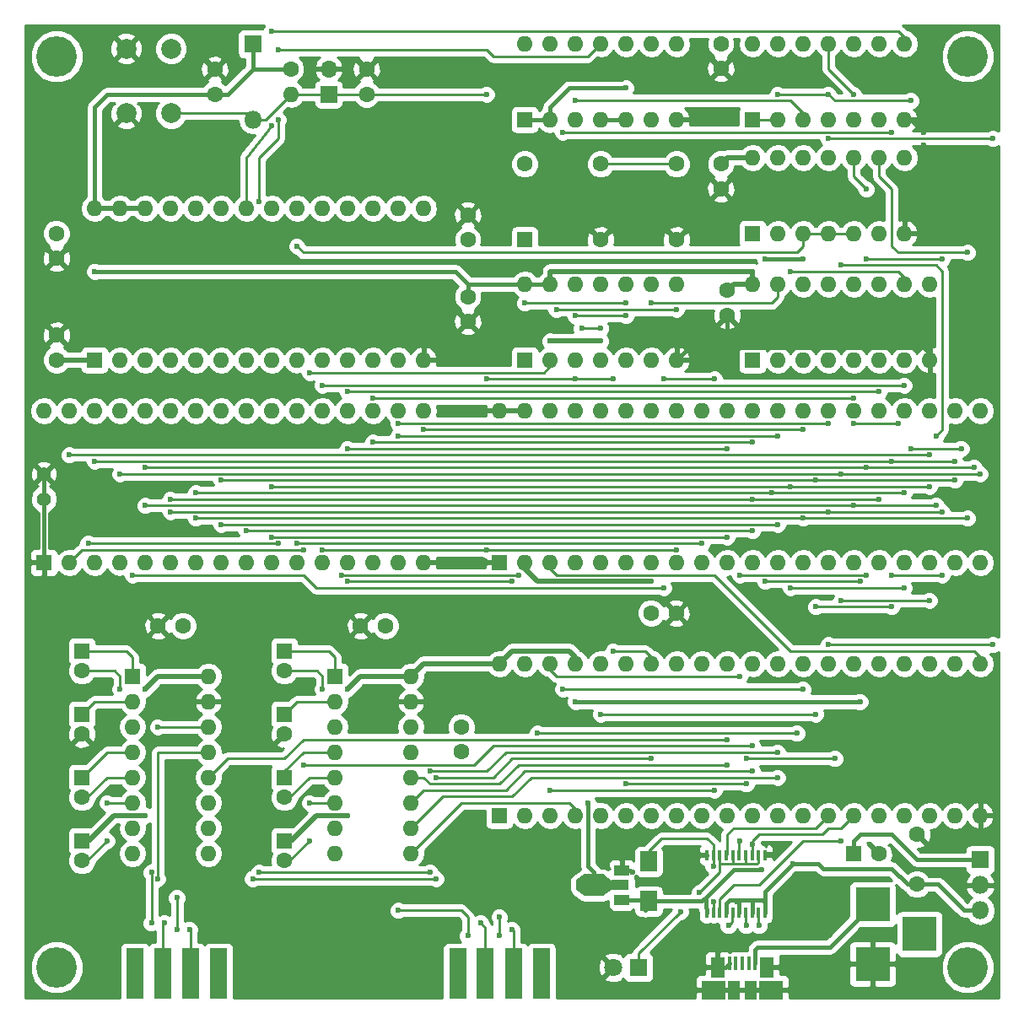
<source format=gbr>
G04 #@! TF.FileFunction,Copper,L2,Bot,Signal*
%FSLAX46Y46*%
G04 Gerber Fmt 4.6, Leading zero omitted, Abs format (unit mm)*
G04 Created by KiCad (PCBNEW 4.0.7-e2-6376~58~ubuntu16.04.1) date Tue May 29 14:50:19 2018*
%MOMM*%
%LPD*%
G01*
G04 APERTURE LIST*
%ADD10C,0.100000*%
%ADD11R,1.600000X1.600000*%
%ADD12O,1.600000X1.600000*%
%ADD13R,1.780000X5.080000*%
%ADD14C,1.600000*%
%ADD15R,3.500000X3.500000*%
%ADD16C,2.000000*%
%ADD17R,1.800000X1.800000*%
%ADD18O,1.800000X1.800000*%
%ADD19C,4.064000*%
%ADD20R,1.700000X1.700000*%
%ADD21O,1.700000X1.700000*%
%ADD22C,1.400000*%
%ADD23C,1.800000*%
%ADD24R,0.400000X1.000000*%
%ADD25R,1.700000X2.000000*%
%ADD26R,0.450000X1.380000*%
%ADD27R,1.475000X2.100000*%
%ADD28R,2.375000X1.900000*%
%ADD29R,1.175000X1.900000*%
%ADD30R,1.500000X1.000000*%
%ADD31R,1.800000X1.000000*%
%ADD32R,1.840000X2.200000*%
%ADD33C,0.600000*%
%ADD34C,0.250000*%
%ADD35C,0.400000*%
%ADD36C,0.500000*%
%ADD37C,0.254000*%
G04 APERTURE END LIST*
D10*
D11*
X180340000Y-58420000D03*
D12*
X195580000Y-50800000D03*
X182880000Y-58420000D03*
X193040000Y-50800000D03*
X185420000Y-58420000D03*
X190500000Y-50800000D03*
X187960000Y-58420000D03*
X187960000Y-50800000D03*
X190500000Y-58420000D03*
X185420000Y-50800000D03*
X193040000Y-58420000D03*
X182880000Y-50800000D03*
X195580000Y-58420000D03*
X180340000Y-50800000D03*
D11*
X157480000Y-71120000D03*
D12*
X172720000Y-63500000D03*
X160020000Y-71120000D03*
X170180000Y-63500000D03*
X162560000Y-71120000D03*
X167640000Y-63500000D03*
X165100000Y-71120000D03*
X165100000Y-63500000D03*
X167640000Y-71120000D03*
X162560000Y-63500000D03*
X170180000Y-71120000D03*
X160020000Y-63500000D03*
X172720000Y-71120000D03*
X157480000Y-63500000D03*
D11*
X154940000Y-116840000D03*
D12*
X203200000Y-101600000D03*
X157480000Y-116840000D03*
X200660000Y-101600000D03*
X160020000Y-116840000D03*
X198120000Y-101600000D03*
X162560000Y-116840000D03*
X195580000Y-101600000D03*
X165100000Y-116840000D03*
X193040000Y-101600000D03*
X167640000Y-116840000D03*
X190500000Y-101600000D03*
X170180000Y-116840000D03*
X187960000Y-101600000D03*
X172720000Y-116840000D03*
X185420000Y-101600000D03*
X175260000Y-116840000D03*
X182880000Y-101600000D03*
X177800000Y-116840000D03*
X180340000Y-101600000D03*
X180340000Y-116840000D03*
X177800000Y-101600000D03*
X182880000Y-116840000D03*
X175260000Y-101600000D03*
X185420000Y-116840000D03*
X172720000Y-101600000D03*
X187960000Y-116840000D03*
X170180000Y-101600000D03*
X190500000Y-116840000D03*
X167640000Y-101600000D03*
X193040000Y-116840000D03*
X165100000Y-101600000D03*
X195580000Y-116840000D03*
X162560000Y-101600000D03*
X198120000Y-116840000D03*
X160020000Y-101600000D03*
X200660000Y-116840000D03*
X157480000Y-101600000D03*
X203200000Y-116840000D03*
X154940000Y-101600000D03*
D13*
X126745000Y-132715000D03*
X123955000Y-132715000D03*
X121155000Y-132715000D03*
X118365000Y-132715000D03*
D11*
X133350000Y-100330000D03*
D14*
X133350000Y-102330000D03*
D11*
X133350000Y-113030000D03*
D14*
X133350000Y-115030000D03*
D11*
X133350000Y-119380000D03*
D14*
X133350000Y-121380000D03*
D11*
X133350000Y-106680000D03*
D14*
X133350000Y-108680000D03*
X126365000Y-44450000D03*
X126365000Y-41950000D03*
X141605000Y-44450000D03*
X141605000Y-41950000D03*
X123190000Y-97790000D03*
X120690000Y-97790000D03*
X177800000Y-64135000D03*
X177800000Y-66635000D03*
X177165000Y-39370000D03*
X177165000Y-41870000D03*
X151130000Y-107950000D03*
X151130000Y-110450000D03*
X110490000Y-58420000D03*
X110490000Y-60920000D03*
X177165000Y-51435000D03*
X177165000Y-53935000D03*
X170180000Y-96520000D03*
X172680000Y-96520000D03*
X151765000Y-59055000D03*
X151765000Y-56555000D03*
X110490000Y-71120000D03*
X110490000Y-68620000D03*
X143510000Y-97790000D03*
X141010000Y-97790000D03*
X151765000Y-64770000D03*
X151765000Y-67270000D03*
D11*
X113030000Y-100330000D03*
D14*
X113030000Y-102330000D03*
D11*
X113030000Y-113030000D03*
D14*
X113030000Y-115030000D03*
D11*
X113030000Y-106680000D03*
D14*
X113030000Y-108680000D03*
D11*
X113030000Y-119380000D03*
D14*
X113030000Y-121380000D03*
D13*
X159130000Y-132715000D03*
X156340000Y-132715000D03*
X153540000Y-132715000D03*
X150750000Y-132715000D03*
D15*
X192405000Y-125730000D03*
X192405000Y-131730000D03*
X197105000Y-128730000D03*
D14*
X133985000Y-41910000D03*
D12*
X133985000Y-44450000D03*
D16*
X121975000Y-46355000D03*
X117475000Y-46355000D03*
X121975000Y-39855000D03*
X117475000Y-39855000D03*
D11*
X154940000Y-91440000D03*
D12*
X203200000Y-76200000D03*
X157480000Y-91440000D03*
X200660000Y-76200000D03*
X160020000Y-91440000D03*
X198120000Y-76200000D03*
X162560000Y-91440000D03*
X195580000Y-76200000D03*
X165100000Y-91440000D03*
X193040000Y-76200000D03*
X167640000Y-91440000D03*
X190500000Y-76200000D03*
X170180000Y-91440000D03*
X187960000Y-76200000D03*
X172720000Y-91440000D03*
X185420000Y-76200000D03*
X175260000Y-91440000D03*
X182880000Y-76200000D03*
X177800000Y-91440000D03*
X180340000Y-76200000D03*
X180340000Y-91440000D03*
X177800000Y-76200000D03*
X182880000Y-91440000D03*
X175260000Y-76200000D03*
X185420000Y-91440000D03*
X172720000Y-76200000D03*
X187960000Y-91440000D03*
X170180000Y-76200000D03*
X190500000Y-91440000D03*
X167640000Y-76200000D03*
X193040000Y-91440000D03*
X165100000Y-76200000D03*
X195580000Y-91440000D03*
X162560000Y-76200000D03*
X198120000Y-91440000D03*
X160020000Y-76200000D03*
X200660000Y-91440000D03*
X157480000Y-76200000D03*
X203200000Y-91440000D03*
X154940000Y-76200000D03*
D11*
X180340000Y-46990000D03*
D12*
X195580000Y-39370000D03*
X182880000Y-46990000D03*
X193040000Y-39370000D03*
X185420000Y-46990000D03*
X190500000Y-39370000D03*
X187960000Y-46990000D03*
X187960000Y-39370000D03*
X190500000Y-46990000D03*
X185420000Y-39370000D03*
X193040000Y-46990000D03*
X182880000Y-39370000D03*
X195580000Y-46990000D03*
X180340000Y-39370000D03*
D11*
X138430000Y-102870000D03*
D12*
X146050000Y-120650000D03*
X138430000Y-105410000D03*
X146050000Y-118110000D03*
X138430000Y-107950000D03*
X146050000Y-115570000D03*
X138430000Y-110490000D03*
X146050000Y-113030000D03*
X138430000Y-113030000D03*
X146050000Y-110490000D03*
X138430000Y-115570000D03*
X146050000Y-107950000D03*
X138430000Y-118110000D03*
X146050000Y-105410000D03*
X138430000Y-120650000D03*
X146050000Y-102870000D03*
D11*
X114300000Y-71120000D03*
D12*
X147320000Y-55880000D03*
X116840000Y-71120000D03*
X144780000Y-55880000D03*
X119380000Y-71120000D03*
X142240000Y-55880000D03*
X121920000Y-71120000D03*
X139700000Y-55880000D03*
X124460000Y-71120000D03*
X137160000Y-55880000D03*
X127000000Y-71120000D03*
X134620000Y-55880000D03*
X129540000Y-71120000D03*
X132080000Y-55880000D03*
X132080000Y-71120000D03*
X129540000Y-55880000D03*
X134620000Y-71120000D03*
X127000000Y-55880000D03*
X137160000Y-71120000D03*
X124460000Y-55880000D03*
X139700000Y-71120000D03*
X121920000Y-55880000D03*
X142240000Y-71120000D03*
X119380000Y-55880000D03*
X144780000Y-71120000D03*
X116840000Y-55880000D03*
X147320000Y-71120000D03*
X114300000Y-55880000D03*
D11*
X118110000Y-102870000D03*
D12*
X125730000Y-120650000D03*
X118110000Y-105410000D03*
X125730000Y-118110000D03*
X118110000Y-107950000D03*
X125730000Y-115570000D03*
X118110000Y-110490000D03*
X125730000Y-113030000D03*
X118110000Y-113030000D03*
X125730000Y-110490000D03*
X118110000Y-115570000D03*
X125730000Y-107950000D03*
X118110000Y-118110000D03*
X125730000Y-105410000D03*
X118110000Y-120650000D03*
X125730000Y-102870000D03*
D17*
X203200000Y-121285000D03*
D18*
X203200000Y-123825000D03*
X203200000Y-126365000D03*
D19*
X110490000Y-132080000D03*
X201930000Y-40640000D03*
X110490000Y-40640000D03*
X201930000Y-132080000D03*
D11*
X157480000Y-59055000D03*
D14*
X157480000Y-51435000D03*
X172720000Y-51435000D03*
X172720000Y-59055000D03*
D11*
X157480000Y-59055000D03*
D14*
X157480000Y-51435000D03*
X165100000Y-51435000D03*
X165100000Y-59055000D03*
X196850000Y-118745000D03*
X196850000Y-123745000D03*
D11*
X190500000Y-120650000D03*
D14*
X193000000Y-120650000D03*
D17*
X130175000Y-39370000D03*
D18*
X130175000Y-46990000D03*
D20*
X137795000Y-44450000D03*
D21*
X137795000Y-41910000D03*
D11*
X109220000Y-91440000D03*
D12*
X147320000Y-76200000D03*
X111760000Y-91440000D03*
X144780000Y-76200000D03*
X114300000Y-91440000D03*
X142240000Y-76200000D03*
X116840000Y-91440000D03*
X139700000Y-76200000D03*
X119380000Y-91440000D03*
X137160000Y-76200000D03*
X121920000Y-91440000D03*
X134620000Y-76200000D03*
X124460000Y-91440000D03*
X132080000Y-76200000D03*
X127000000Y-91440000D03*
X129540000Y-76200000D03*
X129540000Y-91440000D03*
X127000000Y-76200000D03*
X132080000Y-91440000D03*
X124460000Y-76200000D03*
X134620000Y-91440000D03*
X121920000Y-76200000D03*
X137160000Y-91440000D03*
X119380000Y-76200000D03*
X139700000Y-91440000D03*
X116840000Y-76200000D03*
X142240000Y-91440000D03*
X114300000Y-76200000D03*
X144780000Y-91440000D03*
X111760000Y-76200000D03*
X147320000Y-91440000D03*
X109220000Y-76200000D03*
D22*
X109220000Y-85090000D03*
X109220000Y-82550000D03*
D17*
X168910000Y-132080000D03*
D23*
X166370000Y-132080000D03*
D24*
X175764000Y-120798000D03*
X176414000Y-120798000D03*
X177064000Y-120798000D03*
X177714000Y-120798000D03*
X178364000Y-120798000D03*
X179014000Y-120798000D03*
X179664000Y-120798000D03*
X180314000Y-120798000D03*
X180964000Y-120798000D03*
X181614000Y-120798000D03*
X181614000Y-126598000D03*
X180964000Y-126598000D03*
X180314000Y-126598000D03*
X179664000Y-126598000D03*
X179014000Y-126598000D03*
X178364000Y-126598000D03*
X177714000Y-126598000D03*
X177064000Y-126598000D03*
X176414000Y-126598000D03*
X175764000Y-126598000D03*
D25*
X169926000Y-121444000D03*
X169926000Y-125444000D03*
D26*
X180624000Y-131706000D03*
X179974000Y-131706000D03*
X179324000Y-131706000D03*
X178674000Y-131706000D03*
X178024000Y-131706000D03*
D27*
X181786500Y-132066000D03*
X176861500Y-132066000D03*
D28*
X182234000Y-134366000D03*
X176414000Y-134366000D03*
D29*
X180164000Y-134366000D03*
X178484000Y-134366000D03*
D10*
G36*
X162643000Y-123325000D02*
X163493000Y-122725000D01*
X163493000Y-124925000D01*
X162643000Y-124325000D01*
X162643000Y-123325000D01*
X162643000Y-123325000D01*
G37*
D30*
X167215000Y-122325000D03*
D31*
X167068500Y-123825000D03*
D30*
X167215000Y-125325000D03*
D32*
X164401500Y-123825000D03*
D10*
G36*
X166311200Y-124225000D02*
X165311200Y-124925000D01*
X165311200Y-122725000D01*
X166311200Y-123425000D01*
X166311200Y-124225000D01*
X166311200Y-124225000D01*
G37*
D11*
X157480000Y-46990000D03*
D12*
X172720000Y-39370000D03*
X160020000Y-46990000D03*
X170180000Y-39370000D03*
X162560000Y-46990000D03*
X167640000Y-39370000D03*
X165100000Y-46990000D03*
X165100000Y-39370000D03*
X167640000Y-46990000D03*
X162560000Y-39370000D03*
X170180000Y-46990000D03*
X160020000Y-39370000D03*
X172720000Y-46990000D03*
X157480000Y-39370000D03*
D11*
X180340000Y-71120000D03*
D12*
X198120000Y-63500000D03*
X182880000Y-71120000D03*
X195580000Y-63500000D03*
X185420000Y-71120000D03*
X193040000Y-63500000D03*
X187960000Y-71120000D03*
X190500000Y-63500000D03*
X190500000Y-71120000D03*
X187960000Y-63500000D03*
X193040000Y-71120000D03*
X185420000Y-63500000D03*
X195580000Y-71120000D03*
X182880000Y-63500000D03*
X198120000Y-71120000D03*
X180340000Y-63500000D03*
D33*
X137160000Y-104140000D03*
X135890000Y-119380000D03*
X135890000Y-115570000D03*
X133350000Y-106680000D03*
X181610000Y-60960000D03*
X185420000Y-60960000D03*
X167640000Y-43815000D03*
X163830000Y-115570000D03*
X167640000Y-65405000D03*
X157480000Y-65405000D03*
X162560000Y-105410000D03*
X191135000Y-105410000D03*
X114300000Y-62230000D03*
X180340000Y-62230000D03*
X139700000Y-116840000D03*
X139700000Y-104140000D03*
X119380000Y-116840000D03*
X119380000Y-104140000D03*
X170180000Y-93345000D03*
X162560000Y-93345000D03*
X165100000Y-69215000D03*
X160020000Y-69215000D03*
X197485000Y-48260000D03*
X197485000Y-49530000D03*
X195580000Y-53975000D03*
X168275000Y-122555000D03*
X172212000Y-122682000D03*
X182880000Y-120650000D03*
X185928000Y-122682000D03*
X153670000Y-73025000D03*
X153670000Y-44450000D03*
X166370000Y-100330000D03*
X166370000Y-73025000D03*
X162560000Y-73025000D03*
X116840000Y-104140000D03*
X115570000Y-119380000D03*
X115570000Y-115570000D03*
X144780000Y-126365000D03*
X151765000Y-128905000D03*
X154940000Y-128905000D03*
X154940000Y-127000000D03*
X156210000Y-128270000D03*
X153035000Y-127635000D03*
X120015000Y-127635000D03*
X120015000Y-122555000D03*
X120650000Y-107950000D03*
X122555000Y-128270000D03*
X122555000Y-125095000D03*
X120650000Y-123190000D03*
X123825000Y-128270000D03*
X121285000Y-127635000D03*
X191770000Y-81915000D03*
X202565000Y-81915000D03*
X119380000Y-81915000D03*
X194310000Y-81280000D03*
X114300000Y-81280000D03*
X200660000Y-81280000D03*
X184150000Y-62230000D03*
X198120000Y-80645000D03*
X111760000Y-80645000D03*
X201295000Y-80010000D03*
X196215000Y-80010000D03*
X195580000Y-73660000D03*
X137160000Y-73660000D03*
X139700000Y-74295000D03*
X194310000Y-92710000D03*
X199390000Y-92710000D03*
X193040000Y-74295000D03*
X142240000Y-74930000D03*
X190500000Y-74930000D03*
X190500000Y-77470000D03*
X194945000Y-77470000D03*
X144780000Y-77470000D03*
X187960000Y-77470000D03*
X189230000Y-95250000D03*
X198120000Y-95250000D03*
X153670000Y-90170000D03*
X172720000Y-90170000D03*
X137160000Y-90170000D03*
X147320000Y-78105000D03*
X186690000Y-95885000D03*
X194310000Y-95885000D03*
X185420000Y-78105000D03*
X160020000Y-114300000D03*
X176530000Y-114300000D03*
X175260000Y-89535000D03*
X134620000Y-89535000D03*
X184150000Y-93980000D03*
X195580000Y-93980000D03*
X182880000Y-78740000D03*
X144780000Y-78740000D03*
X165100000Y-106680000D03*
X186690000Y-106680000D03*
X177800000Y-88900000D03*
X132080000Y-88900000D03*
X181610000Y-93345000D03*
X191135000Y-93345000D03*
X180340000Y-79375000D03*
X142240000Y-79375000D03*
X167640000Y-113665000D03*
X179705000Y-113665000D03*
X179705000Y-111125000D03*
X188595000Y-111125000D03*
X180340000Y-88265000D03*
X129540000Y-88265000D03*
X139700000Y-80010000D03*
X179070000Y-92710000D03*
X191770000Y-92710000D03*
X177800000Y-80010000D03*
X182880000Y-87630000D03*
X127000000Y-87630000D03*
X171450000Y-93980000D03*
X118110000Y-92710000D03*
X201930000Y-60325000D03*
X201930000Y-86995000D03*
X185420000Y-86995000D03*
X124460000Y-86995000D03*
X191770000Y-53975000D03*
X191770000Y-60960000D03*
X199390000Y-60960000D03*
X199390000Y-86360000D03*
X187960000Y-86360000D03*
X121920000Y-86360000D03*
X170180000Y-65405000D03*
X171450000Y-73025000D03*
X176530000Y-73025000D03*
X189230000Y-61595000D03*
X198755000Y-78740000D03*
X198755000Y-85725000D03*
X190500000Y-85725000D03*
X119380000Y-85725000D03*
X162560000Y-66675000D03*
X167640000Y-66675000D03*
X180340000Y-85090000D03*
X121920000Y-85090000D03*
X193040000Y-85090000D03*
X182245000Y-84455000D03*
X124460000Y-84455000D03*
X195580000Y-84455000D03*
X184150000Y-83820000D03*
X198120000Y-83820000D03*
X132080000Y-83820000D03*
X186690000Y-83185000D03*
X200660000Y-83185000D03*
X127000000Y-83185000D03*
X189230000Y-82550000D03*
X116840000Y-82550000D03*
X203200000Y-82550000D03*
X132715000Y-40005000D03*
X132715000Y-46990000D03*
X130810000Y-55245000D03*
X196215000Y-45085000D03*
X182880000Y-44450000D03*
X187960000Y-44450000D03*
X134620000Y-59690000D03*
X204470000Y-48895000D03*
X187960000Y-48895000D03*
X204470000Y-99695000D03*
X187960000Y-99695000D03*
X135890000Y-72390000D03*
X160655000Y-66040000D03*
X172720000Y-66040000D03*
X182880000Y-113030000D03*
X180340000Y-112395000D03*
X177800000Y-111760000D03*
X189230000Y-119380000D03*
X170180000Y-111125000D03*
X148590000Y-113030000D03*
X148590000Y-123190000D03*
X130175000Y-123190000D03*
X130810000Y-122555000D03*
X182880000Y-110490000D03*
X147955000Y-112395000D03*
X147955000Y-122555000D03*
X180340000Y-109855000D03*
X135255000Y-111760000D03*
X177800000Y-109220000D03*
X180314000Y-119761000D03*
X176403000Y-125476000D03*
X179070000Y-102870000D03*
X179070000Y-119380000D03*
X132080000Y-47625000D03*
X132080000Y-38100000D03*
X139700000Y-93345000D03*
X132715000Y-89535000D03*
X113665000Y-89535000D03*
X156210000Y-93345000D03*
X158750000Y-108585000D03*
X184785000Y-108585000D03*
X139065000Y-92710000D03*
X185420000Y-104140000D03*
X161290000Y-104140000D03*
X156845000Y-92710000D03*
X135255000Y-90170000D03*
X163195000Y-67945000D03*
X165100000Y-67945000D03*
X178816000Y-125476000D03*
X184404000Y-121666000D03*
X181229000Y-122301000D03*
X176403000Y-121920000D03*
X180975000Y-127889000D03*
X179705000Y-127889000D03*
X177927000Y-127889000D03*
X161290000Y-48260000D03*
X194310000Y-48260000D03*
X173101000Y-126492000D03*
X175006000Y-124587000D03*
X190500000Y-44450000D03*
X162560000Y-45085000D03*
D34*
X133350000Y-100330000D02*
X137795000Y-100330000D01*
X138430000Y-100965000D02*
X138430000Y-102870000D01*
X137795000Y-100330000D02*
X138430000Y-100965000D01*
X133350000Y-102330000D02*
X136620000Y-102330000D01*
X137160000Y-102870000D02*
X137160000Y-104140000D01*
X136620000Y-102330000D02*
X137160000Y-102870000D01*
X133350000Y-113030000D02*
X133350000Y-112395000D01*
X133350000Y-112395000D02*
X135255000Y-110490000D01*
X135255000Y-110490000D02*
X138430000Y-110490000D01*
X133350000Y-115030000D02*
X133890000Y-115030000D01*
X133890000Y-115030000D02*
X135890000Y-113030000D01*
X135890000Y-113030000D02*
X138430000Y-113030000D01*
X133350000Y-121380000D02*
X133890000Y-121380000D01*
X133890000Y-121380000D02*
X135890000Y-119380000D01*
X135890000Y-115570000D02*
X138430000Y-115570000D01*
X133350000Y-106680000D02*
X134620000Y-105410000D01*
X134620000Y-105410000D02*
X138430000Y-105410000D01*
D35*
X185420000Y-60960000D02*
X181610000Y-60960000D01*
X160020000Y-46990000D02*
X160020000Y-45720000D01*
X161925000Y-43815000D02*
X167640000Y-43815000D01*
X160020000Y-45720000D02*
X161925000Y-43815000D01*
X160020000Y-46990000D02*
X157480000Y-46990000D01*
X167640000Y-46990000D02*
X165100000Y-46990000D01*
X130175000Y-41910000D02*
X133985000Y-41910000D01*
X126365000Y-44450000D02*
X127635000Y-44450000D01*
X130175000Y-41910000D02*
X130175000Y-39370000D01*
X127635000Y-44450000D02*
X130175000Y-41910000D01*
X114300000Y-55880000D02*
X114300000Y-45720000D01*
X115570000Y-44450000D02*
X126365000Y-44450000D01*
X114300000Y-45720000D02*
X115570000Y-44450000D01*
X163068000Y-123825000D02*
X164401500Y-123825000D01*
X164401500Y-123825000D02*
X165811200Y-123825000D01*
X165811200Y-123825000D02*
X167068500Y-123825000D01*
X167068500Y-123825000D02*
X164401500Y-123825000D01*
X180624000Y-131706000D02*
X180624000Y-130272000D01*
X180624000Y-130272000D02*
X180848000Y-130048000D01*
X180848000Y-130048000D02*
X188087000Y-130048000D01*
X188087000Y-130048000D02*
X188595000Y-129540000D01*
X188595000Y-129540000D02*
X192405000Y-125730000D01*
X163830000Y-115570000D02*
X163830000Y-121920000D01*
X163830000Y-121920000D02*
X164401500Y-122491500D01*
X164401500Y-122491500D02*
X164401500Y-123825000D01*
D34*
X157480000Y-65405000D02*
X167640000Y-65405000D01*
D35*
X203200000Y-121285000D02*
X196850000Y-121285000D01*
X190500000Y-119380000D02*
X190500000Y-120650000D01*
X191135000Y-118745000D02*
X190500000Y-119380000D01*
X194310000Y-118745000D02*
X191135000Y-118745000D01*
X196850000Y-121285000D02*
X194310000Y-118745000D01*
X184785000Y-105410000D02*
X162560000Y-105410000D01*
X191135000Y-105410000D02*
X184785000Y-105410000D01*
X157480000Y-63500000D02*
X151765000Y-63500000D01*
X151765000Y-64770000D02*
X151765000Y-63500000D01*
X151765000Y-63500000D02*
X150495000Y-62230000D01*
X150495000Y-62230000D02*
X114300000Y-62230000D01*
D36*
X116840000Y-55880000D02*
X114300000Y-55880000D01*
D35*
X160020000Y-63500000D02*
X157480000Y-63500000D01*
D36*
X119380000Y-116840000D02*
X116205000Y-116840000D01*
X116205000Y-116840000D02*
X113665000Y-119380000D01*
X113665000Y-119380000D02*
X113030000Y-119380000D01*
X125730000Y-102870000D02*
X120650000Y-102870000D01*
X120650000Y-102870000D02*
X119380000Y-104140000D01*
X177165000Y-51435000D02*
X177800000Y-50800000D01*
X177800000Y-50800000D02*
X180340000Y-50800000D01*
X160020000Y-69215000D02*
X165100000Y-69215000D01*
X162560000Y-93345000D02*
X158750000Y-93345000D01*
X158750000Y-93345000D02*
X157480000Y-92075000D01*
X157480000Y-92075000D02*
X157480000Y-91440000D01*
X162560000Y-93345000D02*
X170180000Y-93345000D01*
X154940000Y-101600000D02*
X156210000Y-100330000D01*
X156210000Y-100330000D02*
X161925000Y-100330000D01*
X161925000Y-100330000D02*
X162560000Y-100965000D01*
X162560000Y-100965000D02*
X162560000Y-101600000D01*
X139700000Y-104140000D02*
X140970000Y-102870000D01*
X140970000Y-102870000D02*
X146050000Y-102870000D01*
X146050000Y-102870000D02*
X147320000Y-101600000D01*
X147320000Y-101600000D02*
X154940000Y-101600000D01*
X139700000Y-116840000D02*
X136525000Y-116840000D01*
X136525000Y-116840000D02*
X133985000Y-119380000D01*
X133985000Y-119380000D02*
X133350000Y-119380000D01*
X160020000Y-63500000D02*
X160020000Y-62230000D01*
X180340000Y-62230000D02*
X160020000Y-62230000D01*
X110490000Y-71120000D02*
X114300000Y-71120000D01*
X119380000Y-55880000D02*
X116840000Y-55880000D01*
X180340000Y-63500000D02*
X180340000Y-62230000D01*
X177800000Y-64135000D02*
X178435000Y-63500000D01*
X178435000Y-63500000D02*
X180340000Y-63500000D01*
D34*
X178435000Y-63500000D02*
X180340000Y-63500000D01*
X180340000Y-50800000D02*
X177800000Y-50800000D01*
X136525000Y-116840000D02*
X133985000Y-119380000D01*
X133985000Y-119380000D02*
X133350000Y-119380000D01*
X116205000Y-116840000D02*
X113665000Y-119380000D01*
X120650000Y-102870000D02*
X119380000Y-104140000D01*
X113665000Y-119380000D02*
X113030000Y-119380000D01*
X147320000Y-101600000D02*
X146050000Y-102870000D01*
X162560000Y-101600000D02*
X162560000Y-100965000D01*
X162560000Y-100965000D02*
X161925000Y-100330000D01*
X180340000Y-63500000D02*
X180340000Y-62230000D01*
D35*
X197485000Y-48260000D02*
X196215000Y-46990000D01*
X197485000Y-52070000D02*
X197485000Y-49530000D01*
X195580000Y-53975000D02*
X197485000Y-52070000D01*
X196215000Y-46990000D02*
X195580000Y-46990000D01*
X177800000Y-69850000D02*
X177800000Y-66635000D01*
X198120000Y-71120000D02*
X198120000Y-70485000D01*
X198120000Y-70485000D02*
X197485000Y-69850000D01*
X173990000Y-69850000D02*
X172720000Y-71120000D01*
X197485000Y-69850000D02*
X177800000Y-69850000D01*
X177800000Y-69850000D02*
X173990000Y-69850000D01*
X168045000Y-122325000D02*
X167215000Y-122325000D01*
X168275000Y-122555000D02*
X168045000Y-122325000D01*
X176861500Y-132066000D02*
X177664000Y-132066000D01*
X177664000Y-132066000D02*
X178024000Y-131706000D01*
X175764000Y-120798000D02*
X173207000Y-120798000D01*
X172212000Y-121793000D02*
X172212000Y-122682000D01*
X173207000Y-120798000D02*
X172212000Y-121793000D01*
X181614000Y-120798000D02*
X181614000Y-120654000D01*
X181614000Y-120654000D02*
X181618000Y-120650000D01*
X181618000Y-120650000D02*
X182880000Y-120650000D01*
X109220000Y-85090000D02*
X109220000Y-82550000D01*
X109220000Y-85090000D02*
X109220000Y-91440000D01*
D34*
X154940000Y-76200000D02*
X157480000Y-76200000D01*
X147320000Y-91440000D02*
X154940000Y-91440000D01*
X185928000Y-123698000D02*
X185928000Y-122682000D01*
X141605000Y-44450000D02*
X153670000Y-44450000D01*
X137795000Y-44450000D02*
X141605000Y-44450000D01*
X133985000Y-44450000D02*
X137795000Y-44450000D01*
X130175000Y-46990000D02*
X131445000Y-46990000D01*
X131445000Y-46990000D02*
X133985000Y-44450000D01*
X121975000Y-46355000D02*
X129540000Y-46355000D01*
X129540000Y-46355000D02*
X130175000Y-46990000D01*
X161290000Y-73025000D02*
X153670000Y-73025000D01*
X162560000Y-73025000D02*
X161290000Y-73025000D01*
X169545000Y-100330000D02*
X170180000Y-100965000D01*
X166370000Y-100330000D02*
X169545000Y-100330000D01*
X170180000Y-100965000D02*
X170180000Y-101600000D01*
X162560000Y-73025000D02*
X166370000Y-73025000D01*
X113030000Y-100330000D02*
X117475000Y-100330000D01*
X118110000Y-100965000D02*
X118110000Y-102870000D01*
X117475000Y-100330000D02*
X118110000Y-100965000D01*
X113030000Y-102330000D02*
X116300000Y-102330000D01*
X116840000Y-102870000D02*
X116840000Y-104140000D01*
X116300000Y-102330000D02*
X116840000Y-102870000D01*
X113030000Y-113030000D02*
X114935000Y-111125000D01*
X115570000Y-110490000D02*
X118110000Y-110490000D01*
X114935000Y-111125000D02*
X115570000Y-110490000D01*
X113030000Y-115030000D02*
X113570000Y-115030000D01*
X113570000Y-115030000D02*
X115570000Y-113030000D01*
X115570000Y-113030000D02*
X118110000Y-113030000D01*
X113030000Y-121380000D02*
X113570000Y-121380000D01*
X113570000Y-121380000D02*
X115570000Y-119380000D01*
X115570000Y-115570000D02*
X118110000Y-115570000D01*
X144780000Y-126365000D02*
X151130000Y-126365000D01*
X151130000Y-126365000D02*
X151765000Y-127000000D01*
X151765000Y-127000000D02*
X151765000Y-128905000D01*
X154940000Y-127000000D02*
X154940000Y-128905000D01*
X156340000Y-128400000D02*
X156340000Y-132715000D01*
X156210000Y-128270000D02*
X156340000Y-128400000D01*
X153540000Y-128140000D02*
X153540000Y-132715000D01*
X153035000Y-127635000D02*
X153540000Y-128140000D01*
X125730000Y-107950000D02*
X120650000Y-107950000D01*
X120015000Y-122555000D02*
X120015000Y-127635000D01*
X120650000Y-107950000D02*
X120650000Y-107950000D01*
X122555000Y-127635000D02*
X122555000Y-128270000D01*
X125730000Y-110490000D02*
X120650000Y-110490000D01*
X122555000Y-125095000D02*
X122555000Y-127635000D01*
X120650000Y-110490000D02*
X120650000Y-123190000D01*
X123955000Y-128400000D02*
X123955000Y-132715000D01*
X123825000Y-128270000D02*
X123955000Y-128400000D01*
X121285000Y-127635000D02*
X121155000Y-127765000D01*
X121155000Y-127765000D02*
X121155000Y-132715000D01*
X199390000Y-81915000D02*
X202565000Y-81915000D01*
X191770000Y-81915000D02*
X199390000Y-81915000D01*
X125730000Y-81915000D02*
X191770000Y-81915000D01*
X119380000Y-81915000D02*
X125730000Y-81915000D01*
X196850000Y-81280000D02*
X194310000Y-81280000D01*
X200660000Y-81280000D02*
X196850000Y-81280000D01*
X194310000Y-81280000D02*
X114300000Y-81280000D01*
X160020000Y-91440000D02*
X160020000Y-92075000D01*
X160020000Y-92075000D02*
X160655000Y-92710000D01*
X160655000Y-92710000D02*
X176530000Y-92710000D01*
X176530000Y-92710000D02*
X184150000Y-100330000D01*
X184150000Y-100330000D02*
X202565000Y-100330000D01*
X202565000Y-100330000D02*
X203200000Y-100965000D01*
X203200000Y-100965000D02*
X203200000Y-101600000D01*
X195580000Y-63500000D02*
X195580000Y-62865000D01*
X195580000Y-62865000D02*
X194945000Y-62230000D01*
X194945000Y-62230000D02*
X184150000Y-62230000D01*
X189230000Y-80645000D02*
X198120000Y-80645000D01*
X115570000Y-80645000D02*
X189230000Y-80645000D01*
X111760000Y-80645000D02*
X115570000Y-80645000D01*
X196215000Y-80010000D02*
X201295000Y-80010000D01*
X195580000Y-73660000D02*
X191135000Y-73660000D01*
X191135000Y-73660000D02*
X137160000Y-73660000D01*
X139700000Y-74295000D02*
X143510000Y-74295000D01*
X199390000Y-92710000D02*
X194310000Y-92710000D01*
X143510000Y-74295000D02*
X193040000Y-74295000D01*
X177165000Y-74930000D02*
X142240000Y-74930000D01*
X190500000Y-74930000D02*
X177165000Y-74930000D01*
X194945000Y-77470000D02*
X190500000Y-77470000D01*
X176530000Y-77470000D02*
X144780000Y-77470000D01*
X187960000Y-77470000D02*
X176530000Y-77470000D01*
X198120000Y-95250000D02*
X189230000Y-95250000D01*
X172720000Y-90170000D02*
X153670000Y-90170000D01*
X153670000Y-90170000D02*
X137160000Y-90170000D01*
X147320000Y-78105000D02*
X185420000Y-78105000D01*
X194310000Y-95885000D02*
X186690000Y-95885000D01*
X176530000Y-114300000D02*
X160020000Y-114300000D01*
X175260000Y-89535000D02*
X173355000Y-89535000D01*
X173355000Y-89535000D02*
X134620000Y-89535000D01*
X195580000Y-93980000D02*
X184150000Y-93980000D01*
X182880000Y-78740000D02*
X176530000Y-78740000D01*
X176530000Y-78740000D02*
X144780000Y-78740000D01*
X186690000Y-106680000D02*
X165100000Y-106680000D01*
X177800000Y-88900000D02*
X177165000Y-88900000D01*
X177165000Y-88900000D02*
X132080000Y-88900000D01*
X191135000Y-93345000D02*
X181610000Y-93345000D01*
X142240000Y-79375000D02*
X180340000Y-79375000D01*
X167640000Y-113665000D02*
X179705000Y-113665000D01*
X179705000Y-111125000D02*
X188595000Y-111125000D01*
X136525000Y-88265000D02*
X180340000Y-88265000D01*
X129540000Y-88265000D02*
X136525000Y-88265000D01*
X139700000Y-80010000D02*
X177800000Y-80010000D01*
X186055000Y-92710000D02*
X179070000Y-92710000D01*
X191770000Y-92710000D02*
X186055000Y-92710000D01*
X182880000Y-87630000D02*
X175895000Y-87630000D01*
X175895000Y-87630000D02*
X127000000Y-87630000D01*
X136525000Y-93980000D02*
X171450000Y-93980000D01*
X135255000Y-92710000D02*
X136525000Y-93980000D01*
X118110000Y-92710000D02*
X135255000Y-92710000D01*
X185420000Y-86995000D02*
X201930000Y-86995000D01*
X193040000Y-52705000D02*
X193040000Y-50800000D01*
X194310000Y-53975000D02*
X193040000Y-52705000D01*
X194310000Y-59690000D02*
X194310000Y-53975000D01*
X194945000Y-60325000D02*
X194310000Y-59690000D01*
X201930000Y-60325000D02*
X194945000Y-60325000D01*
X126365000Y-86995000D02*
X185420000Y-86995000D01*
X124460000Y-86995000D02*
X126365000Y-86995000D01*
X187960000Y-86360000D02*
X199390000Y-86360000D01*
X190500000Y-52705000D02*
X190500000Y-50800000D01*
X191770000Y-53975000D02*
X190500000Y-52705000D01*
X199390000Y-60960000D02*
X191770000Y-60960000D01*
X187960000Y-86360000D02*
X183515000Y-86360000D01*
X183515000Y-86360000D02*
X121920000Y-86360000D01*
X182880000Y-63500000D02*
X182880000Y-64770000D01*
X182245000Y-65405000D02*
X182880000Y-64770000D01*
X178435000Y-65405000D02*
X182245000Y-65405000D01*
X178435000Y-65405000D02*
X170180000Y-65405000D01*
X170180000Y-64135000D02*
X170180000Y-63500000D01*
X176530000Y-73025000D02*
X171450000Y-73025000D01*
X190500000Y-85725000D02*
X198755000Y-85725000D01*
X198755000Y-61595000D02*
X189230000Y-61595000D01*
X199390000Y-62230000D02*
X198755000Y-61595000D01*
X199390000Y-78105000D02*
X199390000Y-62230000D01*
X198755000Y-78740000D02*
X199390000Y-78105000D01*
X127635000Y-85725000D02*
X190500000Y-85725000D01*
X119380000Y-85725000D02*
X127635000Y-85725000D01*
X167640000Y-66675000D02*
X162560000Y-66675000D01*
X130175000Y-85090000D02*
X180340000Y-85090000D01*
X121920000Y-85090000D02*
X130175000Y-85090000D01*
X184150000Y-85090000D02*
X193040000Y-85090000D01*
X180340000Y-85090000D02*
X184150000Y-85090000D01*
X180340000Y-71755000D02*
X180340000Y-71120000D01*
X137795000Y-84455000D02*
X182245000Y-84455000D01*
X124460000Y-84455000D02*
X137795000Y-84455000D01*
X186690000Y-84455000D02*
X195580000Y-84455000D01*
X182245000Y-84455000D02*
X186690000Y-84455000D01*
X198120000Y-83820000D02*
X191770000Y-83820000D01*
X191770000Y-83820000D02*
X189230000Y-83820000D01*
X189230000Y-83820000D02*
X184150000Y-83820000D01*
X184150000Y-83820000D02*
X132080000Y-83820000D01*
X196850000Y-83185000D02*
X200660000Y-83185000D01*
X186690000Y-83185000D02*
X196850000Y-83185000D01*
X135255000Y-83185000D02*
X186690000Y-83185000D01*
X127000000Y-83185000D02*
X135255000Y-83185000D01*
X202565000Y-82550000D02*
X189230000Y-82550000D01*
X189230000Y-82550000D02*
X116840000Y-82550000D01*
X203200000Y-82550000D02*
X202565000Y-82550000D01*
X163830000Y-40640000D02*
X165100000Y-39370000D01*
X154305000Y-40640000D02*
X163830000Y-40640000D01*
X153670000Y-40005000D02*
X154305000Y-40640000D01*
X132715000Y-40005000D02*
X153670000Y-40005000D01*
X132715000Y-48895000D02*
X132715000Y-46990000D01*
X130810000Y-50800000D02*
X132715000Y-48895000D01*
X130810000Y-55245000D02*
X130810000Y-50800000D01*
X188595000Y-45085000D02*
X187960000Y-44450000D01*
X196215000Y-45085000D02*
X188595000Y-45085000D01*
X187960000Y-44450000D02*
X182880000Y-44450000D01*
X190500000Y-40005000D02*
X190500000Y-39370000D01*
X190500000Y-40005000D02*
X190500000Y-39370000D01*
X180340000Y-46990000D02*
X182880000Y-46990000D01*
X185420000Y-58420000D02*
X185420000Y-59690000D01*
X135255000Y-60325000D02*
X134620000Y-59690000D01*
X184785000Y-60325000D02*
X135255000Y-60325000D01*
X185420000Y-59690000D02*
X184785000Y-60325000D01*
X187960000Y-58420000D02*
X190500000Y-58420000D01*
X185420000Y-58420000D02*
X187960000Y-58420000D01*
X134620000Y-55245000D02*
X134620000Y-55880000D01*
X134620000Y-55880000D02*
X134620000Y-55245000D01*
X204470000Y-48895000D02*
X187960000Y-48895000D01*
X187960000Y-99695000D02*
X204470000Y-99695000D01*
X159385000Y-72390000D02*
X160020000Y-71755000D01*
X160020000Y-71755000D02*
X160020000Y-71120000D01*
X159385000Y-72390000D02*
X151765000Y-72390000D01*
X135890000Y-72390000D02*
X151765000Y-72390000D01*
X168910000Y-66040000D02*
X160655000Y-66040000D01*
X171450000Y-66040000D02*
X168910000Y-66040000D01*
X168910000Y-66040000D02*
X171450000Y-66040000D01*
X171450000Y-66040000D02*
X172720000Y-66040000D01*
X160020000Y-71120000D02*
X160020000Y-71755000D01*
X146050000Y-120650000D02*
X151130000Y-115570000D01*
X161925000Y-115570000D02*
X162560000Y-116205000D01*
X151130000Y-115570000D02*
X161925000Y-115570000D01*
X162560000Y-116205000D02*
X162560000Y-116840000D01*
X162560000Y-116205000D02*
X162560000Y-116840000D01*
X146050000Y-118110000D02*
X149225000Y-114935000D01*
X149225000Y-114935000D02*
X156210000Y-114935000D01*
X158115000Y-113030000D02*
X182880000Y-113030000D01*
X156210000Y-114935000D02*
X158115000Y-113030000D01*
X146050000Y-115570000D02*
X147320000Y-114300000D01*
X157480000Y-112395000D02*
X180340000Y-112395000D01*
X155575000Y-114300000D02*
X157480000Y-112395000D01*
X151130000Y-114300000D02*
X155575000Y-114300000D01*
X147320000Y-114300000D02*
X151130000Y-114300000D01*
X146050000Y-113030000D02*
X147320000Y-113030000D01*
X156845000Y-111760000D02*
X177800000Y-111760000D01*
X154940000Y-113665000D02*
X156845000Y-111760000D01*
X147955000Y-113665000D02*
X154940000Y-113665000D01*
X147320000Y-113030000D02*
X147955000Y-113665000D01*
X177064000Y-126598000D02*
X177064000Y-125196000D01*
X185420000Y-119380000D02*
X189230000Y-119380000D01*
X180975000Y-123825000D02*
X185420000Y-119380000D01*
X178435000Y-123825000D02*
X180975000Y-123825000D01*
X177064000Y-125196000D02*
X178435000Y-123825000D01*
X156210000Y-111125000D02*
X170180000Y-111125000D01*
X154305000Y-113030000D02*
X156210000Y-111125000D01*
X148590000Y-113030000D02*
X154305000Y-113030000D01*
X130175000Y-123190000D02*
X148590000Y-123190000D01*
X137795000Y-122555000D02*
X147955000Y-122555000D01*
X130810000Y-122555000D02*
X137795000Y-122555000D01*
X155575000Y-110490000D02*
X182880000Y-110490000D01*
X153670000Y-112395000D02*
X155575000Y-110490000D01*
X147955000Y-112395000D02*
X153670000Y-112395000D01*
X180340000Y-109855000D02*
X172085000Y-109855000D01*
X172085000Y-109855000D02*
X154305000Y-109855000D01*
X154305000Y-109855000D02*
X152400000Y-111760000D01*
X152400000Y-111760000D02*
X148590000Y-111760000D01*
X148590000Y-111760000D02*
X135255000Y-111760000D01*
X125730000Y-113030000D02*
X127635000Y-111125000D01*
X135255000Y-109220000D02*
X177800000Y-109220000D01*
X133350000Y-111125000D02*
X135255000Y-109220000D01*
X127635000Y-111125000D02*
X133350000Y-111125000D01*
X190500000Y-116840000D02*
X189230000Y-118110000D01*
X180314000Y-119406000D02*
X180314000Y-119761000D01*
X180975000Y-118745000D02*
X180314000Y-119406000D01*
X187325000Y-118745000D02*
X180975000Y-118745000D01*
X187960000Y-118110000D02*
X187325000Y-118745000D01*
X189230000Y-118110000D02*
X187960000Y-118110000D01*
X176414000Y-126598000D02*
X176414000Y-125487000D01*
X176403000Y-125476000D02*
X176414000Y-125487000D01*
X180314000Y-120798000D02*
X180314000Y-119761000D01*
X179014000Y-120798000D02*
X179014000Y-119436000D01*
X160655000Y-102870000D02*
X160020000Y-102235000D01*
X179070000Y-102870000D02*
X160655000Y-102870000D01*
X179014000Y-119436000D02*
X179070000Y-119380000D01*
X160020000Y-102235000D02*
X160020000Y-101600000D01*
X113030000Y-106680000D02*
X114300000Y-105410000D01*
X114300000Y-105410000D02*
X118110000Y-105410000D01*
X195580000Y-39370000D02*
X195580000Y-38735000D01*
X195580000Y-38735000D02*
X194945000Y-38100000D01*
X129540000Y-50800000D02*
X129540000Y-55880000D01*
X132080000Y-47625000D02*
X129540000Y-50800000D01*
X194945000Y-38100000D02*
X132080000Y-38100000D01*
X140335000Y-93345000D02*
X139700000Y-93345000D01*
X132715000Y-89535000D02*
X113665000Y-89535000D01*
X151765000Y-93345000D02*
X140335000Y-93345000D01*
X156210000Y-93345000D02*
X151765000Y-93345000D01*
X181610000Y-108585000D02*
X158750000Y-108585000D01*
X184785000Y-108585000D02*
X181610000Y-108585000D01*
X185420000Y-104140000D02*
X161925000Y-104140000D01*
X161925000Y-104140000D02*
X161290000Y-104140000D01*
X156845000Y-92710000D02*
X152400000Y-92710000D01*
X152400000Y-92710000D02*
X139065000Y-92710000D01*
X113030000Y-90170000D02*
X111760000Y-91440000D01*
X128270000Y-90170000D02*
X113030000Y-90170000D01*
X135255000Y-90170000D02*
X128270000Y-90170000D01*
X187960000Y-116840000D02*
X186690000Y-118110000D01*
X177800000Y-118745000D02*
X177800000Y-120712000D01*
X178435000Y-118110000D02*
X177800000Y-118745000D01*
X186690000Y-118110000D02*
X178435000Y-118110000D01*
X177800000Y-120712000D02*
X177714000Y-120798000D01*
X187960000Y-117475000D02*
X187960000Y-116840000D01*
X187960000Y-116840000D02*
X187960000Y-117475000D01*
X165100000Y-51435000D02*
X172720000Y-51435000D01*
X165100000Y-67945000D02*
X163195000Y-67945000D01*
D35*
X167215000Y-125325000D02*
X169807000Y-125325000D01*
X169807000Y-125325000D02*
X169926000Y-125444000D01*
X169545000Y-126365000D02*
X169926000Y-125984000D01*
X169926000Y-125984000D02*
X169926000Y-125444000D01*
X169926000Y-125444000D02*
X175292000Y-125444000D01*
X175292000Y-125444000D02*
X175641000Y-125095000D01*
X196850000Y-123745000D02*
X195881000Y-123745000D01*
X186944000Y-121666000D02*
X184404000Y-121666000D01*
X187452000Y-122174000D02*
X186944000Y-121666000D01*
X194310000Y-122174000D02*
X187452000Y-122174000D01*
X195881000Y-123745000D02*
X194310000Y-122174000D01*
X178816000Y-125476000D02*
X179014000Y-125476000D01*
X175764000Y-126598000D02*
X175764000Y-126234000D01*
X175764000Y-126234000D02*
X175641000Y-126111000D01*
X175641000Y-126111000D02*
X175641000Y-125095000D01*
X178435000Y-122301000D02*
X181229000Y-122301000D01*
X175641000Y-125095000D02*
X178435000Y-122301000D01*
X181614000Y-125603000D02*
X181614000Y-124456000D01*
X181614000Y-124456000D02*
X184404000Y-121666000D01*
X180314000Y-126598000D02*
X180314000Y-125349000D01*
X179014000Y-126598000D02*
X179014000Y-125476000D01*
X179014000Y-125476000D02*
X179014000Y-125349000D01*
X177714000Y-126598000D02*
X177714000Y-125689000D01*
X181614000Y-125607000D02*
X181614000Y-125603000D01*
X181614000Y-125603000D02*
X181614000Y-126598000D01*
X181356000Y-125349000D02*
X181614000Y-125607000D01*
X178054000Y-125349000D02*
X179014000Y-125349000D01*
X179014000Y-125349000D02*
X180314000Y-125349000D01*
X180314000Y-125349000D02*
X181356000Y-125349000D01*
X177714000Y-125689000D02*
X178054000Y-125349000D01*
X203200000Y-126365000D02*
X201549000Y-126365000D01*
X198929000Y-123745000D02*
X196850000Y-123745000D01*
X201549000Y-126365000D02*
X198929000Y-123745000D01*
D34*
X169926000Y-121444000D02*
X169926000Y-120396000D01*
X176414000Y-119772000D02*
X176414000Y-120798000D01*
X175768000Y-119126000D02*
X176414000Y-119772000D01*
X171196000Y-119126000D02*
X175768000Y-119126000D01*
X169926000Y-120396000D02*
X171196000Y-119126000D01*
X176414000Y-121909000D02*
X176414000Y-120798000D01*
X176403000Y-121920000D02*
X176414000Y-121909000D01*
X180964000Y-127878000D02*
X180964000Y-126598000D01*
X180975000Y-127889000D02*
X180964000Y-127878000D01*
X179664000Y-127848000D02*
X179664000Y-126598000D01*
X179705000Y-127889000D02*
X179664000Y-127848000D01*
X178308000Y-127508000D02*
X178308000Y-126654000D01*
X177927000Y-127889000D02*
X178308000Y-127508000D01*
X178308000Y-126654000D02*
X178364000Y-126598000D01*
X178435000Y-48260000D02*
X161290000Y-48260000D01*
X194310000Y-48260000D02*
X178435000Y-48260000D01*
X175260000Y-116205000D02*
X175260000Y-116840000D01*
X177064000Y-121666000D02*
X177064000Y-122529000D01*
X168910000Y-130683000D02*
X168910000Y-132080000D01*
X173101000Y-126492000D02*
X168910000Y-130683000D01*
X177064000Y-122529000D02*
X175006000Y-124587000D01*
X168656000Y-131826000D02*
X168910000Y-132080000D01*
X178364000Y-121666000D02*
X180848000Y-121666000D01*
X180964000Y-121550000D02*
X180964000Y-120798000D01*
X180848000Y-121666000D02*
X180964000Y-121550000D01*
X178364000Y-120798000D02*
X178364000Y-121666000D01*
X179664000Y-120798000D02*
X179664000Y-121580000D01*
X179578000Y-121666000D02*
X178364000Y-121666000D01*
X178364000Y-121666000D02*
X177800000Y-121666000D01*
X177800000Y-121666000D02*
X177064000Y-121666000D01*
X179664000Y-121580000D02*
X179578000Y-121666000D01*
X177064000Y-120798000D02*
X177064000Y-121666000D01*
X168910000Y-131826000D02*
X168910000Y-132080000D01*
X185420000Y-50800000D02*
X185420000Y-50165000D01*
X187960000Y-39370000D02*
X187960000Y-41910000D01*
X187960000Y-41910000D02*
X190500000Y-44450000D01*
X185420000Y-46990000D02*
X185420000Y-46355000D01*
X185420000Y-46355000D02*
X184150000Y-45085000D01*
X184150000Y-45085000D02*
X162560000Y-45085000D01*
D37*
G36*
X205030000Y-135180000D02*
X184056500Y-135180000D01*
X184056500Y-134651750D01*
X183897750Y-134493000D01*
X182361000Y-134493000D01*
X182361000Y-134513000D01*
X182107000Y-134513000D01*
X182107000Y-134493000D01*
X180291000Y-134493000D01*
X180291000Y-134513000D01*
X180037000Y-134513000D01*
X180037000Y-134493000D01*
X178611000Y-134493000D01*
X178611000Y-134513000D01*
X178357000Y-134513000D01*
X178357000Y-134493000D01*
X176541000Y-134493000D01*
X176541000Y-134513000D01*
X176287000Y-134513000D01*
X176287000Y-134493000D01*
X174750250Y-134493000D01*
X174591500Y-134651750D01*
X174591500Y-135180000D01*
X160667440Y-135180000D01*
X160667440Y-131839336D01*
X164823542Y-131839336D01*
X164849161Y-132449460D01*
X165033357Y-132894148D01*
X165289841Y-132980554D01*
X166190395Y-132080000D01*
X165289841Y-131179446D01*
X165033357Y-131265852D01*
X164823542Y-131839336D01*
X160667440Y-131839336D01*
X160667440Y-130175000D01*
X160623162Y-129939683D01*
X160484090Y-129723559D01*
X160271890Y-129578569D01*
X160020000Y-129527560D01*
X158240000Y-129527560D01*
X158004683Y-129571838D01*
X157788559Y-129710910D01*
X157735716Y-129788248D01*
X157694090Y-129723559D01*
X157481890Y-129578569D01*
X157230000Y-129527560D01*
X157100000Y-129527560D01*
X157100000Y-128564780D01*
X157144838Y-128456799D01*
X157145162Y-128084833D01*
X157003117Y-127741057D01*
X156740327Y-127477808D01*
X156396799Y-127335162D01*
X156024833Y-127334838D01*
X155769570Y-127440310D01*
X155874838Y-127186799D01*
X155875162Y-126814833D01*
X155733117Y-126471057D01*
X155470327Y-126207808D01*
X155126799Y-126065162D01*
X154754833Y-126064838D01*
X154411057Y-126206883D01*
X154147808Y-126469673D01*
X154005162Y-126813201D01*
X154004838Y-127185167D01*
X154146883Y-127528943D01*
X154180000Y-127562118D01*
X154180000Y-127756150D01*
X154077401Y-127602599D01*
X153970122Y-127495320D01*
X153970162Y-127449833D01*
X153828117Y-127106057D01*
X153565327Y-126842808D01*
X153221799Y-126700162D01*
X152849833Y-126699838D01*
X152506057Y-126841883D01*
X152495621Y-126852301D01*
X152467148Y-126709161D01*
X152302401Y-126462599D01*
X151667401Y-125827599D01*
X151420839Y-125662852D01*
X151130000Y-125605000D01*
X145342463Y-125605000D01*
X145310327Y-125572808D01*
X144966799Y-125430162D01*
X144594833Y-125429838D01*
X144251057Y-125571883D01*
X143987808Y-125834673D01*
X143845162Y-126178201D01*
X143844838Y-126550167D01*
X143986883Y-126893943D01*
X144249673Y-127157192D01*
X144593201Y-127299838D01*
X144965167Y-127300162D01*
X145308943Y-127158117D01*
X145342118Y-127125000D01*
X150815198Y-127125000D01*
X151005000Y-127314802D01*
X151005000Y-128342537D01*
X150972808Y-128374673D01*
X150830162Y-128718201D01*
X150829838Y-129090167D01*
X150971883Y-129433943D01*
X151065337Y-129527560D01*
X149860000Y-129527560D01*
X149624683Y-129571838D01*
X149408559Y-129710910D01*
X149263569Y-129923110D01*
X149212560Y-130175000D01*
X149212560Y-135180000D01*
X128282440Y-135180000D01*
X128282440Y-130175000D01*
X128238162Y-129939683D01*
X128099090Y-129723559D01*
X127886890Y-129578569D01*
X127635000Y-129527560D01*
X125855000Y-129527560D01*
X125619683Y-129571838D01*
X125403559Y-129710910D01*
X125350716Y-129788248D01*
X125309090Y-129723559D01*
X125096890Y-129578569D01*
X124845000Y-129527560D01*
X124715000Y-129527560D01*
X124715000Y-128564780D01*
X124759838Y-128456799D01*
X124760162Y-128084833D01*
X124618117Y-127741057D01*
X124355327Y-127477808D01*
X124011799Y-127335162D01*
X123639833Y-127334838D01*
X123315000Y-127469056D01*
X123315000Y-125657463D01*
X123347192Y-125625327D01*
X123489838Y-125281799D01*
X123490162Y-124909833D01*
X123348117Y-124566057D01*
X123085327Y-124302808D01*
X122741799Y-124160162D01*
X122369833Y-124159838D01*
X122026057Y-124301883D01*
X121762808Y-124564673D01*
X121620162Y-124908201D01*
X121619838Y-125280167D01*
X121761883Y-125623943D01*
X121795000Y-125657118D01*
X121795000Y-126834367D01*
X121471799Y-126700162D01*
X121099833Y-126699838D01*
X120775000Y-126834056D01*
X120775000Y-124125110D01*
X120835167Y-124125162D01*
X121178943Y-123983117D01*
X121442192Y-123720327D01*
X121584838Y-123376799D01*
X121585162Y-123004833D01*
X121443117Y-122661057D01*
X121410000Y-122627882D01*
X121410000Y-111250000D01*
X124517005Y-111250000D01*
X124687189Y-111504698D01*
X125069275Y-111760000D01*
X124687189Y-112015302D01*
X124376120Y-112480849D01*
X124266887Y-113030000D01*
X124376120Y-113579151D01*
X124687189Y-114044698D01*
X125069275Y-114300000D01*
X124687189Y-114555302D01*
X124376120Y-115020849D01*
X124266887Y-115570000D01*
X124376120Y-116119151D01*
X124687189Y-116584698D01*
X125069275Y-116840000D01*
X124687189Y-117095302D01*
X124376120Y-117560849D01*
X124266887Y-118110000D01*
X124376120Y-118659151D01*
X124687189Y-119124698D01*
X125069275Y-119380000D01*
X124687189Y-119635302D01*
X124376120Y-120100849D01*
X124266887Y-120650000D01*
X124376120Y-121199151D01*
X124687189Y-121664698D01*
X125152736Y-121975767D01*
X125701887Y-122085000D01*
X125758113Y-122085000D01*
X126307264Y-121975767D01*
X126772811Y-121664698D01*
X127083880Y-121199151D01*
X127193113Y-120650000D01*
X127083880Y-120100849D01*
X126772811Y-119635302D01*
X126390725Y-119380000D01*
X126772811Y-119124698D01*
X127083880Y-118659151D01*
X127193113Y-118110000D01*
X127083880Y-117560849D01*
X126772811Y-117095302D01*
X126390725Y-116840000D01*
X126772811Y-116584698D01*
X127083880Y-116119151D01*
X127193113Y-115570000D01*
X127083880Y-115020849D01*
X126772811Y-114555302D01*
X126390725Y-114300000D01*
X126772811Y-114044698D01*
X127083880Y-113579151D01*
X127193113Y-113030000D01*
X127128688Y-112706114D01*
X127949802Y-111885000D01*
X132017188Y-111885000D01*
X131953569Y-111978110D01*
X131902560Y-112230000D01*
X131902560Y-113830000D01*
X131946838Y-114065317D01*
X132085910Y-114281441D01*
X132102366Y-114292685D01*
X131915250Y-114743309D01*
X131914752Y-115314187D01*
X132132757Y-115841800D01*
X132536077Y-116245824D01*
X133063309Y-116464750D01*
X133634187Y-116465248D01*
X134161800Y-116247243D01*
X134565824Y-115843923D01*
X134784750Y-115316691D01*
X134784843Y-115209959D01*
X136204802Y-113790000D01*
X137217005Y-113790000D01*
X137387189Y-114044698D01*
X137769275Y-114300000D01*
X137387189Y-114555302D01*
X137217005Y-114810000D01*
X136452463Y-114810000D01*
X136420327Y-114777808D01*
X136076799Y-114635162D01*
X135704833Y-114634838D01*
X135361057Y-114776883D01*
X135097808Y-115039673D01*
X134955162Y-115383201D01*
X134954838Y-115755167D01*
X135096883Y-116098943D01*
X135359673Y-116362192D01*
X135636344Y-116477077D01*
X134175663Y-117937757D01*
X134150000Y-117932560D01*
X132550000Y-117932560D01*
X132314683Y-117976838D01*
X132098559Y-118115910D01*
X131953569Y-118328110D01*
X131902560Y-118580000D01*
X131902560Y-120180000D01*
X131946838Y-120415317D01*
X132085910Y-120631441D01*
X132102366Y-120642685D01*
X131915250Y-121093309D01*
X131914752Y-121664187D01*
X131968803Y-121795000D01*
X131372463Y-121795000D01*
X131340327Y-121762808D01*
X130996799Y-121620162D01*
X130624833Y-121619838D01*
X130281057Y-121761883D01*
X130017808Y-122024673D01*
X129908235Y-122288554D01*
X129646057Y-122396883D01*
X129382808Y-122659673D01*
X129240162Y-123003201D01*
X129239838Y-123375167D01*
X129381883Y-123718943D01*
X129644673Y-123982192D01*
X129988201Y-124124838D01*
X130360167Y-124125162D01*
X130703943Y-123983117D01*
X130737118Y-123950000D01*
X148027537Y-123950000D01*
X148059673Y-123982192D01*
X148403201Y-124124838D01*
X148775167Y-124125162D01*
X149118943Y-123983117D01*
X149382192Y-123720327D01*
X149524838Y-123376799D01*
X149525162Y-123004833D01*
X149383117Y-122661057D01*
X149120327Y-122397808D01*
X148856446Y-122288235D01*
X148748117Y-122026057D01*
X148485327Y-121762808D01*
X148141799Y-121620162D01*
X147769833Y-121619838D01*
X147426057Y-121761883D01*
X147392882Y-121795000D01*
X146897801Y-121795000D01*
X147092811Y-121664698D01*
X147403880Y-121199151D01*
X147513113Y-120650000D01*
X147448688Y-120326114D01*
X151444802Y-116330000D01*
X153492560Y-116330000D01*
X153492560Y-117640000D01*
X153536838Y-117875317D01*
X153675910Y-118091441D01*
X153888110Y-118236431D01*
X154140000Y-118287440D01*
X155740000Y-118287440D01*
X155975317Y-118243162D01*
X156191441Y-118104090D01*
X156336431Y-117891890D01*
X156367815Y-117736911D01*
X156465302Y-117882811D01*
X156930849Y-118193880D01*
X157480000Y-118303113D01*
X158029151Y-118193880D01*
X158494698Y-117882811D01*
X158750000Y-117500725D01*
X159005302Y-117882811D01*
X159470849Y-118193880D01*
X160020000Y-118303113D01*
X160569151Y-118193880D01*
X161034698Y-117882811D01*
X161290000Y-117500725D01*
X161545302Y-117882811D01*
X162010849Y-118193880D01*
X162560000Y-118303113D01*
X162995000Y-118216586D01*
X162995000Y-121920000D01*
X163058496Y-122239217D01*
X162269632Y-122796062D01*
X162046569Y-123073110D01*
X161995560Y-123325000D01*
X161995560Y-124325000D01*
X162093262Y-124667004D01*
X162269632Y-124853938D01*
X163119632Y-125453938D01*
X163141456Y-125461198D01*
X163229610Y-125521431D01*
X163467073Y-125569519D01*
X163475113Y-125572193D01*
X163477893Y-125571710D01*
X163481500Y-125572440D01*
X165321500Y-125572440D01*
X165394763Y-125558655D01*
X165446874Y-125558065D01*
X165484100Y-125541845D01*
X165556817Y-125528162D01*
X165643469Y-125472403D01*
X165682482Y-125455404D01*
X165817560Y-125360849D01*
X165817560Y-125825000D01*
X165861838Y-126060317D01*
X166000910Y-126276441D01*
X166213110Y-126421431D01*
X166465000Y-126472440D01*
X167965000Y-126472440D01*
X168200317Y-126428162D01*
X168416441Y-126289090D01*
X168428560Y-126271353D01*
X168428560Y-126444000D01*
X168472838Y-126679317D01*
X168611910Y-126895441D01*
X168824110Y-127040431D01*
X169076000Y-127091440D01*
X169158114Y-127091440D01*
X169225460Y-127136439D01*
X169545000Y-127200000D01*
X169864540Y-127136439D01*
X169931886Y-127091440D01*
X170776000Y-127091440D01*
X171011317Y-127047162D01*
X171227441Y-126908090D01*
X171372431Y-126695890D01*
X171423440Y-126444000D01*
X171423440Y-126279000D01*
X172177042Y-126279000D01*
X172166162Y-126305201D01*
X172166121Y-126352077D01*
X168372599Y-130145599D01*
X168207852Y-130392161D01*
X168179925Y-130532560D01*
X168010000Y-130532560D01*
X167774683Y-130576838D01*
X167558559Y-130715910D01*
X167419402Y-130919574D01*
X167385110Y-130885282D01*
X167270553Y-130999839D01*
X167184148Y-130743357D01*
X166610664Y-130533542D01*
X166000540Y-130559161D01*
X165555852Y-130743357D01*
X165469446Y-130999841D01*
X166370000Y-131900395D01*
X166384143Y-131886253D01*
X166563748Y-132065858D01*
X166549605Y-132080000D01*
X166563748Y-132094143D01*
X166384143Y-132273748D01*
X166370000Y-132259605D01*
X165469446Y-133160159D01*
X165555852Y-133416643D01*
X166129336Y-133626458D01*
X166739460Y-133600839D01*
X167184148Y-133416643D01*
X167270553Y-133160161D01*
X167385110Y-133274718D01*
X167421588Y-133238240D01*
X167545910Y-133431441D01*
X167758110Y-133576431D01*
X168010000Y-133627440D01*
X169810000Y-133627440D01*
X170045317Y-133583162D01*
X170261441Y-133444090D01*
X170406431Y-133231890D01*
X170457440Y-132980000D01*
X170457440Y-131180000D01*
X170413162Y-130944683D01*
X170377775Y-130889690D01*
X175489000Y-130889690D01*
X175489000Y-131780250D01*
X175647750Y-131939000D01*
X176734500Y-131939000D01*
X176734500Y-130539750D01*
X176575750Y-130381000D01*
X175997691Y-130381000D01*
X175764302Y-130477673D01*
X175585673Y-130656301D01*
X175489000Y-130889690D01*
X170377775Y-130889690D01*
X170274090Y-130728559D01*
X170075164Y-130592638D01*
X173240680Y-127427122D01*
X173286167Y-127427162D01*
X173629943Y-127285117D01*
X173893192Y-127022327D01*
X174035838Y-126678799D01*
X174036162Y-126306833D01*
X174024662Y-126279000D01*
X174839417Y-126279000D01*
X174869561Y-126430541D01*
X174916560Y-126500880D01*
X174916560Y-127098000D01*
X174960838Y-127333317D01*
X175099910Y-127549441D01*
X175312110Y-127694431D01*
X175564000Y-127745440D01*
X175964000Y-127745440D01*
X176093589Y-127721056D01*
X176214000Y-127745440D01*
X176614000Y-127745440D01*
X176743589Y-127721056D01*
X176864000Y-127745440D01*
X176992124Y-127745440D01*
X176991838Y-128074167D01*
X177133883Y-128417943D01*
X177396673Y-128681192D01*
X177740201Y-128823838D01*
X178112167Y-128824162D01*
X178455943Y-128682117D01*
X178719192Y-128419327D01*
X178816062Y-128186039D01*
X178911883Y-128417943D01*
X179174673Y-128681192D01*
X179518201Y-128823838D01*
X179890167Y-128824162D01*
X180233943Y-128682117D01*
X180339954Y-128576290D01*
X180444673Y-128681192D01*
X180788201Y-128823838D01*
X181160167Y-128824162D01*
X181503943Y-128682117D01*
X181767192Y-128419327D01*
X181909838Y-128075799D01*
X181910142Y-127727350D01*
X182049317Y-127701162D01*
X182265441Y-127562090D01*
X182410431Y-127349890D01*
X182461440Y-127098000D01*
X182461440Y-126098000D01*
X182449000Y-126031887D01*
X182449000Y-124801868D01*
X184692333Y-122558535D01*
X184831578Y-122501000D01*
X186598132Y-122501000D01*
X186861565Y-122764434D01*
X186936869Y-122814750D01*
X187132459Y-122945439D01*
X187452000Y-123009000D01*
X193964132Y-123009000D01*
X194321386Y-123366254D01*
X194155000Y-123332560D01*
X190655000Y-123332560D01*
X190419683Y-123376838D01*
X190203559Y-123515910D01*
X190058569Y-123728110D01*
X190007560Y-123980000D01*
X190007560Y-126946572D01*
X188004568Y-128949564D01*
X188004565Y-128949566D01*
X187741132Y-129213000D01*
X180848000Y-129213000D01*
X180528459Y-129276561D01*
X180292920Y-129433943D01*
X180257566Y-129457566D01*
X180033566Y-129681566D01*
X179852561Y-129952459D01*
X179789000Y-130272000D01*
X179789000Y-130368560D01*
X179749000Y-130368560D01*
X179645329Y-130388067D01*
X179549000Y-130368560D01*
X179099000Y-130368560D01*
X178995329Y-130388067D01*
X178899000Y-130368560D01*
X178449000Y-130368560D01*
X178377676Y-130381981D01*
X178375309Y-130381000D01*
X178295250Y-130381000D01*
X178274938Y-130401312D01*
X178213683Y-130412838D01*
X178019084Y-130538059D01*
X177958698Y-130477673D01*
X177772154Y-130400404D01*
X177752750Y-130381000D01*
X177147250Y-130381000D01*
X176988500Y-130539750D01*
X176988500Y-131939000D01*
X177008500Y-131939000D01*
X177008500Y-132193000D01*
X176988500Y-132193000D01*
X176988500Y-132213000D01*
X176734500Y-132213000D01*
X176734500Y-132193000D01*
X175647750Y-132193000D01*
X175489000Y-132351750D01*
X175489000Y-132781000D01*
X175100191Y-132781000D01*
X174866802Y-132877673D01*
X174688173Y-133056301D01*
X174591500Y-133289690D01*
X174591500Y-134080250D01*
X174750250Y-134239000D01*
X176287000Y-134239000D01*
X176287000Y-134219000D01*
X176541000Y-134219000D01*
X176541000Y-134239000D01*
X178357000Y-134239000D01*
X178357000Y-134219000D01*
X178611000Y-134219000D01*
X178611000Y-134239000D01*
X180037000Y-134239000D01*
X180037000Y-134219000D01*
X180291000Y-134219000D01*
X180291000Y-134239000D01*
X182107000Y-134239000D01*
X182107000Y-134219000D01*
X182361000Y-134219000D01*
X182361000Y-134239000D01*
X183897750Y-134239000D01*
X184056500Y-134080250D01*
X184056500Y-133289690D01*
X183959827Y-133056301D01*
X183781198Y-132877673D01*
X183547809Y-132781000D01*
X183159000Y-132781000D01*
X183159000Y-132351750D01*
X183000250Y-132193000D01*
X181913500Y-132193000D01*
X181913500Y-132213000D01*
X181659500Y-132213000D01*
X181659500Y-132193000D01*
X181639500Y-132193000D01*
X181639500Y-132015750D01*
X190020000Y-132015750D01*
X190020000Y-133606309D01*
X190116673Y-133839698D01*
X190295301Y-134018327D01*
X190528690Y-134115000D01*
X192119250Y-134115000D01*
X192278000Y-133956250D01*
X192278000Y-131857000D01*
X192532000Y-131857000D01*
X192532000Y-133956250D01*
X192690750Y-134115000D01*
X194281310Y-134115000D01*
X194514699Y-134018327D01*
X194693327Y-133839698D01*
X194790000Y-133606309D01*
X194790000Y-132608172D01*
X199262538Y-132608172D01*
X199667709Y-133588761D01*
X200417293Y-134339655D01*
X201397173Y-134746536D01*
X202458172Y-134747462D01*
X203438761Y-134342291D01*
X204189655Y-133592707D01*
X204596536Y-132612827D01*
X204597462Y-131551828D01*
X204192291Y-130571239D01*
X203442707Y-129820345D01*
X202462827Y-129413464D01*
X201401828Y-129412538D01*
X200421239Y-129817709D01*
X199670345Y-130567293D01*
X199263464Y-131547173D01*
X199262538Y-132608172D01*
X194790000Y-132608172D01*
X194790000Y-132015750D01*
X194631250Y-131857000D01*
X192532000Y-131857000D01*
X192278000Y-131857000D01*
X190178750Y-131857000D01*
X190020000Y-132015750D01*
X181639500Y-132015750D01*
X181639500Y-131939000D01*
X181659500Y-131939000D01*
X181659500Y-131919000D01*
X181913500Y-131919000D01*
X181913500Y-131939000D01*
X183000250Y-131939000D01*
X183159000Y-131780250D01*
X183159000Y-130889690D01*
X183156229Y-130883000D01*
X188087000Y-130883000D01*
X188406541Y-130819439D01*
X188677434Y-130638434D01*
X189185434Y-130130435D01*
X189185436Y-130130432D01*
X189462177Y-129853691D01*
X190020000Y-129853691D01*
X190020000Y-131444250D01*
X190178750Y-131603000D01*
X192278000Y-131603000D01*
X192278000Y-129503750D01*
X192119250Y-129345000D01*
X190528690Y-129345000D01*
X190295301Y-129441673D01*
X190116673Y-129620302D01*
X190020000Y-129853691D01*
X189462177Y-129853691D01*
X191188428Y-128127440D01*
X194155000Y-128127440D01*
X194390317Y-128083162D01*
X194606441Y-127944090D01*
X194707560Y-127796097D01*
X194707560Y-129654663D01*
X194693327Y-129620302D01*
X194514699Y-129441673D01*
X194281310Y-129345000D01*
X192690750Y-129345000D01*
X192532000Y-129503750D01*
X192532000Y-131603000D01*
X194631250Y-131603000D01*
X194790000Y-131444250D01*
X194790000Y-130774622D01*
X194890910Y-130931441D01*
X195103110Y-131076431D01*
X195355000Y-131127440D01*
X198855000Y-131127440D01*
X199090317Y-131083162D01*
X199306441Y-130944090D01*
X199451431Y-130731890D01*
X199502440Y-130480000D01*
X199502440Y-126980000D01*
X199458162Y-126744683D01*
X199319090Y-126528559D01*
X199106890Y-126383569D01*
X198855000Y-126332560D01*
X195355000Y-126332560D01*
X195119683Y-126376838D01*
X194903559Y-126515910D01*
X194802440Y-126663903D01*
X194802440Y-123980000D01*
X194771686Y-123816554D01*
X195290566Y-124335435D01*
X195561460Y-124516440D01*
X195620972Y-124528278D01*
X195632757Y-124556800D01*
X196036077Y-124960824D01*
X196563309Y-125179750D01*
X197134187Y-125180248D01*
X197661800Y-124962243D01*
X198044710Y-124580000D01*
X198583132Y-124580000D01*
X200958566Y-126955434D01*
X201229460Y-127136440D01*
X201549000Y-127200000D01*
X201927180Y-127200000D01*
X202114591Y-127480481D01*
X202612581Y-127813227D01*
X203200000Y-127930072D01*
X203787419Y-127813227D01*
X204285409Y-127480481D01*
X204618155Y-126982491D01*
X204735000Y-126395072D01*
X204735000Y-126334928D01*
X204618155Y-125747509D01*
X204285409Y-125249519D01*
X204047418Y-125090499D01*
X204437966Y-124732576D01*
X204691046Y-124189742D01*
X204570997Y-123952000D01*
X203327000Y-123952000D01*
X203327000Y-123972000D01*
X203073000Y-123972000D01*
X203073000Y-123952000D01*
X201829003Y-123952000D01*
X201708954Y-124189742D01*
X201962034Y-124732576D01*
X202352582Y-125090499D01*
X202114591Y-125249519D01*
X201927180Y-125530000D01*
X201894868Y-125530000D01*
X199519434Y-123154566D01*
X199491648Y-123136000D01*
X199248541Y-122973561D01*
X198929000Y-122910000D01*
X198044083Y-122910000D01*
X197663923Y-122529176D01*
X197136691Y-122310250D01*
X196565813Y-122309752D01*
X196038200Y-122527757D01*
X195941328Y-122624460D01*
X194900434Y-121583566D01*
X194819608Y-121529560D01*
X194629541Y-121402561D01*
X194310000Y-121339000D01*
X194277229Y-121339000D01*
X194446965Y-120866777D01*
X194419778Y-120296546D01*
X194253864Y-119895995D01*
X194007747Y-119821861D01*
X194106870Y-119722738D01*
X196259566Y-121875434D01*
X196530459Y-122056439D01*
X196850000Y-122120000D01*
X201652560Y-122120000D01*
X201652560Y-122185000D01*
X201696838Y-122420317D01*
X201835910Y-122636441D01*
X202048110Y-122781431D01*
X202099146Y-122791766D01*
X201962034Y-122917424D01*
X201708954Y-123460258D01*
X201829003Y-123698000D01*
X203073000Y-123698000D01*
X203073000Y-123678000D01*
X203327000Y-123678000D01*
X203327000Y-123698000D01*
X204570997Y-123698000D01*
X204691046Y-123460258D01*
X204437966Y-122917424D01*
X204303462Y-122794156D01*
X204335317Y-122788162D01*
X204551441Y-122649090D01*
X204696431Y-122436890D01*
X204747440Y-122185000D01*
X204747440Y-120385000D01*
X204703162Y-120149683D01*
X204564090Y-119933559D01*
X204351890Y-119788569D01*
X204100000Y-119737560D01*
X202300000Y-119737560D01*
X202064683Y-119781838D01*
X201848559Y-119920910D01*
X201703569Y-120133110D01*
X201652560Y-120385000D01*
X201652560Y-120450000D01*
X197195868Y-120450000D01*
X196923971Y-120178103D01*
X197203454Y-120164778D01*
X197604005Y-119998864D01*
X197678139Y-119752745D01*
X196850000Y-118924605D01*
X196835858Y-118938748D01*
X196656252Y-118759142D01*
X196670395Y-118745000D01*
X196656252Y-118730858D01*
X196835858Y-118551252D01*
X196850000Y-118565395D01*
X196864142Y-118551252D01*
X197043748Y-118730858D01*
X197029605Y-118745000D01*
X197857745Y-119573139D01*
X198103864Y-119499005D01*
X198296965Y-118961777D01*
X198269778Y-118391546D01*
X198224535Y-118282320D01*
X198669151Y-118193880D01*
X199134698Y-117882811D01*
X199390000Y-117500725D01*
X199645302Y-117882811D01*
X200110849Y-118193880D01*
X200660000Y-118303113D01*
X201209151Y-118193880D01*
X201674698Y-117882811D01*
X201944986Y-117478297D01*
X202047611Y-117695134D01*
X202462577Y-118071041D01*
X202850961Y-118231904D01*
X203073000Y-118109915D01*
X203073000Y-116967000D01*
X203327000Y-116967000D01*
X203327000Y-118109915D01*
X203549039Y-118231904D01*
X203937423Y-118071041D01*
X204352389Y-117695134D01*
X204591914Y-117189041D01*
X204470629Y-116967000D01*
X203327000Y-116967000D01*
X203073000Y-116967000D01*
X203053000Y-116967000D01*
X203053000Y-116713000D01*
X203073000Y-116713000D01*
X203073000Y-115570085D01*
X203327000Y-115570085D01*
X203327000Y-116713000D01*
X204470629Y-116713000D01*
X204591914Y-116490959D01*
X204352389Y-115984866D01*
X203937423Y-115608959D01*
X203549039Y-115448096D01*
X203327000Y-115570085D01*
X203073000Y-115570085D01*
X202850961Y-115448096D01*
X202462577Y-115608959D01*
X202047611Y-115984866D01*
X201944986Y-116201703D01*
X201674698Y-115797189D01*
X201209151Y-115486120D01*
X200660000Y-115376887D01*
X200110849Y-115486120D01*
X199645302Y-115797189D01*
X199390000Y-116179275D01*
X199134698Y-115797189D01*
X198669151Y-115486120D01*
X198120000Y-115376887D01*
X197570849Y-115486120D01*
X197105302Y-115797189D01*
X196850000Y-116179275D01*
X196594698Y-115797189D01*
X196129151Y-115486120D01*
X195580000Y-115376887D01*
X195030849Y-115486120D01*
X194565302Y-115797189D01*
X194310000Y-116179275D01*
X194054698Y-115797189D01*
X193589151Y-115486120D01*
X193040000Y-115376887D01*
X192490849Y-115486120D01*
X192025302Y-115797189D01*
X191770000Y-116179275D01*
X191514698Y-115797189D01*
X191049151Y-115486120D01*
X190500000Y-115376887D01*
X189950849Y-115486120D01*
X189485302Y-115797189D01*
X189230000Y-116179275D01*
X188974698Y-115797189D01*
X188509151Y-115486120D01*
X187960000Y-115376887D01*
X187410849Y-115486120D01*
X186945302Y-115797189D01*
X186690000Y-116179275D01*
X186434698Y-115797189D01*
X185969151Y-115486120D01*
X185420000Y-115376887D01*
X184870849Y-115486120D01*
X184405302Y-115797189D01*
X184150000Y-116179275D01*
X183894698Y-115797189D01*
X183429151Y-115486120D01*
X182880000Y-115376887D01*
X182330849Y-115486120D01*
X181865302Y-115797189D01*
X181610000Y-116179275D01*
X181354698Y-115797189D01*
X180889151Y-115486120D01*
X180340000Y-115376887D01*
X179790849Y-115486120D01*
X179325302Y-115797189D01*
X179070000Y-116179275D01*
X178814698Y-115797189D01*
X178349151Y-115486120D01*
X177800000Y-115376887D01*
X177250849Y-115486120D01*
X176785302Y-115797189D01*
X176530000Y-116179275D01*
X176274698Y-115797189D01*
X175809151Y-115486120D01*
X175260000Y-115376887D01*
X174710849Y-115486120D01*
X174245302Y-115797189D01*
X173990000Y-116179275D01*
X173734698Y-115797189D01*
X173269151Y-115486120D01*
X172720000Y-115376887D01*
X172170849Y-115486120D01*
X171705302Y-115797189D01*
X171450000Y-116179275D01*
X171194698Y-115797189D01*
X170729151Y-115486120D01*
X170180000Y-115376887D01*
X169630849Y-115486120D01*
X169165302Y-115797189D01*
X168910000Y-116179275D01*
X168654698Y-115797189D01*
X168189151Y-115486120D01*
X167640000Y-115376887D01*
X167090849Y-115486120D01*
X166625302Y-115797189D01*
X166370000Y-116179275D01*
X166114698Y-115797189D01*
X165649151Y-115486120D01*
X165100000Y-115376887D01*
X164765111Y-115443501D01*
X164765162Y-115384833D01*
X164630944Y-115060000D01*
X175967537Y-115060000D01*
X175999673Y-115092192D01*
X176343201Y-115234838D01*
X176715167Y-115235162D01*
X177058943Y-115093117D01*
X177322192Y-114830327D01*
X177464838Y-114486799D01*
X177464892Y-114425000D01*
X179142537Y-114425000D01*
X179174673Y-114457192D01*
X179518201Y-114599838D01*
X179890167Y-114600162D01*
X180233943Y-114458117D01*
X180497192Y-114195327D01*
X180639838Y-113851799D01*
X180639892Y-113790000D01*
X182317537Y-113790000D01*
X182349673Y-113822192D01*
X182693201Y-113964838D01*
X183065167Y-113965162D01*
X183408943Y-113823117D01*
X183672192Y-113560327D01*
X183814838Y-113216799D01*
X183815162Y-112844833D01*
X183673117Y-112501057D01*
X183410327Y-112237808D01*
X183066799Y-112095162D01*
X182694833Y-112094838D01*
X182351057Y-112236883D01*
X182317882Y-112270000D01*
X181275110Y-112270000D01*
X181275162Y-112209833D01*
X181140944Y-111885000D01*
X188032537Y-111885000D01*
X188064673Y-111917192D01*
X188408201Y-112059838D01*
X188780167Y-112060162D01*
X189123943Y-111918117D01*
X189387192Y-111655327D01*
X189529838Y-111311799D01*
X189530162Y-110939833D01*
X189388117Y-110596057D01*
X189125327Y-110332808D01*
X188781799Y-110190162D01*
X188409833Y-110189838D01*
X188066057Y-110331883D01*
X188032882Y-110365000D01*
X183815110Y-110365000D01*
X183815162Y-110304833D01*
X183673117Y-109961057D01*
X183410327Y-109697808D01*
X183066799Y-109555162D01*
X182694833Y-109554838D01*
X182351057Y-109696883D01*
X182317882Y-109730000D01*
X181275110Y-109730000D01*
X181275162Y-109669833D01*
X181140944Y-109345000D01*
X184222537Y-109345000D01*
X184254673Y-109377192D01*
X184598201Y-109519838D01*
X184970167Y-109520162D01*
X185313943Y-109378117D01*
X185577192Y-109115327D01*
X185719838Y-108771799D01*
X185720162Y-108399833D01*
X185578117Y-108056057D01*
X185315327Y-107792808D01*
X184971799Y-107650162D01*
X184599833Y-107649838D01*
X184256057Y-107791883D01*
X184222882Y-107825000D01*
X159312463Y-107825000D01*
X159280327Y-107792808D01*
X158936799Y-107650162D01*
X158564833Y-107649838D01*
X158221057Y-107791883D01*
X157957808Y-108054673D01*
X157815162Y-108398201D01*
X157815108Y-108460000D01*
X152472024Y-108460000D01*
X152564750Y-108236691D01*
X152565248Y-107665813D01*
X152347243Y-107138200D01*
X151943923Y-106734176D01*
X151416691Y-106515250D01*
X150845813Y-106514752D01*
X150318200Y-106732757D01*
X149914176Y-107136077D01*
X149695250Y-107663309D01*
X149694752Y-108234187D01*
X149788056Y-108460000D01*
X147411668Y-108460000D01*
X147513113Y-107950000D01*
X147403880Y-107400849D01*
X147092811Y-106935302D01*
X146688297Y-106665014D01*
X146905134Y-106562389D01*
X147281041Y-106147423D01*
X147441904Y-105759039D01*
X147319915Y-105537000D01*
X146177000Y-105537000D01*
X146177000Y-105557000D01*
X145923000Y-105557000D01*
X145923000Y-105537000D01*
X144780085Y-105537000D01*
X144658096Y-105759039D01*
X144818959Y-106147423D01*
X145194866Y-106562389D01*
X145411703Y-106665014D01*
X145007189Y-106935302D01*
X144696120Y-107400849D01*
X144586887Y-107950000D01*
X144688332Y-108460000D01*
X139791668Y-108460000D01*
X139893113Y-107950000D01*
X139783880Y-107400849D01*
X139472811Y-106935302D01*
X139090725Y-106680000D01*
X139472811Y-106424698D01*
X139783880Y-105959151D01*
X139893113Y-105410000D01*
X139826499Y-105075111D01*
X139885167Y-105075162D01*
X140228943Y-104933117D01*
X140492192Y-104670327D01*
X140542566Y-104549014D01*
X141336579Y-103755000D01*
X144920527Y-103755000D01*
X145007189Y-103884698D01*
X145411703Y-104154986D01*
X145194866Y-104257611D01*
X144818959Y-104672577D01*
X144658096Y-105060961D01*
X144780085Y-105283000D01*
X145923000Y-105283000D01*
X145923000Y-105263000D01*
X146177000Y-105263000D01*
X146177000Y-105283000D01*
X147319915Y-105283000D01*
X147441904Y-105060961D01*
X147281041Y-104672577D01*
X146905134Y-104257611D01*
X146688297Y-104154986D01*
X147092811Y-103884698D01*
X147403880Y-103419151D01*
X147513113Y-102870000D01*
X147478017Y-102693562D01*
X147686579Y-102485000D01*
X153819856Y-102485000D01*
X153925302Y-102642811D01*
X154390849Y-102953880D01*
X154940000Y-103063113D01*
X155489151Y-102953880D01*
X155954698Y-102642811D01*
X156210000Y-102260725D01*
X156465302Y-102642811D01*
X156930849Y-102953880D01*
X157480000Y-103063113D01*
X158029151Y-102953880D01*
X158494698Y-102642811D01*
X158750000Y-102260725D01*
X159005302Y-102642811D01*
X159470849Y-102953880D01*
X159712057Y-103001859D01*
X160117599Y-103407401D01*
X160364161Y-103572148D01*
X160506947Y-103600550D01*
X160497808Y-103609673D01*
X160355162Y-103953201D01*
X160354838Y-104325167D01*
X160496883Y-104668943D01*
X160759673Y-104932192D01*
X161103201Y-105074838D01*
X161475167Y-105075162D01*
X161730430Y-104969690D01*
X161625162Y-105223201D01*
X161624838Y-105595167D01*
X161766883Y-105938943D01*
X162029673Y-106202192D01*
X162373201Y-106344838D01*
X162745167Y-106345162D01*
X162987578Y-106245000D01*
X164268225Y-106245000D01*
X164165162Y-106493201D01*
X164164838Y-106865167D01*
X164306883Y-107208943D01*
X164569673Y-107472192D01*
X164913201Y-107614838D01*
X165285167Y-107615162D01*
X165628943Y-107473117D01*
X165662118Y-107440000D01*
X186127537Y-107440000D01*
X186159673Y-107472192D01*
X186503201Y-107614838D01*
X186875167Y-107615162D01*
X187218943Y-107473117D01*
X187482192Y-107210327D01*
X187624838Y-106866799D01*
X187625162Y-106494833D01*
X187521933Y-106245000D01*
X190707766Y-106245000D01*
X190948201Y-106344838D01*
X191320167Y-106345162D01*
X191663943Y-106203117D01*
X191927192Y-105940327D01*
X192069838Y-105596799D01*
X192070162Y-105224833D01*
X191928117Y-104881057D01*
X191665327Y-104617808D01*
X191321799Y-104475162D01*
X190949833Y-104474838D01*
X190707422Y-104575000D01*
X186251775Y-104575000D01*
X186354838Y-104326799D01*
X186355162Y-103954833D01*
X186213117Y-103611057D01*
X185950327Y-103347808D01*
X185606799Y-103205162D01*
X185234833Y-103204838D01*
X184891057Y-103346883D01*
X184857882Y-103380000D01*
X179870633Y-103380000D01*
X180004838Y-103056799D01*
X180004891Y-102996456D01*
X180340000Y-103063113D01*
X180889151Y-102953880D01*
X181354698Y-102642811D01*
X181610000Y-102260725D01*
X181865302Y-102642811D01*
X182330849Y-102953880D01*
X182880000Y-103063113D01*
X183429151Y-102953880D01*
X183894698Y-102642811D01*
X184150000Y-102260725D01*
X184405302Y-102642811D01*
X184870849Y-102953880D01*
X185420000Y-103063113D01*
X185969151Y-102953880D01*
X186434698Y-102642811D01*
X186690000Y-102260725D01*
X186945302Y-102642811D01*
X187410849Y-102953880D01*
X187960000Y-103063113D01*
X188509151Y-102953880D01*
X188974698Y-102642811D01*
X189230000Y-102260725D01*
X189485302Y-102642811D01*
X189950849Y-102953880D01*
X190500000Y-103063113D01*
X191049151Y-102953880D01*
X191514698Y-102642811D01*
X191770000Y-102260725D01*
X192025302Y-102642811D01*
X192490849Y-102953880D01*
X193040000Y-103063113D01*
X193589151Y-102953880D01*
X194054698Y-102642811D01*
X194310000Y-102260725D01*
X194565302Y-102642811D01*
X195030849Y-102953880D01*
X195580000Y-103063113D01*
X196129151Y-102953880D01*
X196594698Y-102642811D01*
X196850000Y-102260725D01*
X197105302Y-102642811D01*
X197570849Y-102953880D01*
X198120000Y-103063113D01*
X198669151Y-102953880D01*
X199134698Y-102642811D01*
X199390000Y-102260725D01*
X199645302Y-102642811D01*
X200110849Y-102953880D01*
X200660000Y-103063113D01*
X201209151Y-102953880D01*
X201674698Y-102642811D01*
X201930000Y-102260725D01*
X202185302Y-102642811D01*
X202650849Y-102953880D01*
X203200000Y-103063113D01*
X203749151Y-102953880D01*
X204214698Y-102642811D01*
X204525767Y-102177264D01*
X204635000Y-101628113D01*
X204635000Y-101571887D01*
X204525767Y-101022736D01*
X204255576Y-100618367D01*
X204283201Y-100629838D01*
X204655167Y-100630162D01*
X204998943Y-100488117D01*
X205030000Y-100457114D01*
X205030000Y-135180000D01*
X205030000Y-135180000D01*
G37*
X205030000Y-135180000D02*
X184056500Y-135180000D01*
X184056500Y-134651750D01*
X183897750Y-134493000D01*
X182361000Y-134493000D01*
X182361000Y-134513000D01*
X182107000Y-134513000D01*
X182107000Y-134493000D01*
X180291000Y-134493000D01*
X180291000Y-134513000D01*
X180037000Y-134513000D01*
X180037000Y-134493000D01*
X178611000Y-134493000D01*
X178611000Y-134513000D01*
X178357000Y-134513000D01*
X178357000Y-134493000D01*
X176541000Y-134493000D01*
X176541000Y-134513000D01*
X176287000Y-134513000D01*
X176287000Y-134493000D01*
X174750250Y-134493000D01*
X174591500Y-134651750D01*
X174591500Y-135180000D01*
X160667440Y-135180000D01*
X160667440Y-131839336D01*
X164823542Y-131839336D01*
X164849161Y-132449460D01*
X165033357Y-132894148D01*
X165289841Y-132980554D01*
X166190395Y-132080000D01*
X165289841Y-131179446D01*
X165033357Y-131265852D01*
X164823542Y-131839336D01*
X160667440Y-131839336D01*
X160667440Y-130175000D01*
X160623162Y-129939683D01*
X160484090Y-129723559D01*
X160271890Y-129578569D01*
X160020000Y-129527560D01*
X158240000Y-129527560D01*
X158004683Y-129571838D01*
X157788559Y-129710910D01*
X157735716Y-129788248D01*
X157694090Y-129723559D01*
X157481890Y-129578569D01*
X157230000Y-129527560D01*
X157100000Y-129527560D01*
X157100000Y-128564780D01*
X157144838Y-128456799D01*
X157145162Y-128084833D01*
X157003117Y-127741057D01*
X156740327Y-127477808D01*
X156396799Y-127335162D01*
X156024833Y-127334838D01*
X155769570Y-127440310D01*
X155874838Y-127186799D01*
X155875162Y-126814833D01*
X155733117Y-126471057D01*
X155470327Y-126207808D01*
X155126799Y-126065162D01*
X154754833Y-126064838D01*
X154411057Y-126206883D01*
X154147808Y-126469673D01*
X154005162Y-126813201D01*
X154004838Y-127185167D01*
X154146883Y-127528943D01*
X154180000Y-127562118D01*
X154180000Y-127756150D01*
X154077401Y-127602599D01*
X153970122Y-127495320D01*
X153970162Y-127449833D01*
X153828117Y-127106057D01*
X153565327Y-126842808D01*
X153221799Y-126700162D01*
X152849833Y-126699838D01*
X152506057Y-126841883D01*
X152495621Y-126852301D01*
X152467148Y-126709161D01*
X152302401Y-126462599D01*
X151667401Y-125827599D01*
X151420839Y-125662852D01*
X151130000Y-125605000D01*
X145342463Y-125605000D01*
X145310327Y-125572808D01*
X144966799Y-125430162D01*
X144594833Y-125429838D01*
X144251057Y-125571883D01*
X143987808Y-125834673D01*
X143845162Y-126178201D01*
X143844838Y-126550167D01*
X143986883Y-126893943D01*
X144249673Y-127157192D01*
X144593201Y-127299838D01*
X144965167Y-127300162D01*
X145308943Y-127158117D01*
X145342118Y-127125000D01*
X150815198Y-127125000D01*
X151005000Y-127314802D01*
X151005000Y-128342537D01*
X150972808Y-128374673D01*
X150830162Y-128718201D01*
X150829838Y-129090167D01*
X150971883Y-129433943D01*
X151065337Y-129527560D01*
X149860000Y-129527560D01*
X149624683Y-129571838D01*
X149408559Y-129710910D01*
X149263569Y-129923110D01*
X149212560Y-130175000D01*
X149212560Y-135180000D01*
X128282440Y-135180000D01*
X128282440Y-130175000D01*
X128238162Y-129939683D01*
X128099090Y-129723559D01*
X127886890Y-129578569D01*
X127635000Y-129527560D01*
X125855000Y-129527560D01*
X125619683Y-129571838D01*
X125403559Y-129710910D01*
X125350716Y-129788248D01*
X125309090Y-129723559D01*
X125096890Y-129578569D01*
X124845000Y-129527560D01*
X124715000Y-129527560D01*
X124715000Y-128564780D01*
X124759838Y-128456799D01*
X124760162Y-128084833D01*
X124618117Y-127741057D01*
X124355327Y-127477808D01*
X124011799Y-127335162D01*
X123639833Y-127334838D01*
X123315000Y-127469056D01*
X123315000Y-125657463D01*
X123347192Y-125625327D01*
X123489838Y-125281799D01*
X123490162Y-124909833D01*
X123348117Y-124566057D01*
X123085327Y-124302808D01*
X122741799Y-124160162D01*
X122369833Y-124159838D01*
X122026057Y-124301883D01*
X121762808Y-124564673D01*
X121620162Y-124908201D01*
X121619838Y-125280167D01*
X121761883Y-125623943D01*
X121795000Y-125657118D01*
X121795000Y-126834367D01*
X121471799Y-126700162D01*
X121099833Y-126699838D01*
X120775000Y-126834056D01*
X120775000Y-124125110D01*
X120835167Y-124125162D01*
X121178943Y-123983117D01*
X121442192Y-123720327D01*
X121584838Y-123376799D01*
X121585162Y-123004833D01*
X121443117Y-122661057D01*
X121410000Y-122627882D01*
X121410000Y-111250000D01*
X124517005Y-111250000D01*
X124687189Y-111504698D01*
X125069275Y-111760000D01*
X124687189Y-112015302D01*
X124376120Y-112480849D01*
X124266887Y-113030000D01*
X124376120Y-113579151D01*
X124687189Y-114044698D01*
X125069275Y-114300000D01*
X124687189Y-114555302D01*
X124376120Y-115020849D01*
X124266887Y-115570000D01*
X124376120Y-116119151D01*
X124687189Y-116584698D01*
X125069275Y-116840000D01*
X124687189Y-117095302D01*
X124376120Y-117560849D01*
X124266887Y-118110000D01*
X124376120Y-118659151D01*
X124687189Y-119124698D01*
X125069275Y-119380000D01*
X124687189Y-119635302D01*
X124376120Y-120100849D01*
X124266887Y-120650000D01*
X124376120Y-121199151D01*
X124687189Y-121664698D01*
X125152736Y-121975767D01*
X125701887Y-122085000D01*
X125758113Y-122085000D01*
X126307264Y-121975767D01*
X126772811Y-121664698D01*
X127083880Y-121199151D01*
X127193113Y-120650000D01*
X127083880Y-120100849D01*
X126772811Y-119635302D01*
X126390725Y-119380000D01*
X126772811Y-119124698D01*
X127083880Y-118659151D01*
X127193113Y-118110000D01*
X127083880Y-117560849D01*
X126772811Y-117095302D01*
X126390725Y-116840000D01*
X126772811Y-116584698D01*
X127083880Y-116119151D01*
X127193113Y-115570000D01*
X127083880Y-115020849D01*
X126772811Y-114555302D01*
X126390725Y-114300000D01*
X126772811Y-114044698D01*
X127083880Y-113579151D01*
X127193113Y-113030000D01*
X127128688Y-112706114D01*
X127949802Y-111885000D01*
X132017188Y-111885000D01*
X131953569Y-111978110D01*
X131902560Y-112230000D01*
X131902560Y-113830000D01*
X131946838Y-114065317D01*
X132085910Y-114281441D01*
X132102366Y-114292685D01*
X131915250Y-114743309D01*
X131914752Y-115314187D01*
X132132757Y-115841800D01*
X132536077Y-116245824D01*
X133063309Y-116464750D01*
X133634187Y-116465248D01*
X134161800Y-116247243D01*
X134565824Y-115843923D01*
X134784750Y-115316691D01*
X134784843Y-115209959D01*
X136204802Y-113790000D01*
X137217005Y-113790000D01*
X137387189Y-114044698D01*
X137769275Y-114300000D01*
X137387189Y-114555302D01*
X137217005Y-114810000D01*
X136452463Y-114810000D01*
X136420327Y-114777808D01*
X136076799Y-114635162D01*
X135704833Y-114634838D01*
X135361057Y-114776883D01*
X135097808Y-115039673D01*
X134955162Y-115383201D01*
X134954838Y-115755167D01*
X135096883Y-116098943D01*
X135359673Y-116362192D01*
X135636344Y-116477077D01*
X134175663Y-117937757D01*
X134150000Y-117932560D01*
X132550000Y-117932560D01*
X132314683Y-117976838D01*
X132098559Y-118115910D01*
X131953569Y-118328110D01*
X131902560Y-118580000D01*
X131902560Y-120180000D01*
X131946838Y-120415317D01*
X132085910Y-120631441D01*
X132102366Y-120642685D01*
X131915250Y-121093309D01*
X131914752Y-121664187D01*
X131968803Y-121795000D01*
X131372463Y-121795000D01*
X131340327Y-121762808D01*
X130996799Y-121620162D01*
X130624833Y-121619838D01*
X130281057Y-121761883D01*
X130017808Y-122024673D01*
X129908235Y-122288554D01*
X129646057Y-122396883D01*
X129382808Y-122659673D01*
X129240162Y-123003201D01*
X129239838Y-123375167D01*
X129381883Y-123718943D01*
X129644673Y-123982192D01*
X129988201Y-124124838D01*
X130360167Y-124125162D01*
X130703943Y-123983117D01*
X130737118Y-123950000D01*
X148027537Y-123950000D01*
X148059673Y-123982192D01*
X148403201Y-124124838D01*
X148775167Y-124125162D01*
X149118943Y-123983117D01*
X149382192Y-123720327D01*
X149524838Y-123376799D01*
X149525162Y-123004833D01*
X149383117Y-122661057D01*
X149120327Y-122397808D01*
X148856446Y-122288235D01*
X148748117Y-122026057D01*
X148485327Y-121762808D01*
X148141799Y-121620162D01*
X147769833Y-121619838D01*
X147426057Y-121761883D01*
X147392882Y-121795000D01*
X146897801Y-121795000D01*
X147092811Y-121664698D01*
X147403880Y-121199151D01*
X147513113Y-120650000D01*
X147448688Y-120326114D01*
X151444802Y-116330000D01*
X153492560Y-116330000D01*
X153492560Y-117640000D01*
X153536838Y-117875317D01*
X153675910Y-118091441D01*
X153888110Y-118236431D01*
X154140000Y-118287440D01*
X155740000Y-118287440D01*
X155975317Y-118243162D01*
X156191441Y-118104090D01*
X156336431Y-117891890D01*
X156367815Y-117736911D01*
X156465302Y-117882811D01*
X156930849Y-118193880D01*
X157480000Y-118303113D01*
X158029151Y-118193880D01*
X158494698Y-117882811D01*
X158750000Y-117500725D01*
X159005302Y-117882811D01*
X159470849Y-118193880D01*
X160020000Y-118303113D01*
X160569151Y-118193880D01*
X161034698Y-117882811D01*
X161290000Y-117500725D01*
X161545302Y-117882811D01*
X162010849Y-118193880D01*
X162560000Y-118303113D01*
X162995000Y-118216586D01*
X162995000Y-121920000D01*
X163058496Y-122239217D01*
X162269632Y-122796062D01*
X162046569Y-123073110D01*
X161995560Y-123325000D01*
X161995560Y-124325000D01*
X162093262Y-124667004D01*
X162269632Y-124853938D01*
X163119632Y-125453938D01*
X163141456Y-125461198D01*
X163229610Y-125521431D01*
X163467073Y-125569519D01*
X163475113Y-125572193D01*
X163477893Y-125571710D01*
X163481500Y-125572440D01*
X165321500Y-125572440D01*
X165394763Y-125558655D01*
X165446874Y-125558065D01*
X165484100Y-125541845D01*
X165556817Y-125528162D01*
X165643469Y-125472403D01*
X165682482Y-125455404D01*
X165817560Y-125360849D01*
X165817560Y-125825000D01*
X165861838Y-126060317D01*
X166000910Y-126276441D01*
X166213110Y-126421431D01*
X166465000Y-126472440D01*
X167965000Y-126472440D01*
X168200317Y-126428162D01*
X168416441Y-126289090D01*
X168428560Y-126271353D01*
X168428560Y-126444000D01*
X168472838Y-126679317D01*
X168611910Y-126895441D01*
X168824110Y-127040431D01*
X169076000Y-127091440D01*
X169158114Y-127091440D01*
X169225460Y-127136439D01*
X169545000Y-127200000D01*
X169864540Y-127136439D01*
X169931886Y-127091440D01*
X170776000Y-127091440D01*
X171011317Y-127047162D01*
X171227441Y-126908090D01*
X171372431Y-126695890D01*
X171423440Y-126444000D01*
X171423440Y-126279000D01*
X172177042Y-126279000D01*
X172166162Y-126305201D01*
X172166121Y-126352077D01*
X168372599Y-130145599D01*
X168207852Y-130392161D01*
X168179925Y-130532560D01*
X168010000Y-130532560D01*
X167774683Y-130576838D01*
X167558559Y-130715910D01*
X167419402Y-130919574D01*
X167385110Y-130885282D01*
X167270553Y-130999839D01*
X167184148Y-130743357D01*
X166610664Y-130533542D01*
X166000540Y-130559161D01*
X165555852Y-130743357D01*
X165469446Y-130999841D01*
X166370000Y-131900395D01*
X166384143Y-131886253D01*
X166563748Y-132065858D01*
X166549605Y-132080000D01*
X166563748Y-132094143D01*
X166384143Y-132273748D01*
X166370000Y-132259605D01*
X165469446Y-133160159D01*
X165555852Y-133416643D01*
X166129336Y-133626458D01*
X166739460Y-133600839D01*
X167184148Y-133416643D01*
X167270553Y-133160161D01*
X167385110Y-133274718D01*
X167421588Y-133238240D01*
X167545910Y-133431441D01*
X167758110Y-133576431D01*
X168010000Y-133627440D01*
X169810000Y-133627440D01*
X170045317Y-133583162D01*
X170261441Y-133444090D01*
X170406431Y-133231890D01*
X170457440Y-132980000D01*
X170457440Y-131180000D01*
X170413162Y-130944683D01*
X170377775Y-130889690D01*
X175489000Y-130889690D01*
X175489000Y-131780250D01*
X175647750Y-131939000D01*
X176734500Y-131939000D01*
X176734500Y-130539750D01*
X176575750Y-130381000D01*
X175997691Y-130381000D01*
X175764302Y-130477673D01*
X175585673Y-130656301D01*
X175489000Y-130889690D01*
X170377775Y-130889690D01*
X170274090Y-130728559D01*
X170075164Y-130592638D01*
X173240680Y-127427122D01*
X173286167Y-127427162D01*
X173629943Y-127285117D01*
X173893192Y-127022327D01*
X174035838Y-126678799D01*
X174036162Y-126306833D01*
X174024662Y-126279000D01*
X174839417Y-126279000D01*
X174869561Y-126430541D01*
X174916560Y-126500880D01*
X174916560Y-127098000D01*
X174960838Y-127333317D01*
X175099910Y-127549441D01*
X175312110Y-127694431D01*
X175564000Y-127745440D01*
X175964000Y-127745440D01*
X176093589Y-127721056D01*
X176214000Y-127745440D01*
X176614000Y-127745440D01*
X176743589Y-127721056D01*
X176864000Y-127745440D01*
X176992124Y-127745440D01*
X176991838Y-128074167D01*
X177133883Y-128417943D01*
X177396673Y-128681192D01*
X177740201Y-128823838D01*
X178112167Y-128824162D01*
X178455943Y-128682117D01*
X178719192Y-128419327D01*
X178816062Y-128186039D01*
X178911883Y-128417943D01*
X179174673Y-128681192D01*
X179518201Y-128823838D01*
X179890167Y-128824162D01*
X180233943Y-128682117D01*
X180339954Y-128576290D01*
X180444673Y-128681192D01*
X180788201Y-128823838D01*
X181160167Y-128824162D01*
X181503943Y-128682117D01*
X181767192Y-128419327D01*
X181909838Y-128075799D01*
X181910142Y-127727350D01*
X182049317Y-127701162D01*
X182265441Y-127562090D01*
X182410431Y-127349890D01*
X182461440Y-127098000D01*
X182461440Y-126098000D01*
X182449000Y-126031887D01*
X182449000Y-124801868D01*
X184692333Y-122558535D01*
X184831578Y-122501000D01*
X186598132Y-122501000D01*
X186861565Y-122764434D01*
X186936869Y-122814750D01*
X187132459Y-122945439D01*
X187452000Y-123009000D01*
X193964132Y-123009000D01*
X194321386Y-123366254D01*
X194155000Y-123332560D01*
X190655000Y-123332560D01*
X190419683Y-123376838D01*
X190203559Y-123515910D01*
X190058569Y-123728110D01*
X190007560Y-123980000D01*
X190007560Y-126946572D01*
X188004568Y-128949564D01*
X188004565Y-128949566D01*
X187741132Y-129213000D01*
X180848000Y-129213000D01*
X180528459Y-129276561D01*
X180292920Y-129433943D01*
X180257566Y-129457566D01*
X180033566Y-129681566D01*
X179852561Y-129952459D01*
X179789000Y-130272000D01*
X179789000Y-130368560D01*
X179749000Y-130368560D01*
X179645329Y-130388067D01*
X179549000Y-130368560D01*
X179099000Y-130368560D01*
X178995329Y-130388067D01*
X178899000Y-130368560D01*
X178449000Y-130368560D01*
X178377676Y-130381981D01*
X178375309Y-130381000D01*
X178295250Y-130381000D01*
X178274938Y-130401312D01*
X178213683Y-130412838D01*
X178019084Y-130538059D01*
X177958698Y-130477673D01*
X177772154Y-130400404D01*
X177752750Y-130381000D01*
X177147250Y-130381000D01*
X176988500Y-130539750D01*
X176988500Y-131939000D01*
X177008500Y-131939000D01*
X177008500Y-132193000D01*
X176988500Y-132193000D01*
X176988500Y-132213000D01*
X176734500Y-132213000D01*
X176734500Y-132193000D01*
X175647750Y-132193000D01*
X175489000Y-132351750D01*
X175489000Y-132781000D01*
X175100191Y-132781000D01*
X174866802Y-132877673D01*
X174688173Y-133056301D01*
X174591500Y-133289690D01*
X174591500Y-134080250D01*
X174750250Y-134239000D01*
X176287000Y-134239000D01*
X176287000Y-134219000D01*
X176541000Y-134219000D01*
X176541000Y-134239000D01*
X178357000Y-134239000D01*
X178357000Y-134219000D01*
X178611000Y-134219000D01*
X178611000Y-134239000D01*
X180037000Y-134239000D01*
X180037000Y-134219000D01*
X180291000Y-134219000D01*
X180291000Y-134239000D01*
X182107000Y-134239000D01*
X182107000Y-134219000D01*
X182361000Y-134219000D01*
X182361000Y-134239000D01*
X183897750Y-134239000D01*
X184056500Y-134080250D01*
X184056500Y-133289690D01*
X183959827Y-133056301D01*
X183781198Y-132877673D01*
X183547809Y-132781000D01*
X183159000Y-132781000D01*
X183159000Y-132351750D01*
X183000250Y-132193000D01*
X181913500Y-132193000D01*
X181913500Y-132213000D01*
X181659500Y-132213000D01*
X181659500Y-132193000D01*
X181639500Y-132193000D01*
X181639500Y-132015750D01*
X190020000Y-132015750D01*
X190020000Y-133606309D01*
X190116673Y-133839698D01*
X190295301Y-134018327D01*
X190528690Y-134115000D01*
X192119250Y-134115000D01*
X192278000Y-133956250D01*
X192278000Y-131857000D01*
X192532000Y-131857000D01*
X192532000Y-133956250D01*
X192690750Y-134115000D01*
X194281310Y-134115000D01*
X194514699Y-134018327D01*
X194693327Y-133839698D01*
X194790000Y-133606309D01*
X194790000Y-132608172D01*
X199262538Y-132608172D01*
X199667709Y-133588761D01*
X200417293Y-134339655D01*
X201397173Y-134746536D01*
X202458172Y-134747462D01*
X203438761Y-134342291D01*
X204189655Y-133592707D01*
X204596536Y-132612827D01*
X204597462Y-131551828D01*
X204192291Y-130571239D01*
X203442707Y-129820345D01*
X202462827Y-129413464D01*
X201401828Y-129412538D01*
X200421239Y-129817709D01*
X199670345Y-130567293D01*
X199263464Y-131547173D01*
X199262538Y-132608172D01*
X194790000Y-132608172D01*
X194790000Y-132015750D01*
X194631250Y-131857000D01*
X192532000Y-131857000D01*
X192278000Y-131857000D01*
X190178750Y-131857000D01*
X190020000Y-132015750D01*
X181639500Y-132015750D01*
X181639500Y-131939000D01*
X181659500Y-131939000D01*
X181659500Y-131919000D01*
X181913500Y-131919000D01*
X181913500Y-131939000D01*
X183000250Y-131939000D01*
X183159000Y-131780250D01*
X183159000Y-130889690D01*
X183156229Y-130883000D01*
X188087000Y-130883000D01*
X188406541Y-130819439D01*
X188677434Y-130638434D01*
X189185434Y-130130435D01*
X189185436Y-130130432D01*
X189462177Y-129853691D01*
X190020000Y-129853691D01*
X190020000Y-131444250D01*
X190178750Y-131603000D01*
X192278000Y-131603000D01*
X192278000Y-129503750D01*
X192119250Y-129345000D01*
X190528690Y-129345000D01*
X190295301Y-129441673D01*
X190116673Y-129620302D01*
X190020000Y-129853691D01*
X189462177Y-129853691D01*
X191188428Y-128127440D01*
X194155000Y-128127440D01*
X194390317Y-128083162D01*
X194606441Y-127944090D01*
X194707560Y-127796097D01*
X194707560Y-129654663D01*
X194693327Y-129620302D01*
X194514699Y-129441673D01*
X194281310Y-129345000D01*
X192690750Y-129345000D01*
X192532000Y-129503750D01*
X192532000Y-131603000D01*
X194631250Y-131603000D01*
X194790000Y-131444250D01*
X194790000Y-130774622D01*
X194890910Y-130931441D01*
X195103110Y-131076431D01*
X195355000Y-131127440D01*
X198855000Y-131127440D01*
X199090317Y-131083162D01*
X199306441Y-130944090D01*
X199451431Y-130731890D01*
X199502440Y-130480000D01*
X199502440Y-126980000D01*
X199458162Y-126744683D01*
X199319090Y-126528559D01*
X199106890Y-126383569D01*
X198855000Y-126332560D01*
X195355000Y-126332560D01*
X195119683Y-126376838D01*
X194903559Y-126515910D01*
X194802440Y-126663903D01*
X194802440Y-123980000D01*
X194771686Y-123816554D01*
X195290566Y-124335435D01*
X195561460Y-124516440D01*
X195620972Y-124528278D01*
X195632757Y-124556800D01*
X196036077Y-124960824D01*
X196563309Y-125179750D01*
X197134187Y-125180248D01*
X197661800Y-124962243D01*
X198044710Y-124580000D01*
X198583132Y-124580000D01*
X200958566Y-126955434D01*
X201229460Y-127136440D01*
X201549000Y-127200000D01*
X201927180Y-127200000D01*
X202114591Y-127480481D01*
X202612581Y-127813227D01*
X203200000Y-127930072D01*
X203787419Y-127813227D01*
X204285409Y-127480481D01*
X204618155Y-126982491D01*
X204735000Y-126395072D01*
X204735000Y-126334928D01*
X204618155Y-125747509D01*
X204285409Y-125249519D01*
X204047418Y-125090499D01*
X204437966Y-124732576D01*
X204691046Y-124189742D01*
X204570997Y-123952000D01*
X203327000Y-123952000D01*
X203327000Y-123972000D01*
X203073000Y-123972000D01*
X203073000Y-123952000D01*
X201829003Y-123952000D01*
X201708954Y-124189742D01*
X201962034Y-124732576D01*
X202352582Y-125090499D01*
X202114591Y-125249519D01*
X201927180Y-125530000D01*
X201894868Y-125530000D01*
X199519434Y-123154566D01*
X199491648Y-123136000D01*
X199248541Y-122973561D01*
X198929000Y-122910000D01*
X198044083Y-122910000D01*
X197663923Y-122529176D01*
X197136691Y-122310250D01*
X196565813Y-122309752D01*
X196038200Y-122527757D01*
X195941328Y-122624460D01*
X194900434Y-121583566D01*
X194819608Y-121529560D01*
X194629541Y-121402561D01*
X194310000Y-121339000D01*
X194277229Y-121339000D01*
X194446965Y-120866777D01*
X194419778Y-120296546D01*
X194253864Y-119895995D01*
X194007747Y-119821861D01*
X194106870Y-119722738D01*
X196259566Y-121875434D01*
X196530459Y-122056439D01*
X196850000Y-122120000D01*
X201652560Y-122120000D01*
X201652560Y-122185000D01*
X201696838Y-122420317D01*
X201835910Y-122636441D01*
X202048110Y-122781431D01*
X202099146Y-122791766D01*
X201962034Y-122917424D01*
X201708954Y-123460258D01*
X201829003Y-123698000D01*
X203073000Y-123698000D01*
X203073000Y-123678000D01*
X203327000Y-123678000D01*
X203327000Y-123698000D01*
X204570997Y-123698000D01*
X204691046Y-123460258D01*
X204437966Y-122917424D01*
X204303462Y-122794156D01*
X204335317Y-122788162D01*
X204551441Y-122649090D01*
X204696431Y-122436890D01*
X204747440Y-122185000D01*
X204747440Y-120385000D01*
X204703162Y-120149683D01*
X204564090Y-119933559D01*
X204351890Y-119788569D01*
X204100000Y-119737560D01*
X202300000Y-119737560D01*
X202064683Y-119781838D01*
X201848559Y-119920910D01*
X201703569Y-120133110D01*
X201652560Y-120385000D01*
X201652560Y-120450000D01*
X197195868Y-120450000D01*
X196923971Y-120178103D01*
X197203454Y-120164778D01*
X197604005Y-119998864D01*
X197678139Y-119752745D01*
X196850000Y-118924605D01*
X196835858Y-118938748D01*
X196656252Y-118759142D01*
X196670395Y-118745000D01*
X196656252Y-118730858D01*
X196835858Y-118551252D01*
X196850000Y-118565395D01*
X196864142Y-118551252D01*
X197043748Y-118730858D01*
X197029605Y-118745000D01*
X197857745Y-119573139D01*
X198103864Y-119499005D01*
X198296965Y-118961777D01*
X198269778Y-118391546D01*
X198224535Y-118282320D01*
X198669151Y-118193880D01*
X199134698Y-117882811D01*
X199390000Y-117500725D01*
X199645302Y-117882811D01*
X200110849Y-118193880D01*
X200660000Y-118303113D01*
X201209151Y-118193880D01*
X201674698Y-117882811D01*
X201944986Y-117478297D01*
X202047611Y-117695134D01*
X202462577Y-118071041D01*
X202850961Y-118231904D01*
X203073000Y-118109915D01*
X203073000Y-116967000D01*
X203327000Y-116967000D01*
X203327000Y-118109915D01*
X203549039Y-118231904D01*
X203937423Y-118071041D01*
X204352389Y-117695134D01*
X204591914Y-117189041D01*
X204470629Y-116967000D01*
X203327000Y-116967000D01*
X203073000Y-116967000D01*
X203053000Y-116967000D01*
X203053000Y-116713000D01*
X203073000Y-116713000D01*
X203073000Y-115570085D01*
X203327000Y-115570085D01*
X203327000Y-116713000D01*
X204470629Y-116713000D01*
X204591914Y-116490959D01*
X204352389Y-115984866D01*
X203937423Y-115608959D01*
X203549039Y-115448096D01*
X203327000Y-115570085D01*
X203073000Y-115570085D01*
X202850961Y-115448096D01*
X202462577Y-115608959D01*
X202047611Y-115984866D01*
X201944986Y-116201703D01*
X201674698Y-115797189D01*
X201209151Y-115486120D01*
X200660000Y-115376887D01*
X200110849Y-115486120D01*
X199645302Y-115797189D01*
X199390000Y-116179275D01*
X199134698Y-115797189D01*
X198669151Y-115486120D01*
X198120000Y-115376887D01*
X197570849Y-115486120D01*
X197105302Y-115797189D01*
X196850000Y-116179275D01*
X196594698Y-115797189D01*
X196129151Y-115486120D01*
X195580000Y-115376887D01*
X195030849Y-115486120D01*
X194565302Y-115797189D01*
X194310000Y-116179275D01*
X194054698Y-115797189D01*
X193589151Y-115486120D01*
X193040000Y-115376887D01*
X192490849Y-115486120D01*
X192025302Y-115797189D01*
X191770000Y-116179275D01*
X191514698Y-115797189D01*
X191049151Y-115486120D01*
X190500000Y-115376887D01*
X189950849Y-115486120D01*
X189485302Y-115797189D01*
X189230000Y-116179275D01*
X188974698Y-115797189D01*
X188509151Y-115486120D01*
X187960000Y-115376887D01*
X187410849Y-115486120D01*
X186945302Y-115797189D01*
X186690000Y-116179275D01*
X186434698Y-115797189D01*
X185969151Y-115486120D01*
X185420000Y-115376887D01*
X184870849Y-115486120D01*
X184405302Y-115797189D01*
X184150000Y-116179275D01*
X183894698Y-115797189D01*
X183429151Y-115486120D01*
X182880000Y-115376887D01*
X182330849Y-115486120D01*
X181865302Y-115797189D01*
X181610000Y-116179275D01*
X181354698Y-115797189D01*
X180889151Y-115486120D01*
X180340000Y-115376887D01*
X179790849Y-115486120D01*
X179325302Y-115797189D01*
X179070000Y-116179275D01*
X178814698Y-115797189D01*
X178349151Y-115486120D01*
X177800000Y-115376887D01*
X177250849Y-115486120D01*
X176785302Y-115797189D01*
X176530000Y-116179275D01*
X176274698Y-115797189D01*
X175809151Y-115486120D01*
X175260000Y-115376887D01*
X174710849Y-115486120D01*
X174245302Y-115797189D01*
X173990000Y-116179275D01*
X173734698Y-115797189D01*
X173269151Y-115486120D01*
X172720000Y-115376887D01*
X172170849Y-115486120D01*
X171705302Y-115797189D01*
X171450000Y-116179275D01*
X171194698Y-115797189D01*
X170729151Y-115486120D01*
X170180000Y-115376887D01*
X169630849Y-115486120D01*
X169165302Y-115797189D01*
X168910000Y-116179275D01*
X168654698Y-115797189D01*
X168189151Y-115486120D01*
X167640000Y-115376887D01*
X167090849Y-115486120D01*
X166625302Y-115797189D01*
X166370000Y-116179275D01*
X166114698Y-115797189D01*
X165649151Y-115486120D01*
X165100000Y-115376887D01*
X164765111Y-115443501D01*
X164765162Y-115384833D01*
X164630944Y-115060000D01*
X175967537Y-115060000D01*
X175999673Y-115092192D01*
X176343201Y-115234838D01*
X176715167Y-115235162D01*
X177058943Y-115093117D01*
X177322192Y-114830327D01*
X177464838Y-114486799D01*
X177464892Y-114425000D01*
X179142537Y-114425000D01*
X179174673Y-114457192D01*
X179518201Y-114599838D01*
X179890167Y-114600162D01*
X180233943Y-114458117D01*
X180497192Y-114195327D01*
X180639838Y-113851799D01*
X180639892Y-113790000D01*
X182317537Y-113790000D01*
X182349673Y-113822192D01*
X182693201Y-113964838D01*
X183065167Y-113965162D01*
X183408943Y-113823117D01*
X183672192Y-113560327D01*
X183814838Y-113216799D01*
X183815162Y-112844833D01*
X183673117Y-112501057D01*
X183410327Y-112237808D01*
X183066799Y-112095162D01*
X182694833Y-112094838D01*
X182351057Y-112236883D01*
X182317882Y-112270000D01*
X181275110Y-112270000D01*
X181275162Y-112209833D01*
X181140944Y-111885000D01*
X188032537Y-111885000D01*
X188064673Y-111917192D01*
X188408201Y-112059838D01*
X188780167Y-112060162D01*
X189123943Y-111918117D01*
X189387192Y-111655327D01*
X189529838Y-111311799D01*
X189530162Y-110939833D01*
X189388117Y-110596057D01*
X189125327Y-110332808D01*
X188781799Y-110190162D01*
X188409833Y-110189838D01*
X188066057Y-110331883D01*
X188032882Y-110365000D01*
X183815110Y-110365000D01*
X183815162Y-110304833D01*
X183673117Y-109961057D01*
X183410327Y-109697808D01*
X183066799Y-109555162D01*
X182694833Y-109554838D01*
X182351057Y-109696883D01*
X182317882Y-109730000D01*
X181275110Y-109730000D01*
X181275162Y-109669833D01*
X181140944Y-109345000D01*
X184222537Y-109345000D01*
X184254673Y-109377192D01*
X184598201Y-109519838D01*
X184970167Y-109520162D01*
X185313943Y-109378117D01*
X185577192Y-109115327D01*
X185719838Y-108771799D01*
X185720162Y-108399833D01*
X185578117Y-108056057D01*
X185315327Y-107792808D01*
X184971799Y-107650162D01*
X184599833Y-107649838D01*
X184256057Y-107791883D01*
X184222882Y-107825000D01*
X159312463Y-107825000D01*
X159280327Y-107792808D01*
X158936799Y-107650162D01*
X158564833Y-107649838D01*
X158221057Y-107791883D01*
X157957808Y-108054673D01*
X157815162Y-108398201D01*
X157815108Y-108460000D01*
X152472024Y-108460000D01*
X152564750Y-108236691D01*
X152565248Y-107665813D01*
X152347243Y-107138200D01*
X151943923Y-106734176D01*
X151416691Y-106515250D01*
X150845813Y-106514752D01*
X150318200Y-106732757D01*
X149914176Y-107136077D01*
X149695250Y-107663309D01*
X149694752Y-108234187D01*
X149788056Y-108460000D01*
X147411668Y-108460000D01*
X147513113Y-107950000D01*
X147403880Y-107400849D01*
X147092811Y-106935302D01*
X146688297Y-106665014D01*
X146905134Y-106562389D01*
X147281041Y-106147423D01*
X147441904Y-105759039D01*
X147319915Y-105537000D01*
X146177000Y-105537000D01*
X146177000Y-105557000D01*
X145923000Y-105557000D01*
X145923000Y-105537000D01*
X144780085Y-105537000D01*
X144658096Y-105759039D01*
X144818959Y-106147423D01*
X145194866Y-106562389D01*
X145411703Y-106665014D01*
X145007189Y-106935302D01*
X144696120Y-107400849D01*
X144586887Y-107950000D01*
X144688332Y-108460000D01*
X139791668Y-108460000D01*
X139893113Y-107950000D01*
X139783880Y-107400849D01*
X139472811Y-106935302D01*
X139090725Y-106680000D01*
X139472811Y-106424698D01*
X139783880Y-105959151D01*
X139893113Y-105410000D01*
X139826499Y-105075111D01*
X139885167Y-105075162D01*
X140228943Y-104933117D01*
X140492192Y-104670327D01*
X140542566Y-104549014D01*
X141336579Y-103755000D01*
X144920527Y-103755000D01*
X145007189Y-103884698D01*
X145411703Y-104154986D01*
X145194866Y-104257611D01*
X144818959Y-104672577D01*
X144658096Y-105060961D01*
X144780085Y-105283000D01*
X145923000Y-105283000D01*
X145923000Y-105263000D01*
X146177000Y-105263000D01*
X146177000Y-105283000D01*
X147319915Y-105283000D01*
X147441904Y-105060961D01*
X147281041Y-104672577D01*
X146905134Y-104257611D01*
X146688297Y-104154986D01*
X147092811Y-103884698D01*
X147403880Y-103419151D01*
X147513113Y-102870000D01*
X147478017Y-102693562D01*
X147686579Y-102485000D01*
X153819856Y-102485000D01*
X153925302Y-102642811D01*
X154390849Y-102953880D01*
X154940000Y-103063113D01*
X155489151Y-102953880D01*
X155954698Y-102642811D01*
X156210000Y-102260725D01*
X156465302Y-102642811D01*
X156930849Y-102953880D01*
X157480000Y-103063113D01*
X158029151Y-102953880D01*
X158494698Y-102642811D01*
X158750000Y-102260725D01*
X159005302Y-102642811D01*
X159470849Y-102953880D01*
X159712057Y-103001859D01*
X160117599Y-103407401D01*
X160364161Y-103572148D01*
X160506947Y-103600550D01*
X160497808Y-103609673D01*
X160355162Y-103953201D01*
X160354838Y-104325167D01*
X160496883Y-104668943D01*
X160759673Y-104932192D01*
X161103201Y-105074838D01*
X161475167Y-105075162D01*
X161730430Y-104969690D01*
X161625162Y-105223201D01*
X161624838Y-105595167D01*
X161766883Y-105938943D01*
X162029673Y-106202192D01*
X162373201Y-106344838D01*
X162745167Y-106345162D01*
X162987578Y-106245000D01*
X164268225Y-106245000D01*
X164165162Y-106493201D01*
X164164838Y-106865167D01*
X164306883Y-107208943D01*
X164569673Y-107472192D01*
X164913201Y-107614838D01*
X165285167Y-107615162D01*
X165628943Y-107473117D01*
X165662118Y-107440000D01*
X186127537Y-107440000D01*
X186159673Y-107472192D01*
X186503201Y-107614838D01*
X186875167Y-107615162D01*
X187218943Y-107473117D01*
X187482192Y-107210327D01*
X187624838Y-106866799D01*
X187625162Y-106494833D01*
X187521933Y-106245000D01*
X190707766Y-106245000D01*
X190948201Y-106344838D01*
X191320167Y-106345162D01*
X191663943Y-106203117D01*
X191927192Y-105940327D01*
X192069838Y-105596799D01*
X192070162Y-105224833D01*
X191928117Y-104881057D01*
X191665327Y-104617808D01*
X191321799Y-104475162D01*
X190949833Y-104474838D01*
X190707422Y-104575000D01*
X186251775Y-104575000D01*
X186354838Y-104326799D01*
X186355162Y-103954833D01*
X186213117Y-103611057D01*
X185950327Y-103347808D01*
X185606799Y-103205162D01*
X185234833Y-103204838D01*
X184891057Y-103346883D01*
X184857882Y-103380000D01*
X179870633Y-103380000D01*
X180004838Y-103056799D01*
X180004891Y-102996456D01*
X180340000Y-103063113D01*
X180889151Y-102953880D01*
X181354698Y-102642811D01*
X181610000Y-102260725D01*
X181865302Y-102642811D01*
X182330849Y-102953880D01*
X182880000Y-103063113D01*
X183429151Y-102953880D01*
X183894698Y-102642811D01*
X184150000Y-102260725D01*
X184405302Y-102642811D01*
X184870849Y-102953880D01*
X185420000Y-103063113D01*
X185969151Y-102953880D01*
X186434698Y-102642811D01*
X186690000Y-102260725D01*
X186945302Y-102642811D01*
X187410849Y-102953880D01*
X187960000Y-103063113D01*
X188509151Y-102953880D01*
X188974698Y-102642811D01*
X189230000Y-102260725D01*
X189485302Y-102642811D01*
X189950849Y-102953880D01*
X190500000Y-103063113D01*
X191049151Y-102953880D01*
X191514698Y-102642811D01*
X191770000Y-102260725D01*
X192025302Y-102642811D01*
X192490849Y-102953880D01*
X193040000Y-103063113D01*
X193589151Y-102953880D01*
X194054698Y-102642811D01*
X194310000Y-102260725D01*
X194565302Y-102642811D01*
X195030849Y-102953880D01*
X195580000Y-103063113D01*
X196129151Y-102953880D01*
X196594698Y-102642811D01*
X196850000Y-102260725D01*
X197105302Y-102642811D01*
X197570849Y-102953880D01*
X198120000Y-103063113D01*
X198669151Y-102953880D01*
X199134698Y-102642811D01*
X199390000Y-102260725D01*
X199645302Y-102642811D01*
X200110849Y-102953880D01*
X200660000Y-103063113D01*
X201209151Y-102953880D01*
X201674698Y-102642811D01*
X201930000Y-102260725D01*
X202185302Y-102642811D01*
X202650849Y-102953880D01*
X203200000Y-103063113D01*
X203749151Y-102953880D01*
X204214698Y-102642811D01*
X204525767Y-102177264D01*
X204635000Y-101628113D01*
X204635000Y-101571887D01*
X204525767Y-101022736D01*
X204255576Y-100618367D01*
X204283201Y-100629838D01*
X204655167Y-100630162D01*
X204998943Y-100488117D01*
X205030000Y-100457114D01*
X205030000Y-135180000D01*
G36*
X131287808Y-37569673D02*
X131174438Y-37842697D01*
X131075000Y-37822560D01*
X129275000Y-37822560D01*
X129039683Y-37866838D01*
X128823559Y-38005910D01*
X128678569Y-38218110D01*
X128627560Y-38470000D01*
X128627560Y-40270000D01*
X128671838Y-40505317D01*
X128810910Y-40721441D01*
X129023110Y-40866431D01*
X129275000Y-40917440D01*
X129340000Y-40917440D01*
X129340000Y-41564132D01*
X127424225Y-43479907D01*
X127178923Y-43234176D01*
X127112456Y-43206577D01*
X127119005Y-43203864D01*
X127193139Y-42957745D01*
X126365000Y-42129605D01*
X125536861Y-42957745D01*
X125610995Y-43203864D01*
X125617483Y-43206196D01*
X125553200Y-43232757D01*
X125170290Y-43615000D01*
X115570000Y-43615000D01*
X115250459Y-43678561D01*
X115146758Y-43747852D01*
X114979566Y-43859566D01*
X113709566Y-45129566D01*
X113528561Y-45400459D01*
X113465000Y-45720000D01*
X113465000Y-54717118D01*
X113285302Y-54837189D01*
X112974233Y-55302736D01*
X112865000Y-55851887D01*
X112865000Y-55908113D01*
X112974233Y-56457264D01*
X113285302Y-56922811D01*
X113750849Y-57233880D01*
X114300000Y-57343113D01*
X114849151Y-57233880D01*
X115314698Y-56922811D01*
X115420144Y-56765000D01*
X115719856Y-56765000D01*
X115825302Y-56922811D01*
X116290849Y-57233880D01*
X116840000Y-57343113D01*
X117389151Y-57233880D01*
X117854698Y-56922811D01*
X117960144Y-56765000D01*
X118259856Y-56765000D01*
X118365302Y-56922811D01*
X118830849Y-57233880D01*
X119380000Y-57343113D01*
X119929151Y-57233880D01*
X120394698Y-56922811D01*
X120650000Y-56540725D01*
X120905302Y-56922811D01*
X121370849Y-57233880D01*
X121920000Y-57343113D01*
X122469151Y-57233880D01*
X122934698Y-56922811D01*
X123190000Y-56540725D01*
X123445302Y-56922811D01*
X123910849Y-57233880D01*
X124460000Y-57343113D01*
X125009151Y-57233880D01*
X125474698Y-56922811D01*
X125730000Y-56540725D01*
X125985302Y-56922811D01*
X126450849Y-57233880D01*
X127000000Y-57343113D01*
X127549151Y-57233880D01*
X128014698Y-56922811D01*
X128270000Y-56540725D01*
X128525302Y-56922811D01*
X128990849Y-57233880D01*
X129540000Y-57343113D01*
X130089151Y-57233880D01*
X130554698Y-56922811D01*
X130810000Y-56540725D01*
X131065302Y-56922811D01*
X131530849Y-57233880D01*
X132080000Y-57343113D01*
X132629151Y-57233880D01*
X133094698Y-56922811D01*
X133350000Y-56540725D01*
X133605302Y-56922811D01*
X134070849Y-57233880D01*
X134620000Y-57343113D01*
X135169151Y-57233880D01*
X135634698Y-56922811D01*
X135890000Y-56540725D01*
X136145302Y-56922811D01*
X136610849Y-57233880D01*
X137160000Y-57343113D01*
X137709151Y-57233880D01*
X138174698Y-56922811D01*
X138430000Y-56540725D01*
X138685302Y-56922811D01*
X139150849Y-57233880D01*
X139700000Y-57343113D01*
X140249151Y-57233880D01*
X140714698Y-56922811D01*
X140970000Y-56540725D01*
X141225302Y-56922811D01*
X141690849Y-57233880D01*
X142240000Y-57343113D01*
X142789151Y-57233880D01*
X143254698Y-56922811D01*
X143510000Y-56540725D01*
X143765302Y-56922811D01*
X144230849Y-57233880D01*
X144780000Y-57343113D01*
X145329151Y-57233880D01*
X145794698Y-56922811D01*
X146050000Y-56540725D01*
X146305302Y-56922811D01*
X146770849Y-57233880D01*
X147320000Y-57343113D01*
X147869151Y-57233880D01*
X148334698Y-56922811D01*
X148645767Y-56457264D01*
X148669445Y-56338223D01*
X150318035Y-56338223D01*
X150345222Y-56908454D01*
X150511136Y-57309005D01*
X150757255Y-57383139D01*
X151585395Y-56555000D01*
X151944605Y-56555000D01*
X152772745Y-57383139D01*
X153018864Y-57309005D01*
X153211965Y-56771777D01*
X153184778Y-56201546D01*
X153018864Y-55800995D01*
X152772745Y-55726861D01*
X151944605Y-56555000D01*
X151585395Y-56555000D01*
X150757255Y-55726861D01*
X150511136Y-55800995D01*
X150318035Y-56338223D01*
X148669445Y-56338223D01*
X148755000Y-55908113D01*
X148755000Y-55851887D01*
X148694405Y-55547255D01*
X150936861Y-55547255D01*
X151765000Y-56375395D01*
X152593139Y-55547255D01*
X152519005Y-55301136D01*
X151981777Y-55108035D01*
X151411546Y-55135222D01*
X151010995Y-55301136D01*
X150936861Y-55547255D01*
X148694405Y-55547255D01*
X148645767Y-55302736D01*
X148405229Y-54942745D01*
X176336861Y-54942745D01*
X176410995Y-55188864D01*
X176948223Y-55381965D01*
X177518454Y-55354778D01*
X177919005Y-55188864D01*
X177993139Y-54942745D01*
X177165000Y-54114605D01*
X176336861Y-54942745D01*
X148405229Y-54942745D01*
X148334698Y-54837189D01*
X147869151Y-54526120D01*
X147320000Y-54416887D01*
X146770849Y-54526120D01*
X146305302Y-54837189D01*
X146050000Y-55219275D01*
X145794698Y-54837189D01*
X145329151Y-54526120D01*
X144780000Y-54416887D01*
X144230849Y-54526120D01*
X143765302Y-54837189D01*
X143510000Y-55219275D01*
X143254698Y-54837189D01*
X142789151Y-54526120D01*
X142240000Y-54416887D01*
X141690849Y-54526120D01*
X141225302Y-54837189D01*
X140970000Y-55219275D01*
X140714698Y-54837189D01*
X140249151Y-54526120D01*
X139700000Y-54416887D01*
X139150849Y-54526120D01*
X138685302Y-54837189D01*
X138430000Y-55219275D01*
X138174698Y-54837189D01*
X137709151Y-54526120D01*
X137160000Y-54416887D01*
X136610849Y-54526120D01*
X136145302Y-54837189D01*
X135890000Y-55219275D01*
X135634698Y-54837189D01*
X135169151Y-54526120D01*
X134620000Y-54416887D01*
X134070849Y-54526120D01*
X133605302Y-54837189D01*
X133350000Y-55219275D01*
X133094698Y-54837189D01*
X132629151Y-54526120D01*
X132080000Y-54416887D01*
X131570000Y-54518332D01*
X131570000Y-53718223D01*
X175718035Y-53718223D01*
X175745222Y-54288454D01*
X175911136Y-54689005D01*
X176157255Y-54763139D01*
X176985395Y-53935000D01*
X177344605Y-53935000D01*
X178172745Y-54763139D01*
X178418864Y-54689005D01*
X178611965Y-54151777D01*
X178584778Y-53581546D01*
X178418864Y-53180995D01*
X178172745Y-53106861D01*
X177344605Y-53935000D01*
X176985395Y-53935000D01*
X176157255Y-53106861D01*
X175911136Y-53180995D01*
X175718035Y-53718223D01*
X131570000Y-53718223D01*
X131570000Y-51719187D01*
X156044752Y-51719187D01*
X156262757Y-52246800D01*
X156666077Y-52650824D01*
X157193309Y-52869750D01*
X157764187Y-52870248D01*
X158291800Y-52652243D01*
X158695824Y-52248923D01*
X158914750Y-51721691D01*
X158914752Y-51719187D01*
X163664752Y-51719187D01*
X163882757Y-52246800D01*
X164286077Y-52650824D01*
X164813309Y-52869750D01*
X165384187Y-52870248D01*
X165911800Y-52652243D01*
X166315824Y-52248923D01*
X166338215Y-52195000D01*
X171481354Y-52195000D01*
X171502757Y-52246800D01*
X171906077Y-52650824D01*
X172433309Y-52869750D01*
X173004187Y-52870248D01*
X173531800Y-52652243D01*
X173935824Y-52248923D01*
X174154750Y-51721691D01*
X174155248Y-51150813D01*
X173937243Y-50623200D01*
X173533923Y-50219176D01*
X173006691Y-50000250D01*
X172435813Y-49999752D01*
X171908200Y-50217757D01*
X171504176Y-50621077D01*
X171481785Y-50675000D01*
X166338646Y-50675000D01*
X166317243Y-50623200D01*
X165913923Y-50219176D01*
X165386691Y-50000250D01*
X164815813Y-49999752D01*
X164288200Y-50217757D01*
X163884176Y-50621077D01*
X163665250Y-51148309D01*
X163664752Y-51719187D01*
X158914752Y-51719187D01*
X158915248Y-51150813D01*
X158697243Y-50623200D01*
X158293923Y-50219176D01*
X157766691Y-50000250D01*
X157195813Y-49999752D01*
X156668200Y-50217757D01*
X156264176Y-50621077D01*
X156045250Y-51148309D01*
X156044752Y-51719187D01*
X131570000Y-51719187D01*
X131570000Y-51114802D01*
X133252401Y-49432401D01*
X133417148Y-49185839D01*
X133475000Y-48895000D01*
X133475000Y-47552463D01*
X133507192Y-47520327D01*
X133649838Y-47176799D01*
X133650162Y-46804833D01*
X133508117Y-46461057D01*
X133278631Y-46231171D01*
X133661114Y-45848688D01*
X133985000Y-45913113D01*
X134534151Y-45803880D01*
X134999698Y-45492811D01*
X135188667Y-45210000D01*
X136297560Y-45210000D01*
X136297560Y-45300000D01*
X136341838Y-45535317D01*
X136480910Y-45751441D01*
X136693110Y-45896431D01*
X136945000Y-45947440D01*
X138645000Y-45947440D01*
X138880317Y-45903162D01*
X139096441Y-45764090D01*
X139241431Y-45551890D01*
X139292440Y-45300000D01*
X139292440Y-45210000D01*
X140366354Y-45210000D01*
X140387757Y-45261800D01*
X140791077Y-45665824D01*
X141318309Y-45884750D01*
X141889187Y-45885248D01*
X142416800Y-45667243D01*
X142820824Y-45263923D01*
X142843215Y-45210000D01*
X153107537Y-45210000D01*
X153139673Y-45242192D01*
X153483201Y-45384838D01*
X153855167Y-45385162D01*
X154198943Y-45243117D01*
X154462192Y-44980327D01*
X154604838Y-44636799D01*
X154605162Y-44264833D01*
X154463117Y-43921057D01*
X154200327Y-43657808D01*
X153856799Y-43515162D01*
X153484833Y-43514838D01*
X153141057Y-43656883D01*
X153107882Y-43690000D01*
X142843646Y-43690000D01*
X142822243Y-43638200D01*
X142418923Y-43234176D01*
X142352456Y-43206577D01*
X142359005Y-43203864D01*
X142433139Y-42957745D01*
X142353140Y-42877745D01*
X176336861Y-42877745D01*
X176410995Y-43123864D01*
X176948223Y-43316965D01*
X177518454Y-43289778D01*
X177919005Y-43123864D01*
X177993139Y-42877745D01*
X177165000Y-42049605D01*
X176336861Y-42877745D01*
X142353140Y-42877745D01*
X141605000Y-42129605D01*
X140776861Y-42957745D01*
X140850995Y-43203864D01*
X140857483Y-43206196D01*
X140793200Y-43232757D01*
X140389176Y-43636077D01*
X140366785Y-43690000D01*
X139292440Y-43690000D01*
X139292440Y-43600000D01*
X139248162Y-43364683D01*
X139109090Y-43148559D01*
X138896890Y-43003569D01*
X138782699Y-42980445D01*
X138990183Y-42791358D01*
X139236486Y-42266892D01*
X139115819Y-42037000D01*
X137922000Y-42037000D01*
X137922000Y-42057000D01*
X137668000Y-42057000D01*
X137668000Y-42037000D01*
X136474181Y-42037000D01*
X136353514Y-42266892D01*
X136599817Y-42791358D01*
X136805504Y-42978808D01*
X136709683Y-42996838D01*
X136493559Y-43135910D01*
X136348569Y-43348110D01*
X136297560Y-43600000D01*
X136297560Y-43690000D01*
X135188667Y-43690000D01*
X134999698Y-43407189D01*
X134663290Y-43182408D01*
X134796800Y-43127243D01*
X135200824Y-42723923D01*
X135419750Y-42196691D01*
X135420248Y-41625813D01*
X135202243Y-41098200D01*
X134869624Y-40765000D01*
X136889109Y-40765000D01*
X136599817Y-41028642D01*
X136353514Y-41553108D01*
X136474181Y-41783000D01*
X137668000Y-41783000D01*
X137668000Y-41763000D01*
X137922000Y-41763000D01*
X137922000Y-41783000D01*
X139115819Y-41783000D01*
X139141946Y-41733223D01*
X140158035Y-41733223D01*
X140185222Y-42303454D01*
X140351136Y-42704005D01*
X140597255Y-42778139D01*
X141425395Y-41950000D01*
X141784605Y-41950000D01*
X142612745Y-42778139D01*
X142858864Y-42704005D01*
X143051965Y-42166777D01*
X143027481Y-41653223D01*
X175718035Y-41653223D01*
X175745222Y-42223454D01*
X175911136Y-42624005D01*
X176157255Y-42698139D01*
X176985395Y-41870000D01*
X177344605Y-41870000D01*
X178172745Y-42698139D01*
X178418864Y-42624005D01*
X178611965Y-42086777D01*
X178584778Y-41516546D01*
X178418864Y-41115995D01*
X178172745Y-41041861D01*
X177344605Y-41870000D01*
X176985395Y-41870000D01*
X176157255Y-41041861D01*
X175911136Y-41115995D01*
X175718035Y-41653223D01*
X143027481Y-41653223D01*
X143024778Y-41596546D01*
X142858864Y-41195995D01*
X142612745Y-41121861D01*
X141784605Y-41950000D01*
X141425395Y-41950000D01*
X140597255Y-41121861D01*
X140351136Y-41195995D01*
X140158035Y-41733223D01*
X139141946Y-41733223D01*
X139236486Y-41553108D01*
X138990183Y-41028642D01*
X138700891Y-40765000D01*
X140830252Y-40765000D01*
X140776861Y-40942255D01*
X141605000Y-41770395D01*
X142433139Y-40942255D01*
X142379748Y-40765000D01*
X153355198Y-40765000D01*
X153767599Y-41177401D01*
X154014161Y-41342148D01*
X154305000Y-41400000D01*
X163830000Y-41400000D01*
X164120839Y-41342148D01*
X164367401Y-41177401D01*
X164776114Y-40768688D01*
X165100000Y-40833113D01*
X165649151Y-40723880D01*
X166114698Y-40412811D01*
X166370000Y-40030725D01*
X166625302Y-40412811D01*
X167090849Y-40723880D01*
X167640000Y-40833113D01*
X168189151Y-40723880D01*
X168654698Y-40412811D01*
X168910000Y-40030725D01*
X169165302Y-40412811D01*
X169630849Y-40723880D01*
X170180000Y-40833113D01*
X170729151Y-40723880D01*
X171194698Y-40412811D01*
X171450000Y-40030725D01*
X171705302Y-40412811D01*
X172170849Y-40723880D01*
X172720000Y-40833113D01*
X173269151Y-40723880D01*
X173734698Y-40412811D01*
X174045767Y-39947264D01*
X174155000Y-39398113D01*
X174155000Y-39341887D01*
X174059147Y-38860000D01*
X175822976Y-38860000D01*
X175730250Y-39083309D01*
X175729752Y-39654187D01*
X175947757Y-40181800D01*
X176351077Y-40585824D01*
X176417544Y-40613423D01*
X176410995Y-40616136D01*
X176336861Y-40862255D01*
X177165000Y-41690395D01*
X177993139Y-40862255D01*
X177919005Y-40616136D01*
X177912517Y-40613804D01*
X177976800Y-40587243D01*
X178380824Y-40183923D01*
X178599750Y-39656691D01*
X178600248Y-39085813D01*
X178506944Y-38860000D01*
X179000853Y-38860000D01*
X178905000Y-39341887D01*
X178905000Y-39398113D01*
X179014233Y-39947264D01*
X179325302Y-40412811D01*
X179790849Y-40723880D01*
X180340000Y-40833113D01*
X180889151Y-40723880D01*
X181354698Y-40412811D01*
X181610000Y-40030725D01*
X181865302Y-40412811D01*
X182330849Y-40723880D01*
X182880000Y-40833113D01*
X183429151Y-40723880D01*
X183894698Y-40412811D01*
X184150000Y-40030725D01*
X184405302Y-40412811D01*
X184870849Y-40723880D01*
X185420000Y-40833113D01*
X185969151Y-40723880D01*
X186434698Y-40412811D01*
X186690000Y-40030725D01*
X186945302Y-40412811D01*
X187200000Y-40582995D01*
X187200000Y-41910000D01*
X187257852Y-42200839D01*
X187422599Y-42447401D01*
X189300198Y-44325000D01*
X188909802Y-44325000D01*
X188895122Y-44310320D01*
X188895162Y-44264833D01*
X188753117Y-43921057D01*
X188490327Y-43657808D01*
X188146799Y-43515162D01*
X187774833Y-43514838D01*
X187431057Y-43656883D01*
X187397882Y-43690000D01*
X183442463Y-43690000D01*
X183410327Y-43657808D01*
X183066799Y-43515162D01*
X182694833Y-43514838D01*
X182351057Y-43656883D01*
X182087808Y-43919673D01*
X181945162Y-44263201D01*
X181945108Y-44325000D01*
X168440633Y-44325000D01*
X168574838Y-44001799D01*
X168575162Y-43629833D01*
X168433117Y-43286057D01*
X168170327Y-43022808D01*
X167826799Y-42880162D01*
X167454833Y-42879838D01*
X167212422Y-42980000D01*
X161925000Y-42980000D01*
X161605459Y-43043561D01*
X161398802Y-43181645D01*
X161334566Y-43224566D01*
X159429566Y-45129566D01*
X159248561Y-45400459D01*
X159185000Y-45720000D01*
X159185000Y-45827118D01*
X159005302Y-45947189D01*
X158908899Y-46091465D01*
X158883162Y-45954683D01*
X158744090Y-45738559D01*
X158531890Y-45593569D01*
X158280000Y-45542560D01*
X156680000Y-45542560D01*
X156444683Y-45586838D01*
X156228559Y-45725910D01*
X156083569Y-45938110D01*
X156032560Y-46190000D01*
X156032560Y-47790000D01*
X156076838Y-48025317D01*
X156215910Y-48241441D01*
X156428110Y-48386431D01*
X156680000Y-48437440D01*
X158280000Y-48437440D01*
X158515317Y-48393162D01*
X158731441Y-48254090D01*
X158876431Y-48041890D01*
X158907815Y-47886911D01*
X159005302Y-48032811D01*
X159470849Y-48343880D01*
X160020000Y-48453113D01*
X160354889Y-48386499D01*
X160354838Y-48445167D01*
X160496883Y-48788943D01*
X160759673Y-49052192D01*
X161103201Y-49194838D01*
X161475167Y-49195162D01*
X161818943Y-49053117D01*
X161852118Y-49020000D01*
X187024890Y-49020000D01*
X187024838Y-49080167D01*
X187166883Y-49423943D01*
X187277780Y-49535034D01*
X186945302Y-49757189D01*
X186690000Y-50139275D01*
X186434698Y-49757189D01*
X185969151Y-49446120D01*
X185420000Y-49336887D01*
X184870849Y-49446120D01*
X184405302Y-49757189D01*
X184150000Y-50139275D01*
X183894698Y-49757189D01*
X183429151Y-49446120D01*
X182880000Y-49336887D01*
X182330849Y-49446120D01*
X181865302Y-49757189D01*
X181610000Y-50139275D01*
X181354698Y-49757189D01*
X180889151Y-49446120D01*
X180340000Y-49336887D01*
X179790849Y-49446120D01*
X179325302Y-49757189D01*
X179219856Y-49915000D01*
X177800005Y-49915000D01*
X177800000Y-49914999D01*
X177461326Y-49982366D01*
X177461324Y-49982367D01*
X177461325Y-49982367D01*
X177434583Y-50000235D01*
X176880813Y-49999752D01*
X176353200Y-50217757D01*
X175949176Y-50621077D01*
X175730250Y-51148309D01*
X175729752Y-51719187D01*
X175947757Y-52246800D01*
X176351077Y-52650824D01*
X176417544Y-52678423D01*
X176410995Y-52681136D01*
X176336861Y-52927255D01*
X177165000Y-53755395D01*
X177993139Y-52927255D01*
X177919005Y-52681136D01*
X177912517Y-52678804D01*
X177976800Y-52652243D01*
X178380824Y-52248923D01*
X178599750Y-51721691D01*
X178599782Y-51685000D01*
X179219856Y-51685000D01*
X179325302Y-51842811D01*
X179790849Y-52153880D01*
X180340000Y-52263113D01*
X180889151Y-52153880D01*
X181354698Y-51842811D01*
X181610000Y-51460725D01*
X181865302Y-51842811D01*
X182330849Y-52153880D01*
X182880000Y-52263113D01*
X183429151Y-52153880D01*
X183894698Y-51842811D01*
X184150000Y-51460725D01*
X184405302Y-51842811D01*
X184870849Y-52153880D01*
X185420000Y-52263113D01*
X185969151Y-52153880D01*
X186434698Y-51842811D01*
X186690000Y-51460725D01*
X186945302Y-51842811D01*
X187410849Y-52153880D01*
X187960000Y-52263113D01*
X188509151Y-52153880D01*
X188974698Y-51842811D01*
X189230000Y-51460725D01*
X189485302Y-51842811D01*
X189740000Y-52012995D01*
X189740000Y-52705000D01*
X189797852Y-52995839D01*
X189962599Y-53242401D01*
X190834878Y-54114680D01*
X190834838Y-54160167D01*
X190976883Y-54503943D01*
X191239673Y-54767192D01*
X191583201Y-54909838D01*
X191955167Y-54910162D01*
X192298943Y-54768117D01*
X192562192Y-54505327D01*
X192704838Y-54161799D01*
X192705162Y-53789833D01*
X192563117Y-53446057D01*
X192300327Y-53182808D01*
X191956799Y-53040162D01*
X191909923Y-53040121D01*
X191260000Y-52390198D01*
X191260000Y-52012995D01*
X191514698Y-51842811D01*
X191770000Y-51460725D01*
X192025302Y-51842811D01*
X192280000Y-52012995D01*
X192280000Y-52705000D01*
X192337852Y-52995839D01*
X192502599Y-53242401D01*
X193550000Y-54289802D01*
X193550000Y-57058332D01*
X193040000Y-56956887D01*
X192490849Y-57066120D01*
X192025302Y-57377189D01*
X191770000Y-57759275D01*
X191514698Y-57377189D01*
X191049151Y-57066120D01*
X190500000Y-56956887D01*
X189950849Y-57066120D01*
X189485302Y-57377189D01*
X189296333Y-57660000D01*
X189163667Y-57660000D01*
X188974698Y-57377189D01*
X188509151Y-57066120D01*
X187960000Y-56956887D01*
X187410849Y-57066120D01*
X186945302Y-57377189D01*
X186756333Y-57660000D01*
X186623667Y-57660000D01*
X186434698Y-57377189D01*
X185969151Y-57066120D01*
X185420000Y-56956887D01*
X184870849Y-57066120D01*
X184405302Y-57377189D01*
X184150000Y-57759275D01*
X183894698Y-57377189D01*
X183429151Y-57066120D01*
X182880000Y-56956887D01*
X182330849Y-57066120D01*
X181865302Y-57377189D01*
X181768899Y-57521465D01*
X181743162Y-57384683D01*
X181604090Y-57168559D01*
X181391890Y-57023569D01*
X181140000Y-56972560D01*
X179540000Y-56972560D01*
X179304683Y-57016838D01*
X179088559Y-57155910D01*
X178943569Y-57368110D01*
X178892560Y-57620000D01*
X178892560Y-59220000D01*
X178936838Y-59455317D01*
X179007417Y-59565000D01*
X174061569Y-59565000D01*
X174166965Y-59271777D01*
X174139778Y-58701546D01*
X173973864Y-58300995D01*
X173727745Y-58226861D01*
X172899605Y-59055000D01*
X172913748Y-59069142D01*
X172734143Y-59248748D01*
X172720000Y-59234605D01*
X172705858Y-59248748D01*
X172526252Y-59069142D01*
X172540395Y-59055000D01*
X171712255Y-58226861D01*
X171466136Y-58300995D01*
X171273035Y-58838223D01*
X171300222Y-59408454D01*
X171365066Y-59565000D01*
X166441569Y-59565000D01*
X166546965Y-59271777D01*
X166519778Y-58701546D01*
X166353864Y-58300995D01*
X166107745Y-58226861D01*
X165279605Y-59055000D01*
X165293748Y-59069142D01*
X165114143Y-59248748D01*
X165100000Y-59234605D01*
X165085858Y-59248748D01*
X164906252Y-59069142D01*
X164920395Y-59055000D01*
X164092255Y-58226861D01*
X163846136Y-58300995D01*
X163653035Y-58838223D01*
X163680222Y-59408454D01*
X163745066Y-59565000D01*
X158927440Y-59565000D01*
X158927440Y-58255000D01*
X158888351Y-58047255D01*
X164271861Y-58047255D01*
X165100000Y-58875395D01*
X165928139Y-58047255D01*
X171891861Y-58047255D01*
X172720000Y-58875395D01*
X173548139Y-58047255D01*
X173474005Y-57801136D01*
X172936777Y-57608035D01*
X172366546Y-57635222D01*
X171965995Y-57801136D01*
X171891861Y-58047255D01*
X165928139Y-58047255D01*
X165854005Y-57801136D01*
X165316777Y-57608035D01*
X164746546Y-57635222D01*
X164345995Y-57801136D01*
X164271861Y-58047255D01*
X158888351Y-58047255D01*
X158883162Y-58019683D01*
X158744090Y-57803559D01*
X158531890Y-57658569D01*
X158280000Y-57607560D01*
X156680000Y-57607560D01*
X156444683Y-57651838D01*
X156228559Y-57790910D01*
X156083569Y-58003110D01*
X156032560Y-58255000D01*
X156032560Y-59565000D01*
X153107024Y-59565000D01*
X153199750Y-59341691D01*
X153200248Y-58770813D01*
X152982243Y-58243200D01*
X152578923Y-57839176D01*
X152512456Y-57811577D01*
X152519005Y-57808864D01*
X152593139Y-57562745D01*
X151765000Y-56734605D01*
X150936861Y-57562745D01*
X151010995Y-57808864D01*
X151017483Y-57811196D01*
X150953200Y-57837757D01*
X150549176Y-58241077D01*
X150330250Y-58768309D01*
X150329752Y-59339187D01*
X150423056Y-59565000D01*
X135569802Y-59565000D01*
X135555122Y-59550320D01*
X135555162Y-59504833D01*
X135413117Y-59161057D01*
X135150327Y-58897808D01*
X134806799Y-58755162D01*
X134434833Y-58754838D01*
X134091057Y-58896883D01*
X133827808Y-59159673D01*
X133685162Y-59503201D01*
X133684838Y-59875167D01*
X133826883Y-60218943D01*
X134089673Y-60482192D01*
X134433201Y-60624838D01*
X134480077Y-60624879D01*
X134717599Y-60862401D01*
X134964161Y-61027148D01*
X135255000Y-61085000D01*
X180674890Y-61085000D01*
X180674838Y-61145167D01*
X180780310Y-61400430D01*
X180526799Y-61295162D01*
X180154833Y-61294838D01*
X180033431Y-61345000D01*
X160020000Y-61345000D01*
X159681325Y-61412367D01*
X159394210Y-61604210D01*
X159202367Y-61891325D01*
X159135000Y-62230000D01*
X159135000Y-62370527D01*
X159005302Y-62457189D01*
X158866447Y-62665000D01*
X158633553Y-62665000D01*
X158494698Y-62457189D01*
X158029151Y-62146120D01*
X157480000Y-62036887D01*
X156930849Y-62146120D01*
X156465302Y-62457189D01*
X156326447Y-62665000D01*
X152110868Y-62665000D01*
X151085434Y-61639566D01*
X151018736Y-61595000D01*
X150814541Y-61458561D01*
X150495000Y-61395000D01*
X114727234Y-61395000D01*
X114486799Y-61295162D01*
X114114833Y-61294838D01*
X113771057Y-61436883D01*
X113507808Y-61699673D01*
X113365162Y-62043201D01*
X113364838Y-62415167D01*
X113506883Y-62758943D01*
X113769673Y-63022192D01*
X114113201Y-63164838D01*
X114485167Y-63165162D01*
X114727578Y-63065000D01*
X150149132Y-63065000D01*
X150794907Y-63710775D01*
X150549176Y-63956077D01*
X150330250Y-64483309D01*
X150329752Y-65054187D01*
X150547757Y-65581800D01*
X150951077Y-65985824D01*
X151017544Y-66013423D01*
X151010995Y-66016136D01*
X150936861Y-66262255D01*
X151765000Y-67090395D01*
X152593139Y-66262255D01*
X152519005Y-66016136D01*
X152512517Y-66013804D01*
X152576800Y-65987243D01*
X152980824Y-65583923D01*
X153199750Y-65056691D01*
X153200248Y-64485813D01*
X153137933Y-64335000D01*
X156326447Y-64335000D01*
X156465302Y-64542811D01*
X156797736Y-64764937D01*
X156687808Y-64874673D01*
X156545162Y-65218201D01*
X156544838Y-65590167D01*
X156686883Y-65933943D01*
X156949673Y-66197192D01*
X157293201Y-66339838D01*
X157665167Y-66340162D01*
X158008943Y-66198117D01*
X158042118Y-66165000D01*
X159719890Y-66165000D01*
X159719838Y-66225167D01*
X159861883Y-66568943D01*
X160124673Y-66832192D01*
X160468201Y-66974838D01*
X160840167Y-66975162D01*
X161183943Y-66833117D01*
X161217118Y-66800000D01*
X161624890Y-66800000D01*
X161624838Y-66860167D01*
X161766883Y-67203943D01*
X162029673Y-67467192D01*
X162329332Y-67591622D01*
X162260162Y-67758201D01*
X162259838Y-68130167D01*
X162342407Y-68330000D01*
X160326822Y-68330000D01*
X160206799Y-68280162D01*
X159834833Y-68279838D01*
X159491057Y-68421883D01*
X159227808Y-68684673D01*
X159085162Y-69028201D01*
X159084838Y-69400167D01*
X159226883Y-69743943D01*
X159337780Y-69855034D01*
X159005302Y-70077189D01*
X158908899Y-70221465D01*
X158883162Y-70084683D01*
X158744090Y-69868559D01*
X158531890Y-69723569D01*
X158280000Y-69672560D01*
X156680000Y-69672560D01*
X156444683Y-69716838D01*
X156228559Y-69855910D01*
X156083569Y-70068110D01*
X156032560Y-70320000D01*
X156032560Y-71630000D01*
X148635735Y-71630000D01*
X148711914Y-71469041D01*
X148590629Y-71247000D01*
X147447000Y-71247000D01*
X147447000Y-71267000D01*
X147193000Y-71267000D01*
X147193000Y-71247000D01*
X147173000Y-71247000D01*
X147173000Y-70993000D01*
X147193000Y-70993000D01*
X147193000Y-69850085D01*
X147447000Y-69850085D01*
X147447000Y-70993000D01*
X148590629Y-70993000D01*
X148711914Y-70770959D01*
X148472389Y-70264866D01*
X148057423Y-69888959D01*
X147669039Y-69728096D01*
X147447000Y-69850085D01*
X147193000Y-69850085D01*
X146970961Y-69728096D01*
X146582577Y-69888959D01*
X146167611Y-70264866D01*
X146064986Y-70481703D01*
X145794698Y-70077189D01*
X145329151Y-69766120D01*
X144780000Y-69656887D01*
X144230849Y-69766120D01*
X143765302Y-70077189D01*
X143510000Y-70459275D01*
X143254698Y-70077189D01*
X142789151Y-69766120D01*
X142240000Y-69656887D01*
X141690849Y-69766120D01*
X141225302Y-70077189D01*
X140970000Y-70459275D01*
X140714698Y-70077189D01*
X140249151Y-69766120D01*
X139700000Y-69656887D01*
X139150849Y-69766120D01*
X138685302Y-70077189D01*
X138430000Y-70459275D01*
X138174698Y-70077189D01*
X137709151Y-69766120D01*
X137160000Y-69656887D01*
X136610849Y-69766120D01*
X136145302Y-70077189D01*
X135890000Y-70459275D01*
X135634698Y-70077189D01*
X135169151Y-69766120D01*
X134620000Y-69656887D01*
X134070849Y-69766120D01*
X133605302Y-70077189D01*
X133350000Y-70459275D01*
X133094698Y-70077189D01*
X132629151Y-69766120D01*
X132080000Y-69656887D01*
X131530849Y-69766120D01*
X131065302Y-70077189D01*
X130810000Y-70459275D01*
X130554698Y-70077189D01*
X130089151Y-69766120D01*
X129540000Y-69656887D01*
X128990849Y-69766120D01*
X128525302Y-70077189D01*
X128270000Y-70459275D01*
X128014698Y-70077189D01*
X127549151Y-69766120D01*
X127000000Y-69656887D01*
X126450849Y-69766120D01*
X125985302Y-70077189D01*
X125730000Y-70459275D01*
X125474698Y-70077189D01*
X125009151Y-69766120D01*
X124460000Y-69656887D01*
X123910849Y-69766120D01*
X123445302Y-70077189D01*
X123190000Y-70459275D01*
X122934698Y-70077189D01*
X122469151Y-69766120D01*
X121920000Y-69656887D01*
X121370849Y-69766120D01*
X120905302Y-70077189D01*
X120650000Y-70459275D01*
X120394698Y-70077189D01*
X119929151Y-69766120D01*
X119380000Y-69656887D01*
X118830849Y-69766120D01*
X118365302Y-70077189D01*
X118110000Y-70459275D01*
X117854698Y-70077189D01*
X117389151Y-69766120D01*
X116840000Y-69656887D01*
X116290849Y-69766120D01*
X115825302Y-70077189D01*
X115728899Y-70221465D01*
X115703162Y-70084683D01*
X115564090Y-69868559D01*
X115351890Y-69723569D01*
X115100000Y-69672560D01*
X113500000Y-69672560D01*
X113264683Y-69716838D01*
X113048559Y-69855910D01*
X112903569Y-70068110D01*
X112869773Y-70235000D01*
X111634171Y-70235000D01*
X111303923Y-69904176D01*
X111237456Y-69876577D01*
X111244005Y-69873864D01*
X111318139Y-69627745D01*
X110490000Y-68799605D01*
X109661861Y-69627745D01*
X109735995Y-69873864D01*
X109742483Y-69876196D01*
X109678200Y-69902757D01*
X109274176Y-70306077D01*
X109055250Y-70833309D01*
X109054752Y-71404187D01*
X109272757Y-71931800D01*
X109676077Y-72335824D01*
X110203309Y-72554750D01*
X110774187Y-72555248D01*
X111301800Y-72337243D01*
X111634623Y-72005000D01*
X112868554Y-72005000D01*
X112896838Y-72155317D01*
X113035910Y-72371441D01*
X113248110Y-72516431D01*
X113500000Y-72567440D01*
X115100000Y-72567440D01*
X115335317Y-72523162D01*
X115551441Y-72384090D01*
X115696431Y-72171890D01*
X115727815Y-72016911D01*
X115825302Y-72162811D01*
X116290849Y-72473880D01*
X116840000Y-72583113D01*
X117389151Y-72473880D01*
X117854698Y-72162811D01*
X118110000Y-71780725D01*
X118365302Y-72162811D01*
X118830849Y-72473880D01*
X119380000Y-72583113D01*
X119929151Y-72473880D01*
X120394698Y-72162811D01*
X120650000Y-71780725D01*
X120905302Y-72162811D01*
X121370849Y-72473880D01*
X121920000Y-72583113D01*
X122469151Y-72473880D01*
X122934698Y-72162811D01*
X123190000Y-71780725D01*
X123445302Y-72162811D01*
X123910849Y-72473880D01*
X124460000Y-72583113D01*
X125009151Y-72473880D01*
X125474698Y-72162811D01*
X125730000Y-71780725D01*
X125985302Y-72162811D01*
X126450849Y-72473880D01*
X127000000Y-72583113D01*
X127549151Y-72473880D01*
X128014698Y-72162811D01*
X128270000Y-71780725D01*
X128525302Y-72162811D01*
X128990849Y-72473880D01*
X129540000Y-72583113D01*
X130089151Y-72473880D01*
X130554698Y-72162811D01*
X130810000Y-71780725D01*
X131065302Y-72162811D01*
X131530849Y-72473880D01*
X132080000Y-72583113D01*
X132629151Y-72473880D01*
X133094698Y-72162811D01*
X133350000Y-71780725D01*
X133605302Y-72162811D01*
X134070849Y-72473880D01*
X134620000Y-72583113D01*
X134954889Y-72516499D01*
X134954838Y-72575167D01*
X135096883Y-72918943D01*
X135359673Y-73182192D01*
X135703201Y-73324838D01*
X136075167Y-73325162D01*
X136330430Y-73219690D01*
X136225162Y-73473201D01*
X136224838Y-73845167D01*
X136366883Y-74188943D01*
X136629673Y-74452192D01*
X136973201Y-74594838D01*
X137345167Y-74595162D01*
X137688943Y-74453117D01*
X137722118Y-74420000D01*
X138764890Y-74420000D01*
X138764838Y-74480167D01*
X138906883Y-74823943D01*
X139017780Y-74935034D01*
X138685302Y-75157189D01*
X138430000Y-75539275D01*
X138174698Y-75157189D01*
X137709151Y-74846120D01*
X137160000Y-74736887D01*
X136610849Y-74846120D01*
X136145302Y-75157189D01*
X135890000Y-75539275D01*
X135634698Y-75157189D01*
X135169151Y-74846120D01*
X134620000Y-74736887D01*
X134070849Y-74846120D01*
X133605302Y-75157189D01*
X133350000Y-75539275D01*
X133094698Y-75157189D01*
X132629151Y-74846120D01*
X132080000Y-74736887D01*
X131530849Y-74846120D01*
X131065302Y-75157189D01*
X130810000Y-75539275D01*
X130554698Y-75157189D01*
X130089151Y-74846120D01*
X129540000Y-74736887D01*
X128990849Y-74846120D01*
X128525302Y-75157189D01*
X128270000Y-75539275D01*
X128014698Y-75157189D01*
X127549151Y-74846120D01*
X127000000Y-74736887D01*
X126450849Y-74846120D01*
X125985302Y-75157189D01*
X125730000Y-75539275D01*
X125474698Y-75157189D01*
X125009151Y-74846120D01*
X124460000Y-74736887D01*
X123910849Y-74846120D01*
X123445302Y-75157189D01*
X123190000Y-75539275D01*
X122934698Y-75157189D01*
X122469151Y-74846120D01*
X121920000Y-74736887D01*
X121370849Y-74846120D01*
X120905302Y-75157189D01*
X120650000Y-75539275D01*
X120394698Y-75157189D01*
X119929151Y-74846120D01*
X119380000Y-74736887D01*
X118830849Y-74846120D01*
X118365302Y-75157189D01*
X118110000Y-75539275D01*
X117854698Y-75157189D01*
X117389151Y-74846120D01*
X116840000Y-74736887D01*
X116290849Y-74846120D01*
X115825302Y-75157189D01*
X115570000Y-75539275D01*
X115314698Y-75157189D01*
X114849151Y-74846120D01*
X114300000Y-74736887D01*
X113750849Y-74846120D01*
X113285302Y-75157189D01*
X113030000Y-75539275D01*
X112774698Y-75157189D01*
X112309151Y-74846120D01*
X111760000Y-74736887D01*
X111210849Y-74846120D01*
X110745302Y-75157189D01*
X110490000Y-75539275D01*
X110234698Y-75157189D01*
X109769151Y-74846120D01*
X109220000Y-74736887D01*
X108670849Y-74846120D01*
X108205302Y-75157189D01*
X107894233Y-75622736D01*
X107785000Y-76171887D01*
X107785000Y-76228113D01*
X107894233Y-76777264D01*
X108205302Y-77242811D01*
X108670849Y-77553880D01*
X109220000Y-77663113D01*
X109769151Y-77553880D01*
X110234698Y-77242811D01*
X110490000Y-76860725D01*
X110745302Y-77242811D01*
X111210849Y-77553880D01*
X111760000Y-77663113D01*
X112309151Y-77553880D01*
X112774698Y-77242811D01*
X113030000Y-76860725D01*
X113285302Y-77242811D01*
X113750849Y-77553880D01*
X114300000Y-77663113D01*
X114849151Y-77553880D01*
X115314698Y-77242811D01*
X115570000Y-76860725D01*
X115825302Y-77242811D01*
X116290849Y-77553880D01*
X116840000Y-77663113D01*
X117389151Y-77553880D01*
X117854698Y-77242811D01*
X118110000Y-76860725D01*
X118365302Y-77242811D01*
X118830849Y-77553880D01*
X119380000Y-77663113D01*
X119929151Y-77553880D01*
X120394698Y-77242811D01*
X120650000Y-76860725D01*
X120905302Y-77242811D01*
X121370849Y-77553880D01*
X121920000Y-77663113D01*
X122469151Y-77553880D01*
X122934698Y-77242811D01*
X123190000Y-76860725D01*
X123445302Y-77242811D01*
X123910849Y-77553880D01*
X124460000Y-77663113D01*
X125009151Y-77553880D01*
X125474698Y-77242811D01*
X125730000Y-76860725D01*
X125985302Y-77242811D01*
X126450849Y-77553880D01*
X127000000Y-77663113D01*
X127549151Y-77553880D01*
X128014698Y-77242811D01*
X128270000Y-76860725D01*
X128525302Y-77242811D01*
X128990849Y-77553880D01*
X129540000Y-77663113D01*
X130089151Y-77553880D01*
X130554698Y-77242811D01*
X130810000Y-76860725D01*
X131065302Y-77242811D01*
X131530849Y-77553880D01*
X132080000Y-77663113D01*
X132629151Y-77553880D01*
X133094698Y-77242811D01*
X133350000Y-76860725D01*
X133605302Y-77242811D01*
X134070849Y-77553880D01*
X134620000Y-77663113D01*
X135169151Y-77553880D01*
X135634698Y-77242811D01*
X135890000Y-76860725D01*
X136145302Y-77242811D01*
X136610849Y-77553880D01*
X137160000Y-77663113D01*
X137709151Y-77553880D01*
X138174698Y-77242811D01*
X138430000Y-76860725D01*
X138685302Y-77242811D01*
X139150849Y-77553880D01*
X139700000Y-77663113D01*
X140249151Y-77553880D01*
X140714698Y-77242811D01*
X140970000Y-76860725D01*
X141225302Y-77242811D01*
X141690849Y-77553880D01*
X142240000Y-77663113D01*
X142789151Y-77553880D01*
X143254698Y-77242811D01*
X143510000Y-76860725D01*
X143765302Y-77242811D01*
X143845151Y-77296164D01*
X143844838Y-77655167D01*
X143986883Y-77998943D01*
X144092710Y-78104954D01*
X143987808Y-78209673D01*
X143845162Y-78553201D01*
X143845108Y-78615000D01*
X142802463Y-78615000D01*
X142770327Y-78582808D01*
X142426799Y-78440162D01*
X142054833Y-78439838D01*
X141711057Y-78581883D01*
X141447808Y-78844673D01*
X141305162Y-79188201D01*
X141305108Y-79250000D01*
X140262463Y-79250000D01*
X140230327Y-79217808D01*
X139886799Y-79075162D01*
X139514833Y-79074838D01*
X139171057Y-79216883D01*
X138907808Y-79479673D01*
X138765162Y-79823201D01*
X138765108Y-79885000D01*
X112322463Y-79885000D01*
X112290327Y-79852808D01*
X111946799Y-79710162D01*
X111574833Y-79709838D01*
X111231057Y-79851883D01*
X110967808Y-80114673D01*
X110825162Y-80458201D01*
X110824838Y-80830167D01*
X110966883Y-81173943D01*
X111229673Y-81437192D01*
X111573201Y-81579838D01*
X111945167Y-81580162D01*
X112288943Y-81438117D01*
X112322118Y-81405000D01*
X113364890Y-81405000D01*
X113364838Y-81465167D01*
X113506883Y-81808943D01*
X113769673Y-82072192D01*
X114113201Y-82214838D01*
X114485167Y-82215162D01*
X114828943Y-82073117D01*
X114862118Y-82040000D01*
X116039367Y-82040000D01*
X115905162Y-82363201D01*
X115904838Y-82735167D01*
X116046883Y-83078943D01*
X116309673Y-83342192D01*
X116653201Y-83484838D01*
X117025167Y-83485162D01*
X117368943Y-83343117D01*
X117402118Y-83310000D01*
X126064890Y-83310000D01*
X126064838Y-83370167D01*
X126199056Y-83695000D01*
X125022463Y-83695000D01*
X124990327Y-83662808D01*
X124646799Y-83520162D01*
X124274833Y-83519838D01*
X123931057Y-83661883D01*
X123667808Y-83924673D01*
X123525162Y-84268201D01*
X123525108Y-84330000D01*
X122482463Y-84330000D01*
X122450327Y-84297808D01*
X122106799Y-84155162D01*
X121734833Y-84154838D01*
X121391057Y-84296883D01*
X121127808Y-84559673D01*
X120985162Y-84903201D01*
X120985108Y-84965000D01*
X119942463Y-84965000D01*
X119910327Y-84932808D01*
X119566799Y-84790162D01*
X119194833Y-84789838D01*
X118851057Y-84931883D01*
X118587808Y-85194673D01*
X118445162Y-85538201D01*
X118444838Y-85910167D01*
X118586883Y-86253943D01*
X118849673Y-86517192D01*
X119193201Y-86659838D01*
X119565167Y-86660162D01*
X119908943Y-86518117D01*
X119942118Y-86485000D01*
X120984890Y-86485000D01*
X120984838Y-86545167D01*
X121126883Y-86888943D01*
X121389673Y-87152192D01*
X121733201Y-87294838D01*
X122105167Y-87295162D01*
X122448943Y-87153117D01*
X122482118Y-87120000D01*
X123524890Y-87120000D01*
X123524838Y-87180167D01*
X123666883Y-87523943D01*
X123929673Y-87787192D01*
X124273201Y-87929838D01*
X124645167Y-87930162D01*
X124988943Y-87788117D01*
X125022118Y-87755000D01*
X126064890Y-87755000D01*
X126064838Y-87815167D01*
X126206883Y-88158943D01*
X126469673Y-88422192D01*
X126813201Y-88564838D01*
X127185167Y-88565162D01*
X127528943Y-88423117D01*
X127562118Y-88390000D01*
X128604890Y-88390000D01*
X128604838Y-88450167D01*
X128739056Y-88775000D01*
X114227463Y-88775000D01*
X114195327Y-88742808D01*
X113851799Y-88600162D01*
X113479833Y-88599838D01*
X113136057Y-88741883D01*
X112872808Y-89004673D01*
X112730162Y-89348201D01*
X112730052Y-89473937D01*
X112492599Y-89632599D01*
X112083886Y-90041312D01*
X111760000Y-89976887D01*
X111210849Y-90086120D01*
X110745302Y-90397189D01*
X110655000Y-90532335D01*
X110655000Y-90513691D01*
X110558327Y-90280302D01*
X110379699Y-90101673D01*
X110146310Y-90005000D01*
X109728000Y-90005000D01*
X109728000Y-86487000D01*
X109775789Y-86477666D01*
X109817803Y-86449803D01*
X110452803Y-85814803D01*
X110479994Y-85774410D01*
X110490000Y-85725000D01*
X110490000Y-85502767D01*
X110567419Y-85282878D01*
X110538664Y-84752560D01*
X110490000Y-84635075D01*
X110490000Y-84455000D01*
X110480666Y-84407211D01*
X110452803Y-84365197D01*
X109839455Y-83751849D01*
X109913831Y-83721042D01*
X109975669Y-83485275D01*
X109220000Y-82729605D01*
X108464331Y-83485275D01*
X108526169Y-83721042D01*
X108603962Y-83748432D01*
X107987197Y-84365197D01*
X107960006Y-84405590D01*
X107950000Y-84455000D01*
X107950000Y-84677233D01*
X107872581Y-84897122D01*
X107901336Y-85427440D01*
X107950000Y-85544925D01*
X107950000Y-85725000D01*
X107959334Y-85772789D01*
X107987197Y-85814803D01*
X108622197Y-86449803D01*
X108662590Y-86476994D01*
X108712000Y-86487000D01*
X108712000Y-90005000D01*
X108293690Y-90005000D01*
X108060301Y-90101673D01*
X107881673Y-90280302D01*
X107785000Y-90513691D01*
X107785000Y-91154250D01*
X107943750Y-91313000D01*
X109093000Y-91313000D01*
X109093000Y-91293000D01*
X109347000Y-91293000D01*
X109347000Y-91313000D01*
X109367000Y-91313000D01*
X109367000Y-91567000D01*
X109347000Y-91567000D01*
X109347000Y-92716250D01*
X109505750Y-92875000D01*
X110146310Y-92875000D01*
X110379699Y-92778327D01*
X110558327Y-92599698D01*
X110655000Y-92366309D01*
X110655000Y-92347665D01*
X110745302Y-92482811D01*
X111210849Y-92793880D01*
X111760000Y-92903113D01*
X112309151Y-92793880D01*
X112774698Y-92482811D01*
X113030000Y-92100725D01*
X113285302Y-92482811D01*
X113750849Y-92793880D01*
X114300000Y-92903113D01*
X114849151Y-92793880D01*
X115314698Y-92482811D01*
X115570000Y-92100725D01*
X115825302Y-92482811D01*
X116290849Y-92793880D01*
X116840000Y-92903113D01*
X117174889Y-92836499D01*
X117174838Y-92895167D01*
X117316883Y-93238943D01*
X117579673Y-93502192D01*
X117923201Y-93644838D01*
X118295167Y-93645162D01*
X118638943Y-93503117D01*
X118672118Y-93470000D01*
X134940198Y-93470000D01*
X135987599Y-94517401D01*
X136234160Y-94682148D01*
X136525000Y-94740000D01*
X170887537Y-94740000D01*
X170919673Y-94772192D01*
X171263201Y-94914838D01*
X171635167Y-94915162D01*
X171978943Y-94773117D01*
X172242192Y-94510327D01*
X172384838Y-94166799D01*
X172385162Y-93794833D01*
X172250944Y-93470000D01*
X176215198Y-93470000D01*
X182882603Y-100137405D01*
X182880000Y-100136887D01*
X182330849Y-100246120D01*
X181865302Y-100557189D01*
X181610000Y-100939275D01*
X181354698Y-100557189D01*
X180889151Y-100246120D01*
X180340000Y-100136887D01*
X179790849Y-100246120D01*
X179325302Y-100557189D01*
X179070000Y-100939275D01*
X178814698Y-100557189D01*
X178349151Y-100246120D01*
X177800000Y-100136887D01*
X177250849Y-100246120D01*
X176785302Y-100557189D01*
X176530000Y-100939275D01*
X176274698Y-100557189D01*
X175809151Y-100246120D01*
X175260000Y-100136887D01*
X174710849Y-100246120D01*
X174245302Y-100557189D01*
X173990000Y-100939275D01*
X173734698Y-100557189D01*
X173269151Y-100246120D01*
X172720000Y-100136887D01*
X172170849Y-100246120D01*
X171705302Y-100557189D01*
X171450000Y-100939275D01*
X171194698Y-100557189D01*
X170729151Y-100246120D01*
X170487943Y-100198141D01*
X170082401Y-99792599D01*
X169835839Y-99627852D01*
X169545000Y-99570000D01*
X166932463Y-99570000D01*
X166900327Y-99537808D01*
X166556799Y-99395162D01*
X166184833Y-99394838D01*
X165841057Y-99536883D01*
X165577808Y-99799673D01*
X165435162Y-100143201D01*
X165435109Y-100203544D01*
X165100000Y-100136887D01*
X164550849Y-100246120D01*
X164085302Y-100557189D01*
X163830000Y-100939275D01*
X163574698Y-100557189D01*
X163109151Y-100246120D01*
X163088614Y-100242035D01*
X162550790Y-99704210D01*
X162537006Y-99695000D01*
X162263675Y-99512367D01*
X162207484Y-99501190D01*
X161925000Y-99444999D01*
X161924995Y-99445000D01*
X156210005Y-99445000D01*
X156210000Y-99444999D01*
X155884064Y-99509833D01*
X155871325Y-99512367D01*
X155584210Y-99704210D01*
X155584208Y-99704213D01*
X155116438Y-100171983D01*
X154940000Y-100136887D01*
X154390849Y-100246120D01*
X153925302Y-100557189D01*
X153819856Y-100715000D01*
X147320005Y-100715000D01*
X147320000Y-100714999D01*
X146981325Y-100782367D01*
X146694210Y-100974210D01*
X146694208Y-100974213D01*
X146207653Y-101460767D01*
X146078113Y-101435000D01*
X146021887Y-101435000D01*
X145472736Y-101544233D01*
X145007189Y-101855302D01*
X144920527Y-101985000D01*
X140970005Y-101985000D01*
X140970000Y-101984999D01*
X140676862Y-102043309D01*
X140631325Y-102052367D01*
X140344210Y-102244210D01*
X140344208Y-102244213D01*
X139877440Y-102710981D01*
X139877440Y-102070000D01*
X139833162Y-101834683D01*
X139694090Y-101618559D01*
X139481890Y-101473569D01*
X139230000Y-101422560D01*
X139190000Y-101422560D01*
X139190000Y-100965000D01*
X139132148Y-100674161D01*
X138967401Y-100427599D01*
X138332401Y-99792599D01*
X138085839Y-99627852D01*
X137795000Y-99570000D01*
X134797440Y-99570000D01*
X134797440Y-99530000D01*
X134753162Y-99294683D01*
X134614090Y-99078559D01*
X134401890Y-98933569D01*
X134150000Y-98882560D01*
X132550000Y-98882560D01*
X132314683Y-98926838D01*
X132098559Y-99065910D01*
X131953569Y-99278110D01*
X131902560Y-99530000D01*
X131902560Y-101130000D01*
X131946838Y-101365317D01*
X132085910Y-101581441D01*
X132102366Y-101592685D01*
X131915250Y-102043309D01*
X131914752Y-102614187D01*
X132132757Y-103141800D01*
X132536077Y-103545824D01*
X133063309Y-103764750D01*
X133634187Y-103765248D01*
X134161800Y-103547243D01*
X134565824Y-103143923D01*
X134588215Y-103090000D01*
X136305198Y-103090000D01*
X136400000Y-103184802D01*
X136400000Y-103577537D01*
X136367808Y-103609673D01*
X136225162Y-103953201D01*
X136224838Y-104325167D01*
X136359056Y-104650000D01*
X134620000Y-104650000D01*
X134329160Y-104707852D01*
X134082599Y-104872599D01*
X133722638Y-105232560D01*
X132550000Y-105232560D01*
X132314683Y-105276838D01*
X132098559Y-105415910D01*
X131953569Y-105628110D01*
X131902560Y-105880000D01*
X131902560Y-107480000D01*
X131946838Y-107715317D01*
X132085910Y-107931441D01*
X132092548Y-107935977D01*
X131903035Y-108463223D01*
X131930222Y-109033454D01*
X132096136Y-109434005D01*
X132342255Y-109508139D01*
X133170395Y-108680000D01*
X133156252Y-108665858D01*
X133335858Y-108486253D01*
X133350000Y-108500395D01*
X133364143Y-108486253D01*
X133543748Y-108665858D01*
X133529605Y-108680000D01*
X133543748Y-108694142D01*
X133364142Y-108873748D01*
X133350000Y-108859605D01*
X132521861Y-109687745D01*
X132595995Y-109933864D01*
X133133223Y-110126965D01*
X133280242Y-110119956D01*
X133035198Y-110365000D01*
X127635000Y-110365000D01*
X127344161Y-110422852D01*
X127185364Y-110528956D01*
X127193113Y-110490000D01*
X127083880Y-109940849D01*
X126772811Y-109475302D01*
X126390725Y-109220000D01*
X126772811Y-108964698D01*
X127083880Y-108499151D01*
X127193113Y-107950000D01*
X127083880Y-107400849D01*
X126772811Y-106935302D01*
X126368297Y-106665014D01*
X126585134Y-106562389D01*
X126961041Y-106147423D01*
X127121904Y-105759039D01*
X126999915Y-105537000D01*
X125857000Y-105537000D01*
X125857000Y-105557000D01*
X125603000Y-105557000D01*
X125603000Y-105537000D01*
X124460085Y-105537000D01*
X124338096Y-105759039D01*
X124498959Y-106147423D01*
X124874866Y-106562389D01*
X125091703Y-106665014D01*
X124687189Y-106935302D01*
X124517005Y-107190000D01*
X121212463Y-107190000D01*
X121180327Y-107157808D01*
X120836799Y-107015162D01*
X120464833Y-107014838D01*
X120121057Y-107156883D01*
X119857808Y-107419673D01*
X119715162Y-107763201D01*
X119714838Y-108135167D01*
X119856883Y-108478943D01*
X120119673Y-108742192D01*
X120463201Y-108884838D01*
X120835167Y-108885162D01*
X121178943Y-108743117D01*
X121212118Y-108710000D01*
X124517005Y-108710000D01*
X124687189Y-108964698D01*
X125069275Y-109220000D01*
X124687189Y-109475302D01*
X124517005Y-109730000D01*
X120650000Y-109730000D01*
X120359161Y-109787852D01*
X120112599Y-109952599D01*
X119947852Y-110199161D01*
X119890000Y-110490000D01*
X119890000Y-116039367D01*
X119566799Y-115905162D01*
X119506456Y-115905109D01*
X119573113Y-115570000D01*
X119463880Y-115020849D01*
X119152811Y-114555302D01*
X118770725Y-114300000D01*
X119152811Y-114044698D01*
X119463880Y-113579151D01*
X119573113Y-113030000D01*
X119463880Y-112480849D01*
X119152811Y-112015302D01*
X118770725Y-111760000D01*
X119152811Y-111504698D01*
X119463880Y-111039151D01*
X119573113Y-110490000D01*
X119463880Y-109940849D01*
X119152811Y-109475302D01*
X118770725Y-109220000D01*
X119152811Y-108964698D01*
X119463880Y-108499151D01*
X119573113Y-107950000D01*
X119463880Y-107400849D01*
X119152811Y-106935302D01*
X118770725Y-106680000D01*
X119152811Y-106424698D01*
X119463880Y-105959151D01*
X119573113Y-105410000D01*
X119506499Y-105075111D01*
X119565167Y-105075162D01*
X119908943Y-104933117D01*
X120172192Y-104670327D01*
X120222566Y-104549014D01*
X121016579Y-103755000D01*
X124600527Y-103755000D01*
X124687189Y-103884698D01*
X125091703Y-104154986D01*
X124874866Y-104257611D01*
X124498959Y-104672577D01*
X124338096Y-105060961D01*
X124460085Y-105283000D01*
X125603000Y-105283000D01*
X125603000Y-105263000D01*
X125857000Y-105263000D01*
X125857000Y-105283000D01*
X126999915Y-105283000D01*
X127121904Y-105060961D01*
X126961041Y-104672577D01*
X126585134Y-104257611D01*
X126368297Y-104154986D01*
X126772811Y-103884698D01*
X127083880Y-103419151D01*
X127193113Y-102870000D01*
X127083880Y-102320849D01*
X126772811Y-101855302D01*
X126307264Y-101544233D01*
X125758113Y-101435000D01*
X125701887Y-101435000D01*
X125152736Y-101544233D01*
X124687189Y-101855302D01*
X124600527Y-101985000D01*
X120650005Y-101985000D01*
X120650000Y-101984999D01*
X120356862Y-102043309D01*
X120311325Y-102052367D01*
X120024210Y-102244210D01*
X120024208Y-102244213D01*
X119557440Y-102710981D01*
X119557440Y-102070000D01*
X119513162Y-101834683D01*
X119374090Y-101618559D01*
X119161890Y-101473569D01*
X118910000Y-101422560D01*
X118870000Y-101422560D01*
X118870000Y-100965000D01*
X118812148Y-100674161D01*
X118647401Y-100427599D01*
X118012401Y-99792599D01*
X117765839Y-99627852D01*
X117475000Y-99570000D01*
X114477440Y-99570000D01*
X114477440Y-99530000D01*
X114433162Y-99294683D01*
X114294090Y-99078559D01*
X114081890Y-98933569D01*
X113830000Y-98882560D01*
X112230000Y-98882560D01*
X111994683Y-98926838D01*
X111778559Y-99065910D01*
X111633569Y-99278110D01*
X111582560Y-99530000D01*
X111582560Y-101130000D01*
X111626838Y-101365317D01*
X111765910Y-101581441D01*
X111782366Y-101592685D01*
X111595250Y-102043309D01*
X111594752Y-102614187D01*
X111812757Y-103141800D01*
X112216077Y-103545824D01*
X112743309Y-103764750D01*
X113314187Y-103765248D01*
X113841800Y-103547243D01*
X114245824Y-103143923D01*
X114268215Y-103090000D01*
X115985198Y-103090000D01*
X116080000Y-103184802D01*
X116080000Y-103577537D01*
X116047808Y-103609673D01*
X115905162Y-103953201D01*
X115904838Y-104325167D01*
X116039056Y-104650000D01*
X114300000Y-104650000D01*
X114009160Y-104707852D01*
X113762599Y-104872599D01*
X113402638Y-105232560D01*
X112230000Y-105232560D01*
X111994683Y-105276838D01*
X111778559Y-105415910D01*
X111633569Y-105628110D01*
X111582560Y-105880000D01*
X111582560Y-107480000D01*
X111626838Y-107715317D01*
X111765910Y-107931441D01*
X111772548Y-107935977D01*
X111583035Y-108463223D01*
X111610222Y-109033454D01*
X111776136Y-109434005D01*
X112022255Y-109508139D01*
X112850395Y-108680000D01*
X112836252Y-108665858D01*
X113015858Y-108486253D01*
X113030000Y-108500395D01*
X113044143Y-108486253D01*
X113223748Y-108665858D01*
X113209605Y-108680000D01*
X114037745Y-109508139D01*
X114283864Y-109434005D01*
X114476965Y-108896777D01*
X114449778Y-108326546D01*
X114287616Y-107935053D01*
X114426431Y-107731890D01*
X114477440Y-107480000D01*
X114477440Y-106307362D01*
X114614802Y-106170000D01*
X116897005Y-106170000D01*
X117067189Y-106424698D01*
X117449275Y-106680000D01*
X117067189Y-106935302D01*
X116756120Y-107400849D01*
X116646887Y-107950000D01*
X116756120Y-108499151D01*
X117067189Y-108964698D01*
X117449275Y-109220000D01*
X117067189Y-109475302D01*
X116897005Y-109730000D01*
X115570000Y-109730000D01*
X115279161Y-109787852D01*
X115032599Y-109952599D01*
X113402638Y-111582560D01*
X112230000Y-111582560D01*
X111994683Y-111626838D01*
X111778559Y-111765910D01*
X111633569Y-111978110D01*
X111582560Y-112230000D01*
X111582560Y-113830000D01*
X111626838Y-114065317D01*
X111765910Y-114281441D01*
X111782366Y-114292685D01*
X111595250Y-114743309D01*
X111594752Y-115314187D01*
X111812757Y-115841800D01*
X112216077Y-116245824D01*
X112743309Y-116464750D01*
X113314187Y-116465248D01*
X113841800Y-116247243D01*
X114245824Y-115843923D01*
X114464750Y-115316691D01*
X114464843Y-115209959D01*
X115884802Y-113790000D01*
X116897005Y-113790000D01*
X117067189Y-114044698D01*
X117449275Y-114300000D01*
X117067189Y-114555302D01*
X116897005Y-114810000D01*
X116132463Y-114810000D01*
X116100327Y-114777808D01*
X115756799Y-114635162D01*
X115384833Y-114634838D01*
X115041057Y-114776883D01*
X114777808Y-115039673D01*
X114635162Y-115383201D01*
X114634838Y-115755167D01*
X114776883Y-116098943D01*
X115039673Y-116362192D01*
X115316344Y-116477077D01*
X113855663Y-117937757D01*
X113830000Y-117932560D01*
X112230000Y-117932560D01*
X111994683Y-117976838D01*
X111778559Y-118115910D01*
X111633569Y-118328110D01*
X111582560Y-118580000D01*
X111582560Y-120180000D01*
X111626838Y-120415317D01*
X111765910Y-120631441D01*
X111782366Y-120642685D01*
X111595250Y-121093309D01*
X111594752Y-121664187D01*
X111812757Y-122191800D01*
X112216077Y-122595824D01*
X112743309Y-122814750D01*
X113314187Y-122815248D01*
X113841800Y-122597243D01*
X114245824Y-122193923D01*
X114464750Y-121666691D01*
X114464843Y-121559959D01*
X115709680Y-120315122D01*
X115755167Y-120315162D01*
X116098943Y-120173117D01*
X116362192Y-119910327D01*
X116504838Y-119566799D01*
X116505162Y-119194833D01*
X116363117Y-118851057D01*
X116100327Y-118587808D01*
X115823656Y-118472924D01*
X116571579Y-117725000D01*
X116723468Y-117725000D01*
X116646887Y-118110000D01*
X116756120Y-118659151D01*
X117067189Y-119124698D01*
X117449275Y-119380000D01*
X117067189Y-119635302D01*
X116756120Y-120100849D01*
X116646887Y-120650000D01*
X116756120Y-121199151D01*
X117067189Y-121664698D01*
X117532736Y-121975767D01*
X118081887Y-122085000D01*
X118138113Y-122085000D01*
X118687264Y-121975767D01*
X119152811Y-121664698D01*
X119463880Y-121199151D01*
X119573113Y-120650000D01*
X119463880Y-120100849D01*
X119152811Y-119635302D01*
X118770725Y-119380000D01*
X119152811Y-119124698D01*
X119463880Y-118659151D01*
X119573113Y-118110000D01*
X119506499Y-117775111D01*
X119565167Y-117775162D01*
X119890000Y-117640944D01*
X119890000Y-121619890D01*
X119829833Y-121619838D01*
X119486057Y-121761883D01*
X119222808Y-122024673D01*
X119080162Y-122368201D01*
X119079838Y-122740167D01*
X119221883Y-123083943D01*
X119255000Y-123117118D01*
X119255000Y-127072537D01*
X119222808Y-127104673D01*
X119080162Y-127448201D01*
X119079838Y-127820167D01*
X119221883Y-128163943D01*
X119484673Y-128427192D01*
X119828201Y-128569838D01*
X120200167Y-128570162D01*
X120395000Y-128489659D01*
X120395000Y-129527560D01*
X120265000Y-129527560D01*
X120029683Y-129571838D01*
X119813559Y-129710910D01*
X119760716Y-129788248D01*
X119719090Y-129723559D01*
X119506890Y-129578569D01*
X119255000Y-129527560D01*
X117475000Y-129527560D01*
X117239683Y-129571838D01*
X117023559Y-129710910D01*
X116878569Y-129923110D01*
X116827560Y-130175000D01*
X116827560Y-135180000D01*
X107390000Y-135180000D01*
X107390000Y-132608172D01*
X107822538Y-132608172D01*
X108227709Y-133588761D01*
X108977293Y-134339655D01*
X109957173Y-134746536D01*
X111018172Y-134747462D01*
X111998761Y-134342291D01*
X112749655Y-133592707D01*
X113156536Y-132612827D01*
X113157462Y-131551828D01*
X112752291Y-130571239D01*
X112002707Y-129820345D01*
X111022827Y-129413464D01*
X109961828Y-129412538D01*
X108981239Y-129817709D01*
X108230345Y-130567293D01*
X107823464Y-131547173D01*
X107822538Y-132608172D01*
X107390000Y-132608172D01*
X107390000Y-109687745D01*
X112201861Y-109687745D01*
X112275995Y-109933864D01*
X112813223Y-110126965D01*
X113383454Y-110099778D01*
X113784005Y-109933864D01*
X113858139Y-109687745D01*
X113030000Y-108859605D01*
X112201861Y-109687745D01*
X107390000Y-109687745D01*
X107390000Y-98797745D01*
X119861861Y-98797745D01*
X119935995Y-99043864D01*
X120473223Y-99236965D01*
X121043454Y-99209778D01*
X121444005Y-99043864D01*
X121518139Y-98797745D01*
X120690000Y-97969605D01*
X119861861Y-98797745D01*
X107390000Y-98797745D01*
X107390000Y-97573223D01*
X119243035Y-97573223D01*
X119270222Y-98143454D01*
X119436136Y-98544005D01*
X119682255Y-98618139D01*
X120510395Y-97790000D01*
X120869605Y-97790000D01*
X121697745Y-98618139D01*
X121943864Y-98544005D01*
X121946196Y-98537517D01*
X121972757Y-98601800D01*
X122376077Y-99005824D01*
X122903309Y-99224750D01*
X123474187Y-99225248D01*
X124001800Y-99007243D01*
X124211663Y-98797745D01*
X140181861Y-98797745D01*
X140255995Y-99043864D01*
X140793223Y-99236965D01*
X141363454Y-99209778D01*
X141764005Y-99043864D01*
X141838139Y-98797745D01*
X141010000Y-97969605D01*
X140181861Y-98797745D01*
X124211663Y-98797745D01*
X124405824Y-98603923D01*
X124624750Y-98076691D01*
X124625189Y-97573223D01*
X139563035Y-97573223D01*
X139590222Y-98143454D01*
X139756136Y-98544005D01*
X140002255Y-98618139D01*
X140830395Y-97790000D01*
X141189605Y-97790000D01*
X142017745Y-98618139D01*
X142263864Y-98544005D01*
X142266196Y-98537517D01*
X142292757Y-98601800D01*
X142696077Y-99005824D01*
X143223309Y-99224750D01*
X143794187Y-99225248D01*
X144321800Y-99007243D01*
X144725824Y-98603923D01*
X144944750Y-98076691D01*
X144945248Y-97505813D01*
X144727243Y-96978200D01*
X144553534Y-96804187D01*
X168744752Y-96804187D01*
X168962757Y-97331800D01*
X169366077Y-97735824D01*
X169893309Y-97954750D01*
X170464187Y-97955248D01*
X170991800Y-97737243D01*
X171201663Y-97527745D01*
X171851861Y-97527745D01*
X171925995Y-97773864D01*
X172463223Y-97966965D01*
X173033454Y-97939778D01*
X173434005Y-97773864D01*
X173508139Y-97527745D01*
X172680000Y-96699605D01*
X171851861Y-97527745D01*
X171201663Y-97527745D01*
X171395824Y-97333923D01*
X171423423Y-97267456D01*
X171426136Y-97274005D01*
X171672255Y-97348139D01*
X172500395Y-96520000D01*
X172859605Y-96520000D01*
X173687745Y-97348139D01*
X173933864Y-97274005D01*
X174126965Y-96736777D01*
X174099778Y-96166546D01*
X173933864Y-95765995D01*
X173687745Y-95691861D01*
X172859605Y-96520000D01*
X172500395Y-96520000D01*
X171672255Y-95691861D01*
X171426136Y-95765995D01*
X171423804Y-95772483D01*
X171397243Y-95708200D01*
X171201640Y-95512255D01*
X171851861Y-95512255D01*
X172680000Y-96340395D01*
X173508139Y-95512255D01*
X173434005Y-95266136D01*
X172896777Y-95073035D01*
X172326546Y-95100222D01*
X171925995Y-95266136D01*
X171851861Y-95512255D01*
X171201640Y-95512255D01*
X170993923Y-95304176D01*
X170466691Y-95085250D01*
X169895813Y-95084752D01*
X169368200Y-95302757D01*
X168964176Y-95706077D01*
X168745250Y-96233309D01*
X168744752Y-96804187D01*
X144553534Y-96804187D01*
X144323923Y-96574176D01*
X143796691Y-96355250D01*
X143225813Y-96354752D01*
X142698200Y-96572757D01*
X142294176Y-96976077D01*
X142266577Y-97042544D01*
X142263864Y-97035995D01*
X142017745Y-96961861D01*
X141189605Y-97790000D01*
X140830395Y-97790000D01*
X140002255Y-96961861D01*
X139756136Y-97035995D01*
X139563035Y-97573223D01*
X124625189Y-97573223D01*
X124625248Y-97505813D01*
X124407243Y-96978200D01*
X124211640Y-96782255D01*
X140181861Y-96782255D01*
X141010000Y-97610395D01*
X141838139Y-96782255D01*
X141764005Y-96536136D01*
X141226777Y-96343035D01*
X140656546Y-96370222D01*
X140255995Y-96536136D01*
X140181861Y-96782255D01*
X124211640Y-96782255D01*
X124003923Y-96574176D01*
X123476691Y-96355250D01*
X122905813Y-96354752D01*
X122378200Y-96572757D01*
X121974176Y-96976077D01*
X121946577Y-97042544D01*
X121943864Y-97035995D01*
X121697745Y-96961861D01*
X120869605Y-97790000D01*
X120510395Y-97790000D01*
X119682255Y-96961861D01*
X119436136Y-97035995D01*
X119243035Y-97573223D01*
X107390000Y-97573223D01*
X107390000Y-96782255D01*
X119861861Y-96782255D01*
X120690000Y-97610395D01*
X121518139Y-96782255D01*
X121444005Y-96536136D01*
X120906777Y-96343035D01*
X120336546Y-96370222D01*
X119935995Y-96536136D01*
X119861861Y-96782255D01*
X107390000Y-96782255D01*
X107390000Y-91725750D01*
X107785000Y-91725750D01*
X107785000Y-92366309D01*
X107881673Y-92599698D01*
X108060301Y-92778327D01*
X108293690Y-92875000D01*
X108934250Y-92875000D01*
X109093000Y-92716250D01*
X109093000Y-91567000D01*
X107943750Y-91567000D01*
X107785000Y-91725750D01*
X107390000Y-91725750D01*
X107390000Y-82357122D01*
X107872581Y-82357122D01*
X107901336Y-82887440D01*
X108048958Y-83243831D01*
X108284725Y-83305669D01*
X109040395Y-82550000D01*
X109399605Y-82550000D01*
X110155275Y-83305669D01*
X110391042Y-83243831D01*
X110567419Y-82742878D01*
X110538664Y-82212560D01*
X110391042Y-81856169D01*
X110155275Y-81794331D01*
X109399605Y-82550000D01*
X109040395Y-82550000D01*
X108284725Y-81794331D01*
X108048958Y-81856169D01*
X107872581Y-82357122D01*
X107390000Y-82357122D01*
X107390000Y-81614725D01*
X108464331Y-81614725D01*
X109220000Y-82370395D01*
X109975669Y-81614725D01*
X109913831Y-81378958D01*
X109412878Y-81202581D01*
X108882560Y-81231336D01*
X108526169Y-81378958D01*
X108464331Y-81614725D01*
X107390000Y-81614725D01*
X107390000Y-68403223D01*
X109043035Y-68403223D01*
X109070222Y-68973454D01*
X109236136Y-69374005D01*
X109482255Y-69448139D01*
X110310395Y-68620000D01*
X110669605Y-68620000D01*
X111497745Y-69448139D01*
X111743864Y-69374005D01*
X111936965Y-68836777D01*
X111910312Y-68277745D01*
X150936861Y-68277745D01*
X151010995Y-68523864D01*
X151548223Y-68716965D01*
X152118454Y-68689778D01*
X152519005Y-68523864D01*
X152593139Y-68277745D01*
X151765000Y-67449605D01*
X150936861Y-68277745D01*
X111910312Y-68277745D01*
X111909778Y-68266546D01*
X111743864Y-67865995D01*
X111497745Y-67791861D01*
X110669605Y-68620000D01*
X110310395Y-68620000D01*
X109482255Y-67791861D01*
X109236136Y-67865995D01*
X109043035Y-68403223D01*
X107390000Y-68403223D01*
X107390000Y-67612255D01*
X109661861Y-67612255D01*
X110490000Y-68440395D01*
X111318139Y-67612255D01*
X111244005Y-67366136D01*
X110706777Y-67173035D01*
X110136546Y-67200222D01*
X109735995Y-67366136D01*
X109661861Y-67612255D01*
X107390000Y-67612255D01*
X107390000Y-67053223D01*
X150318035Y-67053223D01*
X150345222Y-67623454D01*
X150511136Y-68024005D01*
X150757255Y-68098139D01*
X151585395Y-67270000D01*
X151944605Y-67270000D01*
X152772745Y-68098139D01*
X153018864Y-68024005D01*
X153211965Y-67486777D01*
X153184778Y-66916546D01*
X153018864Y-66515995D01*
X152772745Y-66441861D01*
X151944605Y-67270000D01*
X151585395Y-67270000D01*
X150757255Y-66441861D01*
X150511136Y-66515995D01*
X150318035Y-67053223D01*
X107390000Y-67053223D01*
X107390000Y-61927745D01*
X109661861Y-61927745D01*
X109735995Y-62173864D01*
X110273223Y-62366965D01*
X110843454Y-62339778D01*
X111244005Y-62173864D01*
X111318139Y-61927745D01*
X110490000Y-61099605D01*
X109661861Y-61927745D01*
X107390000Y-61927745D01*
X107390000Y-60703223D01*
X109043035Y-60703223D01*
X109070222Y-61273454D01*
X109236136Y-61674005D01*
X109482255Y-61748139D01*
X110310395Y-60920000D01*
X110669605Y-60920000D01*
X111497745Y-61748139D01*
X111743864Y-61674005D01*
X111936965Y-61136777D01*
X111909778Y-60566546D01*
X111743864Y-60165995D01*
X111497745Y-60091861D01*
X110669605Y-60920000D01*
X110310395Y-60920000D01*
X109482255Y-60091861D01*
X109236136Y-60165995D01*
X109043035Y-60703223D01*
X107390000Y-60703223D01*
X107390000Y-58704187D01*
X109054752Y-58704187D01*
X109272757Y-59231800D01*
X109676077Y-59635824D01*
X109742544Y-59663423D01*
X109735995Y-59666136D01*
X109661861Y-59912255D01*
X110490000Y-60740395D01*
X111318139Y-59912255D01*
X111244005Y-59666136D01*
X111237517Y-59663804D01*
X111301800Y-59637243D01*
X111705824Y-59233923D01*
X111924750Y-58706691D01*
X111925248Y-58135813D01*
X111707243Y-57608200D01*
X111303923Y-57204176D01*
X110776691Y-56985250D01*
X110205813Y-56984752D01*
X109678200Y-57202757D01*
X109274176Y-57606077D01*
X109055250Y-58133309D01*
X109054752Y-58704187D01*
X107390000Y-58704187D01*
X107390000Y-41168172D01*
X107822538Y-41168172D01*
X108227709Y-42148761D01*
X108977293Y-42899655D01*
X109957173Y-43306536D01*
X111018172Y-43307462D01*
X111998761Y-42902291D01*
X112749655Y-42152707D01*
X112923839Y-41733223D01*
X124918035Y-41733223D01*
X124945222Y-42303454D01*
X125111136Y-42704005D01*
X125357255Y-42778139D01*
X126185395Y-41950000D01*
X126544605Y-41950000D01*
X127372745Y-42778139D01*
X127618864Y-42704005D01*
X127811965Y-42166777D01*
X127784778Y-41596546D01*
X127618864Y-41195995D01*
X127372745Y-41121861D01*
X126544605Y-41950000D01*
X126185395Y-41950000D01*
X125357255Y-41121861D01*
X125111136Y-41195995D01*
X124918035Y-41733223D01*
X112923839Y-41733223D01*
X113156536Y-41172827D01*
X113156680Y-41007532D01*
X116502073Y-41007532D01*
X116600736Y-41274387D01*
X117210461Y-41500908D01*
X117860460Y-41476856D01*
X118349264Y-41274387D01*
X118447927Y-41007532D01*
X117475000Y-40034605D01*
X116502073Y-41007532D01*
X113156680Y-41007532D01*
X113157462Y-40111828D01*
X112942038Y-39590461D01*
X115829092Y-39590461D01*
X115853144Y-40240460D01*
X116055613Y-40729264D01*
X116322468Y-40827927D01*
X117295395Y-39855000D01*
X117654605Y-39855000D01*
X118627532Y-40827927D01*
X118894387Y-40729264D01*
X119098893Y-40178795D01*
X120339716Y-40178795D01*
X120588106Y-40779943D01*
X121047637Y-41240278D01*
X121648352Y-41489716D01*
X122298795Y-41490284D01*
X122899943Y-41241894D01*
X123200106Y-40942255D01*
X125536861Y-40942255D01*
X126365000Y-41770395D01*
X127193139Y-40942255D01*
X127119005Y-40696136D01*
X126581777Y-40503035D01*
X126011546Y-40530222D01*
X125610995Y-40696136D01*
X125536861Y-40942255D01*
X123200106Y-40942255D01*
X123360278Y-40782363D01*
X123609716Y-40181648D01*
X123610284Y-39531205D01*
X123361894Y-38930057D01*
X122902363Y-38469722D01*
X122301648Y-38220284D01*
X121651205Y-38219716D01*
X121050057Y-38468106D01*
X120589722Y-38927637D01*
X120340284Y-39528352D01*
X120339716Y-40178795D01*
X119098893Y-40178795D01*
X119120908Y-40119539D01*
X119096856Y-39469540D01*
X118894387Y-38980736D01*
X118627532Y-38882073D01*
X117654605Y-39855000D01*
X117295395Y-39855000D01*
X116322468Y-38882073D01*
X116055613Y-38980736D01*
X115829092Y-39590461D01*
X112942038Y-39590461D01*
X112752291Y-39131239D01*
X112324269Y-38702468D01*
X116502073Y-38702468D01*
X117475000Y-39675395D01*
X118447927Y-38702468D01*
X118349264Y-38435613D01*
X117739539Y-38209092D01*
X117089540Y-38233144D01*
X116600736Y-38435613D01*
X116502073Y-38702468D01*
X112324269Y-38702468D01*
X112002707Y-38380345D01*
X111022827Y-37973464D01*
X109961828Y-37972538D01*
X108981239Y-38377709D01*
X108230345Y-39127293D01*
X107823464Y-40107173D01*
X107822538Y-41168172D01*
X107390000Y-41168172D01*
X107390000Y-37540000D01*
X131317533Y-37540000D01*
X131287808Y-37569673D01*
X131287808Y-37569673D01*
G37*
X131287808Y-37569673D02*
X131174438Y-37842697D01*
X131075000Y-37822560D01*
X129275000Y-37822560D01*
X129039683Y-37866838D01*
X128823559Y-38005910D01*
X128678569Y-38218110D01*
X128627560Y-38470000D01*
X128627560Y-40270000D01*
X128671838Y-40505317D01*
X128810910Y-40721441D01*
X129023110Y-40866431D01*
X129275000Y-40917440D01*
X129340000Y-40917440D01*
X129340000Y-41564132D01*
X127424225Y-43479907D01*
X127178923Y-43234176D01*
X127112456Y-43206577D01*
X127119005Y-43203864D01*
X127193139Y-42957745D01*
X126365000Y-42129605D01*
X125536861Y-42957745D01*
X125610995Y-43203864D01*
X125617483Y-43206196D01*
X125553200Y-43232757D01*
X125170290Y-43615000D01*
X115570000Y-43615000D01*
X115250459Y-43678561D01*
X115146758Y-43747852D01*
X114979566Y-43859566D01*
X113709566Y-45129566D01*
X113528561Y-45400459D01*
X113465000Y-45720000D01*
X113465000Y-54717118D01*
X113285302Y-54837189D01*
X112974233Y-55302736D01*
X112865000Y-55851887D01*
X112865000Y-55908113D01*
X112974233Y-56457264D01*
X113285302Y-56922811D01*
X113750849Y-57233880D01*
X114300000Y-57343113D01*
X114849151Y-57233880D01*
X115314698Y-56922811D01*
X115420144Y-56765000D01*
X115719856Y-56765000D01*
X115825302Y-56922811D01*
X116290849Y-57233880D01*
X116840000Y-57343113D01*
X117389151Y-57233880D01*
X117854698Y-56922811D01*
X117960144Y-56765000D01*
X118259856Y-56765000D01*
X118365302Y-56922811D01*
X118830849Y-57233880D01*
X119380000Y-57343113D01*
X119929151Y-57233880D01*
X120394698Y-56922811D01*
X120650000Y-56540725D01*
X120905302Y-56922811D01*
X121370849Y-57233880D01*
X121920000Y-57343113D01*
X122469151Y-57233880D01*
X122934698Y-56922811D01*
X123190000Y-56540725D01*
X123445302Y-56922811D01*
X123910849Y-57233880D01*
X124460000Y-57343113D01*
X125009151Y-57233880D01*
X125474698Y-56922811D01*
X125730000Y-56540725D01*
X125985302Y-56922811D01*
X126450849Y-57233880D01*
X127000000Y-57343113D01*
X127549151Y-57233880D01*
X128014698Y-56922811D01*
X128270000Y-56540725D01*
X128525302Y-56922811D01*
X128990849Y-57233880D01*
X129540000Y-57343113D01*
X130089151Y-57233880D01*
X130554698Y-56922811D01*
X130810000Y-56540725D01*
X131065302Y-56922811D01*
X131530849Y-57233880D01*
X132080000Y-57343113D01*
X132629151Y-57233880D01*
X133094698Y-56922811D01*
X133350000Y-56540725D01*
X133605302Y-56922811D01*
X134070849Y-57233880D01*
X134620000Y-57343113D01*
X135169151Y-57233880D01*
X135634698Y-56922811D01*
X135890000Y-56540725D01*
X136145302Y-56922811D01*
X136610849Y-57233880D01*
X137160000Y-57343113D01*
X137709151Y-57233880D01*
X138174698Y-56922811D01*
X138430000Y-56540725D01*
X138685302Y-56922811D01*
X139150849Y-57233880D01*
X139700000Y-57343113D01*
X140249151Y-57233880D01*
X140714698Y-56922811D01*
X140970000Y-56540725D01*
X141225302Y-56922811D01*
X141690849Y-57233880D01*
X142240000Y-57343113D01*
X142789151Y-57233880D01*
X143254698Y-56922811D01*
X143510000Y-56540725D01*
X143765302Y-56922811D01*
X144230849Y-57233880D01*
X144780000Y-57343113D01*
X145329151Y-57233880D01*
X145794698Y-56922811D01*
X146050000Y-56540725D01*
X146305302Y-56922811D01*
X146770849Y-57233880D01*
X147320000Y-57343113D01*
X147869151Y-57233880D01*
X148334698Y-56922811D01*
X148645767Y-56457264D01*
X148669445Y-56338223D01*
X150318035Y-56338223D01*
X150345222Y-56908454D01*
X150511136Y-57309005D01*
X150757255Y-57383139D01*
X151585395Y-56555000D01*
X151944605Y-56555000D01*
X152772745Y-57383139D01*
X153018864Y-57309005D01*
X153211965Y-56771777D01*
X153184778Y-56201546D01*
X153018864Y-55800995D01*
X152772745Y-55726861D01*
X151944605Y-56555000D01*
X151585395Y-56555000D01*
X150757255Y-55726861D01*
X150511136Y-55800995D01*
X150318035Y-56338223D01*
X148669445Y-56338223D01*
X148755000Y-55908113D01*
X148755000Y-55851887D01*
X148694405Y-55547255D01*
X150936861Y-55547255D01*
X151765000Y-56375395D01*
X152593139Y-55547255D01*
X152519005Y-55301136D01*
X151981777Y-55108035D01*
X151411546Y-55135222D01*
X151010995Y-55301136D01*
X150936861Y-55547255D01*
X148694405Y-55547255D01*
X148645767Y-55302736D01*
X148405229Y-54942745D01*
X176336861Y-54942745D01*
X176410995Y-55188864D01*
X176948223Y-55381965D01*
X177518454Y-55354778D01*
X177919005Y-55188864D01*
X177993139Y-54942745D01*
X177165000Y-54114605D01*
X176336861Y-54942745D01*
X148405229Y-54942745D01*
X148334698Y-54837189D01*
X147869151Y-54526120D01*
X147320000Y-54416887D01*
X146770849Y-54526120D01*
X146305302Y-54837189D01*
X146050000Y-55219275D01*
X145794698Y-54837189D01*
X145329151Y-54526120D01*
X144780000Y-54416887D01*
X144230849Y-54526120D01*
X143765302Y-54837189D01*
X143510000Y-55219275D01*
X143254698Y-54837189D01*
X142789151Y-54526120D01*
X142240000Y-54416887D01*
X141690849Y-54526120D01*
X141225302Y-54837189D01*
X140970000Y-55219275D01*
X140714698Y-54837189D01*
X140249151Y-54526120D01*
X139700000Y-54416887D01*
X139150849Y-54526120D01*
X138685302Y-54837189D01*
X138430000Y-55219275D01*
X138174698Y-54837189D01*
X137709151Y-54526120D01*
X137160000Y-54416887D01*
X136610849Y-54526120D01*
X136145302Y-54837189D01*
X135890000Y-55219275D01*
X135634698Y-54837189D01*
X135169151Y-54526120D01*
X134620000Y-54416887D01*
X134070849Y-54526120D01*
X133605302Y-54837189D01*
X133350000Y-55219275D01*
X133094698Y-54837189D01*
X132629151Y-54526120D01*
X132080000Y-54416887D01*
X131570000Y-54518332D01*
X131570000Y-53718223D01*
X175718035Y-53718223D01*
X175745222Y-54288454D01*
X175911136Y-54689005D01*
X176157255Y-54763139D01*
X176985395Y-53935000D01*
X177344605Y-53935000D01*
X178172745Y-54763139D01*
X178418864Y-54689005D01*
X178611965Y-54151777D01*
X178584778Y-53581546D01*
X178418864Y-53180995D01*
X178172745Y-53106861D01*
X177344605Y-53935000D01*
X176985395Y-53935000D01*
X176157255Y-53106861D01*
X175911136Y-53180995D01*
X175718035Y-53718223D01*
X131570000Y-53718223D01*
X131570000Y-51719187D01*
X156044752Y-51719187D01*
X156262757Y-52246800D01*
X156666077Y-52650824D01*
X157193309Y-52869750D01*
X157764187Y-52870248D01*
X158291800Y-52652243D01*
X158695824Y-52248923D01*
X158914750Y-51721691D01*
X158914752Y-51719187D01*
X163664752Y-51719187D01*
X163882757Y-52246800D01*
X164286077Y-52650824D01*
X164813309Y-52869750D01*
X165384187Y-52870248D01*
X165911800Y-52652243D01*
X166315824Y-52248923D01*
X166338215Y-52195000D01*
X171481354Y-52195000D01*
X171502757Y-52246800D01*
X171906077Y-52650824D01*
X172433309Y-52869750D01*
X173004187Y-52870248D01*
X173531800Y-52652243D01*
X173935824Y-52248923D01*
X174154750Y-51721691D01*
X174155248Y-51150813D01*
X173937243Y-50623200D01*
X173533923Y-50219176D01*
X173006691Y-50000250D01*
X172435813Y-49999752D01*
X171908200Y-50217757D01*
X171504176Y-50621077D01*
X171481785Y-50675000D01*
X166338646Y-50675000D01*
X166317243Y-50623200D01*
X165913923Y-50219176D01*
X165386691Y-50000250D01*
X164815813Y-49999752D01*
X164288200Y-50217757D01*
X163884176Y-50621077D01*
X163665250Y-51148309D01*
X163664752Y-51719187D01*
X158914752Y-51719187D01*
X158915248Y-51150813D01*
X158697243Y-50623200D01*
X158293923Y-50219176D01*
X157766691Y-50000250D01*
X157195813Y-49999752D01*
X156668200Y-50217757D01*
X156264176Y-50621077D01*
X156045250Y-51148309D01*
X156044752Y-51719187D01*
X131570000Y-51719187D01*
X131570000Y-51114802D01*
X133252401Y-49432401D01*
X133417148Y-49185839D01*
X133475000Y-48895000D01*
X133475000Y-47552463D01*
X133507192Y-47520327D01*
X133649838Y-47176799D01*
X133650162Y-46804833D01*
X133508117Y-46461057D01*
X133278631Y-46231171D01*
X133661114Y-45848688D01*
X133985000Y-45913113D01*
X134534151Y-45803880D01*
X134999698Y-45492811D01*
X135188667Y-45210000D01*
X136297560Y-45210000D01*
X136297560Y-45300000D01*
X136341838Y-45535317D01*
X136480910Y-45751441D01*
X136693110Y-45896431D01*
X136945000Y-45947440D01*
X138645000Y-45947440D01*
X138880317Y-45903162D01*
X139096441Y-45764090D01*
X139241431Y-45551890D01*
X139292440Y-45300000D01*
X139292440Y-45210000D01*
X140366354Y-45210000D01*
X140387757Y-45261800D01*
X140791077Y-45665824D01*
X141318309Y-45884750D01*
X141889187Y-45885248D01*
X142416800Y-45667243D01*
X142820824Y-45263923D01*
X142843215Y-45210000D01*
X153107537Y-45210000D01*
X153139673Y-45242192D01*
X153483201Y-45384838D01*
X153855167Y-45385162D01*
X154198943Y-45243117D01*
X154462192Y-44980327D01*
X154604838Y-44636799D01*
X154605162Y-44264833D01*
X154463117Y-43921057D01*
X154200327Y-43657808D01*
X153856799Y-43515162D01*
X153484833Y-43514838D01*
X153141057Y-43656883D01*
X153107882Y-43690000D01*
X142843646Y-43690000D01*
X142822243Y-43638200D01*
X142418923Y-43234176D01*
X142352456Y-43206577D01*
X142359005Y-43203864D01*
X142433139Y-42957745D01*
X142353140Y-42877745D01*
X176336861Y-42877745D01*
X176410995Y-43123864D01*
X176948223Y-43316965D01*
X177518454Y-43289778D01*
X177919005Y-43123864D01*
X177993139Y-42877745D01*
X177165000Y-42049605D01*
X176336861Y-42877745D01*
X142353140Y-42877745D01*
X141605000Y-42129605D01*
X140776861Y-42957745D01*
X140850995Y-43203864D01*
X140857483Y-43206196D01*
X140793200Y-43232757D01*
X140389176Y-43636077D01*
X140366785Y-43690000D01*
X139292440Y-43690000D01*
X139292440Y-43600000D01*
X139248162Y-43364683D01*
X139109090Y-43148559D01*
X138896890Y-43003569D01*
X138782699Y-42980445D01*
X138990183Y-42791358D01*
X139236486Y-42266892D01*
X139115819Y-42037000D01*
X137922000Y-42037000D01*
X137922000Y-42057000D01*
X137668000Y-42057000D01*
X137668000Y-42037000D01*
X136474181Y-42037000D01*
X136353514Y-42266892D01*
X136599817Y-42791358D01*
X136805504Y-42978808D01*
X136709683Y-42996838D01*
X136493559Y-43135910D01*
X136348569Y-43348110D01*
X136297560Y-43600000D01*
X136297560Y-43690000D01*
X135188667Y-43690000D01*
X134999698Y-43407189D01*
X134663290Y-43182408D01*
X134796800Y-43127243D01*
X135200824Y-42723923D01*
X135419750Y-42196691D01*
X135420248Y-41625813D01*
X135202243Y-41098200D01*
X134869624Y-40765000D01*
X136889109Y-40765000D01*
X136599817Y-41028642D01*
X136353514Y-41553108D01*
X136474181Y-41783000D01*
X137668000Y-41783000D01*
X137668000Y-41763000D01*
X137922000Y-41763000D01*
X137922000Y-41783000D01*
X139115819Y-41783000D01*
X139141946Y-41733223D01*
X140158035Y-41733223D01*
X140185222Y-42303454D01*
X140351136Y-42704005D01*
X140597255Y-42778139D01*
X141425395Y-41950000D01*
X141784605Y-41950000D01*
X142612745Y-42778139D01*
X142858864Y-42704005D01*
X143051965Y-42166777D01*
X143027481Y-41653223D01*
X175718035Y-41653223D01*
X175745222Y-42223454D01*
X175911136Y-42624005D01*
X176157255Y-42698139D01*
X176985395Y-41870000D01*
X177344605Y-41870000D01*
X178172745Y-42698139D01*
X178418864Y-42624005D01*
X178611965Y-42086777D01*
X178584778Y-41516546D01*
X178418864Y-41115995D01*
X178172745Y-41041861D01*
X177344605Y-41870000D01*
X176985395Y-41870000D01*
X176157255Y-41041861D01*
X175911136Y-41115995D01*
X175718035Y-41653223D01*
X143027481Y-41653223D01*
X143024778Y-41596546D01*
X142858864Y-41195995D01*
X142612745Y-41121861D01*
X141784605Y-41950000D01*
X141425395Y-41950000D01*
X140597255Y-41121861D01*
X140351136Y-41195995D01*
X140158035Y-41733223D01*
X139141946Y-41733223D01*
X139236486Y-41553108D01*
X138990183Y-41028642D01*
X138700891Y-40765000D01*
X140830252Y-40765000D01*
X140776861Y-40942255D01*
X141605000Y-41770395D01*
X142433139Y-40942255D01*
X142379748Y-40765000D01*
X153355198Y-40765000D01*
X153767599Y-41177401D01*
X154014161Y-41342148D01*
X154305000Y-41400000D01*
X163830000Y-41400000D01*
X164120839Y-41342148D01*
X164367401Y-41177401D01*
X164776114Y-40768688D01*
X165100000Y-40833113D01*
X165649151Y-40723880D01*
X166114698Y-40412811D01*
X166370000Y-40030725D01*
X166625302Y-40412811D01*
X167090849Y-40723880D01*
X167640000Y-40833113D01*
X168189151Y-40723880D01*
X168654698Y-40412811D01*
X168910000Y-40030725D01*
X169165302Y-40412811D01*
X169630849Y-40723880D01*
X170180000Y-40833113D01*
X170729151Y-40723880D01*
X171194698Y-40412811D01*
X171450000Y-40030725D01*
X171705302Y-40412811D01*
X172170849Y-40723880D01*
X172720000Y-40833113D01*
X173269151Y-40723880D01*
X173734698Y-40412811D01*
X174045767Y-39947264D01*
X174155000Y-39398113D01*
X174155000Y-39341887D01*
X174059147Y-38860000D01*
X175822976Y-38860000D01*
X175730250Y-39083309D01*
X175729752Y-39654187D01*
X175947757Y-40181800D01*
X176351077Y-40585824D01*
X176417544Y-40613423D01*
X176410995Y-40616136D01*
X176336861Y-40862255D01*
X177165000Y-41690395D01*
X177993139Y-40862255D01*
X177919005Y-40616136D01*
X177912517Y-40613804D01*
X177976800Y-40587243D01*
X178380824Y-40183923D01*
X178599750Y-39656691D01*
X178600248Y-39085813D01*
X178506944Y-38860000D01*
X179000853Y-38860000D01*
X178905000Y-39341887D01*
X178905000Y-39398113D01*
X179014233Y-39947264D01*
X179325302Y-40412811D01*
X179790849Y-40723880D01*
X180340000Y-40833113D01*
X180889151Y-40723880D01*
X181354698Y-40412811D01*
X181610000Y-40030725D01*
X181865302Y-40412811D01*
X182330849Y-40723880D01*
X182880000Y-40833113D01*
X183429151Y-40723880D01*
X183894698Y-40412811D01*
X184150000Y-40030725D01*
X184405302Y-40412811D01*
X184870849Y-40723880D01*
X185420000Y-40833113D01*
X185969151Y-40723880D01*
X186434698Y-40412811D01*
X186690000Y-40030725D01*
X186945302Y-40412811D01*
X187200000Y-40582995D01*
X187200000Y-41910000D01*
X187257852Y-42200839D01*
X187422599Y-42447401D01*
X189300198Y-44325000D01*
X188909802Y-44325000D01*
X188895122Y-44310320D01*
X188895162Y-44264833D01*
X188753117Y-43921057D01*
X188490327Y-43657808D01*
X188146799Y-43515162D01*
X187774833Y-43514838D01*
X187431057Y-43656883D01*
X187397882Y-43690000D01*
X183442463Y-43690000D01*
X183410327Y-43657808D01*
X183066799Y-43515162D01*
X182694833Y-43514838D01*
X182351057Y-43656883D01*
X182087808Y-43919673D01*
X181945162Y-44263201D01*
X181945108Y-44325000D01*
X168440633Y-44325000D01*
X168574838Y-44001799D01*
X168575162Y-43629833D01*
X168433117Y-43286057D01*
X168170327Y-43022808D01*
X167826799Y-42880162D01*
X167454833Y-42879838D01*
X167212422Y-42980000D01*
X161925000Y-42980000D01*
X161605459Y-43043561D01*
X161398802Y-43181645D01*
X161334566Y-43224566D01*
X159429566Y-45129566D01*
X159248561Y-45400459D01*
X159185000Y-45720000D01*
X159185000Y-45827118D01*
X159005302Y-45947189D01*
X158908899Y-46091465D01*
X158883162Y-45954683D01*
X158744090Y-45738559D01*
X158531890Y-45593569D01*
X158280000Y-45542560D01*
X156680000Y-45542560D01*
X156444683Y-45586838D01*
X156228559Y-45725910D01*
X156083569Y-45938110D01*
X156032560Y-46190000D01*
X156032560Y-47790000D01*
X156076838Y-48025317D01*
X156215910Y-48241441D01*
X156428110Y-48386431D01*
X156680000Y-48437440D01*
X158280000Y-48437440D01*
X158515317Y-48393162D01*
X158731441Y-48254090D01*
X158876431Y-48041890D01*
X158907815Y-47886911D01*
X159005302Y-48032811D01*
X159470849Y-48343880D01*
X160020000Y-48453113D01*
X160354889Y-48386499D01*
X160354838Y-48445167D01*
X160496883Y-48788943D01*
X160759673Y-49052192D01*
X161103201Y-49194838D01*
X161475167Y-49195162D01*
X161818943Y-49053117D01*
X161852118Y-49020000D01*
X187024890Y-49020000D01*
X187024838Y-49080167D01*
X187166883Y-49423943D01*
X187277780Y-49535034D01*
X186945302Y-49757189D01*
X186690000Y-50139275D01*
X186434698Y-49757189D01*
X185969151Y-49446120D01*
X185420000Y-49336887D01*
X184870849Y-49446120D01*
X184405302Y-49757189D01*
X184150000Y-50139275D01*
X183894698Y-49757189D01*
X183429151Y-49446120D01*
X182880000Y-49336887D01*
X182330849Y-49446120D01*
X181865302Y-49757189D01*
X181610000Y-50139275D01*
X181354698Y-49757189D01*
X180889151Y-49446120D01*
X180340000Y-49336887D01*
X179790849Y-49446120D01*
X179325302Y-49757189D01*
X179219856Y-49915000D01*
X177800005Y-49915000D01*
X177800000Y-49914999D01*
X177461326Y-49982366D01*
X177461324Y-49982367D01*
X177461325Y-49982367D01*
X177434583Y-50000235D01*
X176880813Y-49999752D01*
X176353200Y-50217757D01*
X175949176Y-50621077D01*
X175730250Y-51148309D01*
X175729752Y-51719187D01*
X175947757Y-52246800D01*
X176351077Y-52650824D01*
X176417544Y-52678423D01*
X176410995Y-52681136D01*
X176336861Y-52927255D01*
X177165000Y-53755395D01*
X177993139Y-52927255D01*
X177919005Y-52681136D01*
X177912517Y-52678804D01*
X177976800Y-52652243D01*
X178380824Y-52248923D01*
X178599750Y-51721691D01*
X178599782Y-51685000D01*
X179219856Y-51685000D01*
X179325302Y-51842811D01*
X179790849Y-52153880D01*
X180340000Y-52263113D01*
X180889151Y-52153880D01*
X181354698Y-51842811D01*
X181610000Y-51460725D01*
X181865302Y-51842811D01*
X182330849Y-52153880D01*
X182880000Y-52263113D01*
X183429151Y-52153880D01*
X183894698Y-51842811D01*
X184150000Y-51460725D01*
X184405302Y-51842811D01*
X184870849Y-52153880D01*
X185420000Y-52263113D01*
X185969151Y-52153880D01*
X186434698Y-51842811D01*
X186690000Y-51460725D01*
X186945302Y-51842811D01*
X187410849Y-52153880D01*
X187960000Y-52263113D01*
X188509151Y-52153880D01*
X188974698Y-51842811D01*
X189230000Y-51460725D01*
X189485302Y-51842811D01*
X189740000Y-52012995D01*
X189740000Y-52705000D01*
X189797852Y-52995839D01*
X189962599Y-53242401D01*
X190834878Y-54114680D01*
X190834838Y-54160167D01*
X190976883Y-54503943D01*
X191239673Y-54767192D01*
X191583201Y-54909838D01*
X191955167Y-54910162D01*
X192298943Y-54768117D01*
X192562192Y-54505327D01*
X192704838Y-54161799D01*
X192705162Y-53789833D01*
X192563117Y-53446057D01*
X192300327Y-53182808D01*
X191956799Y-53040162D01*
X191909923Y-53040121D01*
X191260000Y-52390198D01*
X191260000Y-52012995D01*
X191514698Y-51842811D01*
X191770000Y-51460725D01*
X192025302Y-51842811D01*
X192280000Y-52012995D01*
X192280000Y-52705000D01*
X192337852Y-52995839D01*
X192502599Y-53242401D01*
X193550000Y-54289802D01*
X193550000Y-57058332D01*
X193040000Y-56956887D01*
X192490849Y-57066120D01*
X192025302Y-57377189D01*
X191770000Y-57759275D01*
X191514698Y-57377189D01*
X191049151Y-57066120D01*
X190500000Y-56956887D01*
X189950849Y-57066120D01*
X189485302Y-57377189D01*
X189296333Y-57660000D01*
X189163667Y-57660000D01*
X188974698Y-57377189D01*
X188509151Y-57066120D01*
X187960000Y-56956887D01*
X187410849Y-57066120D01*
X186945302Y-57377189D01*
X186756333Y-57660000D01*
X186623667Y-57660000D01*
X186434698Y-57377189D01*
X185969151Y-57066120D01*
X185420000Y-56956887D01*
X184870849Y-57066120D01*
X184405302Y-57377189D01*
X184150000Y-57759275D01*
X183894698Y-57377189D01*
X183429151Y-57066120D01*
X182880000Y-56956887D01*
X182330849Y-57066120D01*
X181865302Y-57377189D01*
X181768899Y-57521465D01*
X181743162Y-57384683D01*
X181604090Y-57168559D01*
X181391890Y-57023569D01*
X181140000Y-56972560D01*
X179540000Y-56972560D01*
X179304683Y-57016838D01*
X179088559Y-57155910D01*
X178943569Y-57368110D01*
X178892560Y-57620000D01*
X178892560Y-59220000D01*
X178936838Y-59455317D01*
X179007417Y-59565000D01*
X174061569Y-59565000D01*
X174166965Y-59271777D01*
X174139778Y-58701546D01*
X173973864Y-58300995D01*
X173727745Y-58226861D01*
X172899605Y-59055000D01*
X172913748Y-59069142D01*
X172734143Y-59248748D01*
X172720000Y-59234605D01*
X172705858Y-59248748D01*
X172526252Y-59069142D01*
X172540395Y-59055000D01*
X171712255Y-58226861D01*
X171466136Y-58300995D01*
X171273035Y-58838223D01*
X171300222Y-59408454D01*
X171365066Y-59565000D01*
X166441569Y-59565000D01*
X166546965Y-59271777D01*
X166519778Y-58701546D01*
X166353864Y-58300995D01*
X166107745Y-58226861D01*
X165279605Y-59055000D01*
X165293748Y-59069142D01*
X165114143Y-59248748D01*
X165100000Y-59234605D01*
X165085858Y-59248748D01*
X164906252Y-59069142D01*
X164920395Y-59055000D01*
X164092255Y-58226861D01*
X163846136Y-58300995D01*
X163653035Y-58838223D01*
X163680222Y-59408454D01*
X163745066Y-59565000D01*
X158927440Y-59565000D01*
X158927440Y-58255000D01*
X158888351Y-58047255D01*
X164271861Y-58047255D01*
X165100000Y-58875395D01*
X165928139Y-58047255D01*
X171891861Y-58047255D01*
X172720000Y-58875395D01*
X173548139Y-58047255D01*
X173474005Y-57801136D01*
X172936777Y-57608035D01*
X172366546Y-57635222D01*
X171965995Y-57801136D01*
X171891861Y-58047255D01*
X165928139Y-58047255D01*
X165854005Y-57801136D01*
X165316777Y-57608035D01*
X164746546Y-57635222D01*
X164345995Y-57801136D01*
X164271861Y-58047255D01*
X158888351Y-58047255D01*
X158883162Y-58019683D01*
X158744090Y-57803559D01*
X158531890Y-57658569D01*
X158280000Y-57607560D01*
X156680000Y-57607560D01*
X156444683Y-57651838D01*
X156228559Y-57790910D01*
X156083569Y-58003110D01*
X156032560Y-58255000D01*
X156032560Y-59565000D01*
X153107024Y-59565000D01*
X153199750Y-59341691D01*
X153200248Y-58770813D01*
X152982243Y-58243200D01*
X152578923Y-57839176D01*
X152512456Y-57811577D01*
X152519005Y-57808864D01*
X152593139Y-57562745D01*
X151765000Y-56734605D01*
X150936861Y-57562745D01*
X151010995Y-57808864D01*
X151017483Y-57811196D01*
X150953200Y-57837757D01*
X150549176Y-58241077D01*
X150330250Y-58768309D01*
X150329752Y-59339187D01*
X150423056Y-59565000D01*
X135569802Y-59565000D01*
X135555122Y-59550320D01*
X135555162Y-59504833D01*
X135413117Y-59161057D01*
X135150327Y-58897808D01*
X134806799Y-58755162D01*
X134434833Y-58754838D01*
X134091057Y-58896883D01*
X133827808Y-59159673D01*
X133685162Y-59503201D01*
X133684838Y-59875167D01*
X133826883Y-60218943D01*
X134089673Y-60482192D01*
X134433201Y-60624838D01*
X134480077Y-60624879D01*
X134717599Y-60862401D01*
X134964161Y-61027148D01*
X135255000Y-61085000D01*
X180674890Y-61085000D01*
X180674838Y-61145167D01*
X180780310Y-61400430D01*
X180526799Y-61295162D01*
X180154833Y-61294838D01*
X180033431Y-61345000D01*
X160020000Y-61345000D01*
X159681325Y-61412367D01*
X159394210Y-61604210D01*
X159202367Y-61891325D01*
X159135000Y-62230000D01*
X159135000Y-62370527D01*
X159005302Y-62457189D01*
X158866447Y-62665000D01*
X158633553Y-62665000D01*
X158494698Y-62457189D01*
X158029151Y-62146120D01*
X157480000Y-62036887D01*
X156930849Y-62146120D01*
X156465302Y-62457189D01*
X156326447Y-62665000D01*
X152110868Y-62665000D01*
X151085434Y-61639566D01*
X151018736Y-61595000D01*
X150814541Y-61458561D01*
X150495000Y-61395000D01*
X114727234Y-61395000D01*
X114486799Y-61295162D01*
X114114833Y-61294838D01*
X113771057Y-61436883D01*
X113507808Y-61699673D01*
X113365162Y-62043201D01*
X113364838Y-62415167D01*
X113506883Y-62758943D01*
X113769673Y-63022192D01*
X114113201Y-63164838D01*
X114485167Y-63165162D01*
X114727578Y-63065000D01*
X150149132Y-63065000D01*
X150794907Y-63710775D01*
X150549176Y-63956077D01*
X150330250Y-64483309D01*
X150329752Y-65054187D01*
X150547757Y-65581800D01*
X150951077Y-65985824D01*
X151017544Y-66013423D01*
X151010995Y-66016136D01*
X150936861Y-66262255D01*
X151765000Y-67090395D01*
X152593139Y-66262255D01*
X152519005Y-66016136D01*
X152512517Y-66013804D01*
X152576800Y-65987243D01*
X152980824Y-65583923D01*
X153199750Y-65056691D01*
X153200248Y-64485813D01*
X153137933Y-64335000D01*
X156326447Y-64335000D01*
X156465302Y-64542811D01*
X156797736Y-64764937D01*
X156687808Y-64874673D01*
X156545162Y-65218201D01*
X156544838Y-65590167D01*
X156686883Y-65933943D01*
X156949673Y-66197192D01*
X157293201Y-66339838D01*
X157665167Y-66340162D01*
X158008943Y-66198117D01*
X158042118Y-66165000D01*
X159719890Y-66165000D01*
X159719838Y-66225167D01*
X159861883Y-66568943D01*
X160124673Y-66832192D01*
X160468201Y-66974838D01*
X160840167Y-66975162D01*
X161183943Y-66833117D01*
X161217118Y-66800000D01*
X161624890Y-66800000D01*
X161624838Y-66860167D01*
X161766883Y-67203943D01*
X162029673Y-67467192D01*
X162329332Y-67591622D01*
X162260162Y-67758201D01*
X162259838Y-68130167D01*
X162342407Y-68330000D01*
X160326822Y-68330000D01*
X160206799Y-68280162D01*
X159834833Y-68279838D01*
X159491057Y-68421883D01*
X159227808Y-68684673D01*
X159085162Y-69028201D01*
X159084838Y-69400167D01*
X159226883Y-69743943D01*
X159337780Y-69855034D01*
X159005302Y-70077189D01*
X158908899Y-70221465D01*
X158883162Y-70084683D01*
X158744090Y-69868559D01*
X158531890Y-69723569D01*
X158280000Y-69672560D01*
X156680000Y-69672560D01*
X156444683Y-69716838D01*
X156228559Y-69855910D01*
X156083569Y-70068110D01*
X156032560Y-70320000D01*
X156032560Y-71630000D01*
X148635735Y-71630000D01*
X148711914Y-71469041D01*
X148590629Y-71247000D01*
X147447000Y-71247000D01*
X147447000Y-71267000D01*
X147193000Y-71267000D01*
X147193000Y-71247000D01*
X147173000Y-71247000D01*
X147173000Y-70993000D01*
X147193000Y-70993000D01*
X147193000Y-69850085D01*
X147447000Y-69850085D01*
X147447000Y-70993000D01*
X148590629Y-70993000D01*
X148711914Y-70770959D01*
X148472389Y-70264866D01*
X148057423Y-69888959D01*
X147669039Y-69728096D01*
X147447000Y-69850085D01*
X147193000Y-69850085D01*
X146970961Y-69728096D01*
X146582577Y-69888959D01*
X146167611Y-70264866D01*
X146064986Y-70481703D01*
X145794698Y-70077189D01*
X145329151Y-69766120D01*
X144780000Y-69656887D01*
X144230849Y-69766120D01*
X143765302Y-70077189D01*
X143510000Y-70459275D01*
X143254698Y-70077189D01*
X142789151Y-69766120D01*
X142240000Y-69656887D01*
X141690849Y-69766120D01*
X141225302Y-70077189D01*
X140970000Y-70459275D01*
X140714698Y-70077189D01*
X140249151Y-69766120D01*
X139700000Y-69656887D01*
X139150849Y-69766120D01*
X138685302Y-70077189D01*
X138430000Y-70459275D01*
X138174698Y-70077189D01*
X137709151Y-69766120D01*
X137160000Y-69656887D01*
X136610849Y-69766120D01*
X136145302Y-70077189D01*
X135890000Y-70459275D01*
X135634698Y-70077189D01*
X135169151Y-69766120D01*
X134620000Y-69656887D01*
X134070849Y-69766120D01*
X133605302Y-70077189D01*
X133350000Y-70459275D01*
X133094698Y-70077189D01*
X132629151Y-69766120D01*
X132080000Y-69656887D01*
X131530849Y-69766120D01*
X131065302Y-70077189D01*
X130810000Y-70459275D01*
X130554698Y-70077189D01*
X130089151Y-69766120D01*
X129540000Y-69656887D01*
X128990849Y-69766120D01*
X128525302Y-70077189D01*
X128270000Y-70459275D01*
X128014698Y-70077189D01*
X127549151Y-69766120D01*
X127000000Y-69656887D01*
X126450849Y-69766120D01*
X125985302Y-70077189D01*
X125730000Y-70459275D01*
X125474698Y-70077189D01*
X125009151Y-69766120D01*
X124460000Y-69656887D01*
X123910849Y-69766120D01*
X123445302Y-70077189D01*
X123190000Y-70459275D01*
X122934698Y-70077189D01*
X122469151Y-69766120D01*
X121920000Y-69656887D01*
X121370849Y-69766120D01*
X120905302Y-70077189D01*
X120650000Y-70459275D01*
X120394698Y-70077189D01*
X119929151Y-69766120D01*
X119380000Y-69656887D01*
X118830849Y-69766120D01*
X118365302Y-70077189D01*
X118110000Y-70459275D01*
X117854698Y-70077189D01*
X117389151Y-69766120D01*
X116840000Y-69656887D01*
X116290849Y-69766120D01*
X115825302Y-70077189D01*
X115728899Y-70221465D01*
X115703162Y-70084683D01*
X115564090Y-69868559D01*
X115351890Y-69723569D01*
X115100000Y-69672560D01*
X113500000Y-69672560D01*
X113264683Y-69716838D01*
X113048559Y-69855910D01*
X112903569Y-70068110D01*
X112869773Y-70235000D01*
X111634171Y-70235000D01*
X111303923Y-69904176D01*
X111237456Y-69876577D01*
X111244005Y-69873864D01*
X111318139Y-69627745D01*
X110490000Y-68799605D01*
X109661861Y-69627745D01*
X109735995Y-69873864D01*
X109742483Y-69876196D01*
X109678200Y-69902757D01*
X109274176Y-70306077D01*
X109055250Y-70833309D01*
X109054752Y-71404187D01*
X109272757Y-71931800D01*
X109676077Y-72335824D01*
X110203309Y-72554750D01*
X110774187Y-72555248D01*
X111301800Y-72337243D01*
X111634623Y-72005000D01*
X112868554Y-72005000D01*
X112896838Y-72155317D01*
X113035910Y-72371441D01*
X113248110Y-72516431D01*
X113500000Y-72567440D01*
X115100000Y-72567440D01*
X115335317Y-72523162D01*
X115551441Y-72384090D01*
X115696431Y-72171890D01*
X115727815Y-72016911D01*
X115825302Y-72162811D01*
X116290849Y-72473880D01*
X116840000Y-72583113D01*
X117389151Y-72473880D01*
X117854698Y-72162811D01*
X118110000Y-71780725D01*
X118365302Y-72162811D01*
X118830849Y-72473880D01*
X119380000Y-72583113D01*
X119929151Y-72473880D01*
X120394698Y-72162811D01*
X120650000Y-71780725D01*
X120905302Y-72162811D01*
X121370849Y-72473880D01*
X121920000Y-72583113D01*
X122469151Y-72473880D01*
X122934698Y-72162811D01*
X123190000Y-71780725D01*
X123445302Y-72162811D01*
X123910849Y-72473880D01*
X124460000Y-72583113D01*
X125009151Y-72473880D01*
X125474698Y-72162811D01*
X125730000Y-71780725D01*
X125985302Y-72162811D01*
X126450849Y-72473880D01*
X127000000Y-72583113D01*
X127549151Y-72473880D01*
X128014698Y-72162811D01*
X128270000Y-71780725D01*
X128525302Y-72162811D01*
X128990849Y-72473880D01*
X129540000Y-72583113D01*
X130089151Y-72473880D01*
X130554698Y-72162811D01*
X130810000Y-71780725D01*
X131065302Y-72162811D01*
X131530849Y-72473880D01*
X132080000Y-72583113D01*
X132629151Y-72473880D01*
X133094698Y-72162811D01*
X133350000Y-71780725D01*
X133605302Y-72162811D01*
X134070849Y-72473880D01*
X134620000Y-72583113D01*
X134954889Y-72516499D01*
X134954838Y-72575167D01*
X135096883Y-72918943D01*
X135359673Y-73182192D01*
X135703201Y-73324838D01*
X136075167Y-73325162D01*
X136330430Y-73219690D01*
X136225162Y-73473201D01*
X136224838Y-73845167D01*
X136366883Y-74188943D01*
X136629673Y-74452192D01*
X136973201Y-74594838D01*
X137345167Y-74595162D01*
X137688943Y-74453117D01*
X137722118Y-74420000D01*
X138764890Y-74420000D01*
X138764838Y-74480167D01*
X138906883Y-74823943D01*
X139017780Y-74935034D01*
X138685302Y-75157189D01*
X138430000Y-75539275D01*
X138174698Y-75157189D01*
X137709151Y-74846120D01*
X137160000Y-74736887D01*
X136610849Y-74846120D01*
X136145302Y-75157189D01*
X135890000Y-75539275D01*
X135634698Y-75157189D01*
X135169151Y-74846120D01*
X134620000Y-74736887D01*
X134070849Y-74846120D01*
X133605302Y-75157189D01*
X133350000Y-75539275D01*
X133094698Y-75157189D01*
X132629151Y-74846120D01*
X132080000Y-74736887D01*
X131530849Y-74846120D01*
X131065302Y-75157189D01*
X130810000Y-75539275D01*
X130554698Y-75157189D01*
X130089151Y-74846120D01*
X129540000Y-74736887D01*
X128990849Y-74846120D01*
X128525302Y-75157189D01*
X128270000Y-75539275D01*
X128014698Y-75157189D01*
X127549151Y-74846120D01*
X127000000Y-74736887D01*
X126450849Y-74846120D01*
X125985302Y-75157189D01*
X125730000Y-75539275D01*
X125474698Y-75157189D01*
X125009151Y-74846120D01*
X124460000Y-74736887D01*
X123910849Y-74846120D01*
X123445302Y-75157189D01*
X123190000Y-75539275D01*
X122934698Y-75157189D01*
X122469151Y-74846120D01*
X121920000Y-74736887D01*
X121370849Y-74846120D01*
X120905302Y-75157189D01*
X120650000Y-75539275D01*
X120394698Y-75157189D01*
X119929151Y-74846120D01*
X119380000Y-74736887D01*
X118830849Y-74846120D01*
X118365302Y-75157189D01*
X118110000Y-75539275D01*
X117854698Y-75157189D01*
X117389151Y-74846120D01*
X116840000Y-74736887D01*
X116290849Y-74846120D01*
X115825302Y-75157189D01*
X115570000Y-75539275D01*
X115314698Y-75157189D01*
X114849151Y-74846120D01*
X114300000Y-74736887D01*
X113750849Y-74846120D01*
X113285302Y-75157189D01*
X113030000Y-75539275D01*
X112774698Y-75157189D01*
X112309151Y-74846120D01*
X111760000Y-74736887D01*
X111210849Y-74846120D01*
X110745302Y-75157189D01*
X110490000Y-75539275D01*
X110234698Y-75157189D01*
X109769151Y-74846120D01*
X109220000Y-74736887D01*
X108670849Y-74846120D01*
X108205302Y-75157189D01*
X107894233Y-75622736D01*
X107785000Y-76171887D01*
X107785000Y-76228113D01*
X107894233Y-76777264D01*
X108205302Y-77242811D01*
X108670849Y-77553880D01*
X109220000Y-77663113D01*
X109769151Y-77553880D01*
X110234698Y-77242811D01*
X110490000Y-76860725D01*
X110745302Y-77242811D01*
X111210849Y-77553880D01*
X111760000Y-77663113D01*
X112309151Y-77553880D01*
X112774698Y-77242811D01*
X113030000Y-76860725D01*
X113285302Y-77242811D01*
X113750849Y-77553880D01*
X114300000Y-77663113D01*
X114849151Y-77553880D01*
X115314698Y-77242811D01*
X115570000Y-76860725D01*
X115825302Y-77242811D01*
X116290849Y-77553880D01*
X116840000Y-77663113D01*
X117389151Y-77553880D01*
X117854698Y-77242811D01*
X118110000Y-76860725D01*
X118365302Y-77242811D01*
X118830849Y-77553880D01*
X119380000Y-77663113D01*
X119929151Y-77553880D01*
X120394698Y-77242811D01*
X120650000Y-76860725D01*
X120905302Y-77242811D01*
X121370849Y-77553880D01*
X121920000Y-77663113D01*
X122469151Y-77553880D01*
X122934698Y-77242811D01*
X123190000Y-76860725D01*
X123445302Y-77242811D01*
X123910849Y-77553880D01*
X124460000Y-77663113D01*
X125009151Y-77553880D01*
X125474698Y-77242811D01*
X125730000Y-76860725D01*
X125985302Y-77242811D01*
X126450849Y-77553880D01*
X127000000Y-77663113D01*
X127549151Y-77553880D01*
X128014698Y-77242811D01*
X128270000Y-76860725D01*
X128525302Y-77242811D01*
X128990849Y-77553880D01*
X129540000Y-77663113D01*
X130089151Y-77553880D01*
X130554698Y-77242811D01*
X130810000Y-76860725D01*
X131065302Y-77242811D01*
X131530849Y-77553880D01*
X132080000Y-77663113D01*
X132629151Y-77553880D01*
X133094698Y-77242811D01*
X133350000Y-76860725D01*
X133605302Y-77242811D01*
X134070849Y-77553880D01*
X134620000Y-77663113D01*
X135169151Y-77553880D01*
X135634698Y-77242811D01*
X135890000Y-76860725D01*
X136145302Y-77242811D01*
X136610849Y-77553880D01*
X137160000Y-77663113D01*
X137709151Y-77553880D01*
X138174698Y-77242811D01*
X138430000Y-76860725D01*
X138685302Y-77242811D01*
X139150849Y-77553880D01*
X139700000Y-77663113D01*
X140249151Y-77553880D01*
X140714698Y-77242811D01*
X140970000Y-76860725D01*
X141225302Y-77242811D01*
X141690849Y-77553880D01*
X142240000Y-77663113D01*
X142789151Y-77553880D01*
X143254698Y-77242811D01*
X143510000Y-76860725D01*
X143765302Y-77242811D01*
X143845151Y-77296164D01*
X143844838Y-77655167D01*
X143986883Y-77998943D01*
X144092710Y-78104954D01*
X143987808Y-78209673D01*
X143845162Y-78553201D01*
X143845108Y-78615000D01*
X142802463Y-78615000D01*
X142770327Y-78582808D01*
X142426799Y-78440162D01*
X142054833Y-78439838D01*
X141711057Y-78581883D01*
X141447808Y-78844673D01*
X141305162Y-79188201D01*
X141305108Y-79250000D01*
X140262463Y-79250000D01*
X140230327Y-79217808D01*
X139886799Y-79075162D01*
X139514833Y-79074838D01*
X139171057Y-79216883D01*
X138907808Y-79479673D01*
X138765162Y-79823201D01*
X138765108Y-79885000D01*
X112322463Y-79885000D01*
X112290327Y-79852808D01*
X111946799Y-79710162D01*
X111574833Y-79709838D01*
X111231057Y-79851883D01*
X110967808Y-80114673D01*
X110825162Y-80458201D01*
X110824838Y-80830167D01*
X110966883Y-81173943D01*
X111229673Y-81437192D01*
X111573201Y-81579838D01*
X111945167Y-81580162D01*
X112288943Y-81438117D01*
X112322118Y-81405000D01*
X113364890Y-81405000D01*
X113364838Y-81465167D01*
X113506883Y-81808943D01*
X113769673Y-82072192D01*
X114113201Y-82214838D01*
X114485167Y-82215162D01*
X114828943Y-82073117D01*
X114862118Y-82040000D01*
X116039367Y-82040000D01*
X115905162Y-82363201D01*
X115904838Y-82735167D01*
X116046883Y-83078943D01*
X116309673Y-83342192D01*
X116653201Y-83484838D01*
X117025167Y-83485162D01*
X117368943Y-83343117D01*
X117402118Y-83310000D01*
X126064890Y-83310000D01*
X126064838Y-83370167D01*
X126199056Y-83695000D01*
X125022463Y-83695000D01*
X124990327Y-83662808D01*
X124646799Y-83520162D01*
X124274833Y-83519838D01*
X123931057Y-83661883D01*
X123667808Y-83924673D01*
X123525162Y-84268201D01*
X123525108Y-84330000D01*
X122482463Y-84330000D01*
X122450327Y-84297808D01*
X122106799Y-84155162D01*
X121734833Y-84154838D01*
X121391057Y-84296883D01*
X121127808Y-84559673D01*
X120985162Y-84903201D01*
X120985108Y-84965000D01*
X119942463Y-84965000D01*
X119910327Y-84932808D01*
X119566799Y-84790162D01*
X119194833Y-84789838D01*
X118851057Y-84931883D01*
X118587808Y-85194673D01*
X118445162Y-85538201D01*
X118444838Y-85910167D01*
X118586883Y-86253943D01*
X118849673Y-86517192D01*
X119193201Y-86659838D01*
X119565167Y-86660162D01*
X119908943Y-86518117D01*
X119942118Y-86485000D01*
X120984890Y-86485000D01*
X120984838Y-86545167D01*
X121126883Y-86888943D01*
X121389673Y-87152192D01*
X121733201Y-87294838D01*
X122105167Y-87295162D01*
X122448943Y-87153117D01*
X122482118Y-87120000D01*
X123524890Y-87120000D01*
X123524838Y-87180167D01*
X123666883Y-87523943D01*
X123929673Y-87787192D01*
X124273201Y-87929838D01*
X124645167Y-87930162D01*
X124988943Y-87788117D01*
X125022118Y-87755000D01*
X126064890Y-87755000D01*
X12606483
... [84606 chars truncated]
</source>
